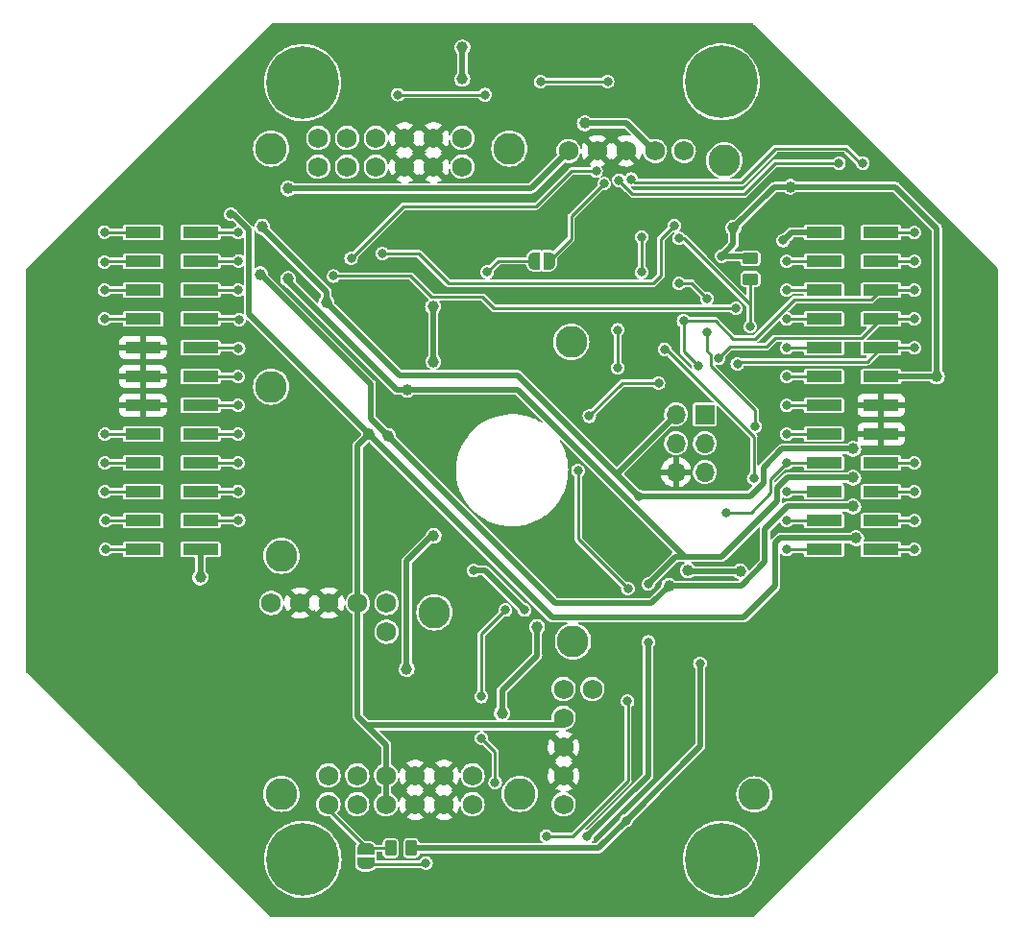
<source format=gbr>
%TF.GenerationSoftware,KiCad,Pcbnew,6.0.1*%
%TF.CreationDate,2022-02-10T21:42:24-06:00*%
%TF.ProjectId,POWER,504f5745-522e-46b6-9963-61645f706362,rev?*%
%TF.SameCoordinates,Original*%
%TF.FileFunction,Copper,L2,Bot*%
%TF.FilePolarity,Positive*%
%FSLAX46Y46*%
G04 Gerber Fmt 4.6, Leading zero omitted, Abs format (unit mm)*
G04 Created by KiCad (PCBNEW 6.0.1) date 2022-02-10 21:42:24*
%MOMM*%
%LPD*%
G01*
G04 APERTURE LIST*
G04 Aperture macros list*
%AMRoundRect*
0 Rectangle with rounded corners*
0 $1 Rounding radius*
0 $2 $3 $4 $5 $6 $7 $8 $9 X,Y pos of 4 corners*
0 Add a 4 corners polygon primitive as box body*
4,1,4,$2,$3,$4,$5,$6,$7,$8,$9,$2,$3,0*
0 Add four circle primitives for the rounded corners*
1,1,$1+$1,$2,$3*
1,1,$1+$1,$4,$5*
1,1,$1+$1,$6,$7*
1,1,$1+$1,$8,$9*
0 Add four rect primitives between the rounded corners*
20,1,$1+$1,$2,$3,$4,$5,0*
20,1,$1+$1,$4,$5,$6,$7,0*
20,1,$1+$1,$6,$7,$8,$9,0*
20,1,$1+$1,$8,$9,$2,$3,0*%
%AMFreePoly0*
4,1,22,0.500000,-0.750000,0.000000,-0.750000,0.000000,-0.745033,-0.079941,-0.743568,-0.215256,-0.701293,-0.333266,-0.622738,-0.424486,-0.514219,-0.481581,-0.384460,-0.499164,-0.250000,-0.500000,-0.250000,-0.500000,0.250000,-0.499164,0.250000,-0.499963,0.256109,-0.478152,0.396186,-0.417904,0.524511,-0.324060,0.630769,-0.204165,0.706417,-0.067858,0.745374,0.000000,0.744959,0.000000,0.750000,
0.500000,0.750000,0.500000,-0.750000,0.500000,-0.750000,$1*%
%AMFreePoly1*
4,1,20,0.000000,0.744959,0.073905,0.744508,0.209726,0.703889,0.328688,0.626782,0.421226,0.519385,0.479903,0.390333,0.500000,0.250000,0.500000,-0.250000,0.499851,-0.262216,0.476331,-0.402017,0.414519,-0.529596,0.319384,-0.634700,0.198574,-0.708877,0.061801,-0.746166,0.000000,-0.745033,0.000000,-0.750000,-0.500000,-0.750000,-0.500000,0.750000,0.000000,0.750000,0.000000,0.744959,
0.000000,0.744959,$1*%
G04 Aperture macros list end*
%TA.AperFunction,WasherPad*%
%ADD10C,2.800000*%
%TD*%
%TA.AperFunction,ComponentPad*%
%ADD11C,1.750000*%
%TD*%
%TA.AperFunction,ComponentPad*%
%ADD12C,0.800000*%
%TD*%
%TA.AperFunction,ComponentPad*%
%ADD13C,6.400000*%
%TD*%
%TA.AperFunction,ComponentPad*%
%ADD14R,1.700000X1.700000*%
%TD*%
%TA.AperFunction,ComponentPad*%
%ADD15O,1.700000X1.700000*%
%TD*%
%TA.AperFunction,SMDPad,CuDef*%
%ADD16R,3.150000X1.000000*%
%TD*%
%TA.AperFunction,SMDPad,CuDef*%
%ADD17RoundRect,0.250000X-0.450000X0.262500X-0.450000X-0.262500X0.450000X-0.262500X0.450000X0.262500X0*%
%TD*%
%TA.AperFunction,SMDPad,CuDef*%
%ADD18FreePoly0,0.000000*%
%TD*%
%TA.AperFunction,SMDPad,CuDef*%
%ADD19FreePoly1,0.000000*%
%TD*%
%TA.AperFunction,SMDPad,CuDef*%
%ADD20FreePoly0,270.000000*%
%TD*%
%TA.AperFunction,SMDPad,CuDef*%
%ADD21FreePoly1,270.000000*%
%TD*%
%TA.AperFunction,SMDPad,CuDef*%
%ADD22RoundRect,0.250000X-0.262500X-0.450000X0.262500X-0.450000X0.262500X0.450000X-0.262500X0.450000X0*%
%TD*%
%TA.AperFunction,ViaPad*%
%ADD23C,0.800000*%
%TD*%
%TA.AperFunction,ViaPad*%
%ADD24C,1.000000*%
%TD*%
%TA.AperFunction,Conductor*%
%ADD25C,0.250000*%
%TD*%
%TA.AperFunction,Conductor*%
%ADD26C,0.500000*%
%TD*%
G04 APERTURE END LIST*
D10*
%TO.P,U7,*%
%TO.N,*%
X83000000Y-115650000D03*
X96500000Y-99650000D03*
D11*
%TO.P,U7,1,EN*%
%TO.N,Net-(JP6-Pad1)*%
X92920000Y-98820000D03*
%TO.P,U7,2,VIN*%
%TO.N,VBAT*%
X90380000Y-98820000D03*
%TO.P,U7,3,GND*%
%TO.N,GND*%
X87840000Y-98820000D03*
%TO.P,U7,4,GND*%
X85300000Y-98820000D03*
%TO.P,U7,5,OUT*%
%TO.N,5V*%
X82760000Y-98820000D03*
%TD*%
D12*
%TO.P,REF\u002A\u002A,1*%
%TO.N,N/C*%
X94536858Y-94429042D03*
X96233914Y-95131986D03*
X97930970Y-91034930D03*
X94536858Y-91034930D03*
X93833914Y-92731986D03*
X97930970Y-94429042D03*
D13*
X96233914Y-92731986D03*
D12*
X98633914Y-92731986D03*
X96233914Y-90331986D03*
%TD*%
D10*
%TO.P,U5,*%
%TO.N,*%
X83160000Y-142050000D03*
X99160000Y-155550000D03*
D11*
%TO.P,U5,1,EN*%
%TO.N,Net-(JP4-Pad1)*%
X82330000Y-146270000D03*
%TO.P,U5,2,VIN*%
%TO.N,VBAT*%
X82330000Y-148810000D03*
%TO.P,U5,3,GND*%
%TO.N,GND*%
X82330000Y-151350000D03*
%TO.P,U5,4,GND*%
X82330000Y-153890000D03*
%TO.P,U5,5,OUT*%
%TO.N,9V*%
X82330000Y-156430000D03*
%TO.P,U5,6,PG*%
%TO.N,unconnected-(U5-Pad6)*%
X84870000Y-146270000D03*
%TD*%
D12*
%TO.P,REF\u002A\u002A,1*%
%TO.N,N/C*%
X59343914Y-95191986D03*
D13*
X59343914Y-92791986D03*
D12*
X61040970Y-91094930D03*
X59343914Y-90391986D03*
X56943914Y-92791986D03*
X57646858Y-91094930D03*
X61040970Y-94489042D03*
X57646858Y-94489042D03*
X61743914Y-92791986D03*
%TD*%
%TO.P,REF\u002A\u002A,1*%
%TO.N,N/C*%
X61050970Y-162979042D03*
X59353914Y-163681986D03*
X61753914Y-161281986D03*
X57656858Y-159584930D03*
X61050970Y-159584930D03*
X56953914Y-161281986D03*
X59353914Y-158881986D03*
D13*
X59353914Y-161281986D03*
D12*
X57656858Y-162979042D03*
%TD*%
D10*
%TO.P,U6,*%
%TO.N,*%
X57450000Y-155500000D03*
X70950000Y-139500000D03*
D11*
%TO.P,U6,1,EN*%
%TO.N,Net-(JP5-Pad1)*%
X66730000Y-138670000D03*
%TO.P,U6,2,VIN*%
%TO.N,VBAT*%
X64190000Y-138670000D03*
%TO.P,U6,3,GND*%
%TO.N,GND*%
X61650000Y-138670000D03*
%TO.P,U6,4,GND*%
X59110000Y-138670000D03*
%TO.P,U6,5,OUT*%
%TO.N,3V3*%
X56570000Y-138670000D03*
%TO.P,U6,6,PG*%
%TO.N,unconnected-(U6-Pad6)*%
X66730000Y-141210000D03*
%TD*%
D13*
%TO.P,REF\u002A\u002A,1*%
%TO.N,N/C*%
X96243914Y-161281986D03*
D12*
X96243914Y-158881986D03*
X94546858Y-162979042D03*
X96243914Y-163681986D03*
X98643914Y-161281986D03*
X94546858Y-159584930D03*
X93843914Y-161281986D03*
X97940970Y-162979042D03*
X97940970Y-159584930D03*
%TD*%
D10*
%TO.P,U4,*%
%TO.N,*%
X77556000Y-98600000D03*
X56556000Y-98600000D03*
X56556000Y-119600000D03*
D11*
%TO.P,U4,1,PG*%
%TO.N,unconnected-(U4-Pad1)*%
X60706000Y-100210000D03*
%TO.P,U4,2,VRP*%
%TO.N,unconnected-(U4-Pad2)*%
X63246000Y-100210000D03*
%TO.P,U4,3,VIN*%
%TO.N,VBAT*%
X65786000Y-100210000D03*
%TO.P,U4,4,GND*%
%TO.N,GND*%
X68326000Y-100210000D03*
%TO.P,U4,5,GND*%
X70866000Y-100210000D03*
%TO.P,U4,6,VOUT*%
%TO.N,6V_AC_SERVO2*%
X73406000Y-100210000D03*
%TO.P,U4,7,EN*%
%TO.N,Net-(JP3-Pad1)*%
X60706000Y-97670000D03*
%TO.P,U4,8,VRP*%
%TO.N,unconnected-(U4-Pad8)*%
X63246000Y-97670000D03*
%TO.P,U4,9,VIN*%
%TO.N,VBAT*%
X65786000Y-97670000D03*
%TO.P,U4,10,GND*%
%TO.N,GND*%
X68326000Y-97670000D03*
%TO.P,U4,11,GND*%
X70866000Y-97670000D03*
%TO.P,U4,12,VOUT*%
%TO.N,6V_AC_SERVO2*%
X73406000Y-97670000D03*
%TD*%
D14*
%TO.P,J5,1,Pin_1*%
%TO.N,/AVR_MISO*%
X94781000Y-122055000D03*
D15*
%TO.P,J5,2,Pin_2*%
%TO.N,3V3*%
X92241000Y-122055000D03*
%TO.P,J5,3,Pin_3*%
%TO.N,/AVR_SCK*%
X94781000Y-124595000D03*
%TO.P,J5,4,Pin_4*%
%TO.N,/AVR_MOSI*%
X92241000Y-124595000D03*
%TO.P,J5,5,Pin_5*%
%TO.N,/AVR_RST*%
X94781000Y-127135000D03*
%TO.P,J5,6,Pin_6*%
%TO.N,GND*%
X92241000Y-127135000D03*
%TD*%
D16*
%TO.P,J2,1,Pin_1*%
%TO.N,/B2B_UART_SDI*%
X105266000Y-133950000D03*
%TO.P,J2,2,Pin_2*%
%TO.N,VBAT*%
X110316000Y-133950000D03*
%TO.P,J2,3,Pin_3*%
%TO.N,/B2B_UART_SDO*%
X105266000Y-131410000D03*
%TO.P,J2,4,Pin_4*%
%TO.N,9V*%
X110316000Y-131410000D03*
%TO.P,J2,5,Pin_5*%
%TO.N,/TELEM_CS*%
X105266000Y-128870000D03*
%TO.P,J2,6,Pin_6*%
%TO.N,5V*%
X110316000Y-128870000D03*
%TO.P,J2,7,Pin_7*%
%TO.N,/TELEM_INT*%
X105266000Y-126330000D03*
%TO.P,J2,8,Pin_8*%
%TO.N,3V3*%
X110316000Y-126330000D03*
%TO.P,J2,9,Pin_9*%
%TO.N,/TELEM_RST*%
X105266000Y-123790000D03*
%TO.P,J2,10,Pin_10*%
%TO.N,GND*%
X110316000Y-123790000D03*
%TO.P,J2,11,Pin_11*%
%TO.N,/POWER_STATE*%
X105266000Y-121250000D03*
%TO.P,J2,12,Pin_12*%
%TO.N,GND*%
X110316000Y-121250000D03*
%TO.P,J2,13,Pin_13*%
%TO.N,/POWER_RESET*%
X105266000Y-118710000D03*
%TO.P,J2,14,Pin_14*%
%TO.N,3V3*%
X110316000Y-118710000D03*
%TO.P,J2,15,Pin_15*%
%TO.N,/TELEM_GPIO_1*%
X105266000Y-116170000D03*
%TO.P,J2,16,Pin_16*%
%TO.N,/AVR_SCK*%
X110316000Y-116170000D03*
%TO.P,J2,17,Pin_17*%
%TO.N,/TELEM_GPIO_2*%
X105266000Y-113630000D03*
%TO.P,J2,18,Pin_18*%
%TO.N,/AVR_MOSI*%
X110316000Y-113630000D03*
%TO.P,J2,19,Pin_19*%
%TO.N,/TELEM_GPIO_3*%
X105266000Y-111090000D03*
%TO.P,J2,20,Pin_20*%
%TO.N,/AVR_MISO*%
X110316000Y-111090000D03*
%TO.P,J2,21,Pin_21*%
%TO.N,/TELEM_GPIO_4*%
X105266000Y-108550000D03*
%TO.P,J2,22,Pin_22*%
%TO.N,/B2B_I2C_SCL*%
X110316000Y-108550000D03*
%TO.P,J2,23,Pin_23*%
%TO.N,6V_AC_SERVO1*%
X105266000Y-106010000D03*
%TO.P,J2,24,Pin_24*%
%TO.N,/B2B_I2C_SDA*%
X110316000Y-106010000D03*
%TD*%
%TO.P,J4,1,Pin_1*%
%TO.N,/B2B_GPIO_10*%
X50316000Y-106010000D03*
%TO.P,J4,2,Pin_2*%
%TO.N,VBAT*%
X45266000Y-106010000D03*
%TO.P,J4,3,Pin_3*%
%TO.N,/B2B_GPIO_11*%
X50316000Y-108550000D03*
%TO.P,J4,4,Pin_4*%
%TO.N,9V*%
X45266000Y-108550000D03*
%TO.P,J4,5,Pin_5*%
%TO.N,/B2B_GPIO_12*%
X50316000Y-111090000D03*
%TO.P,J4,6,Pin_6*%
%TO.N,5V*%
X45266000Y-111090000D03*
%TO.P,J4,7,Pin_7*%
%TO.N,/B2B_GPIO_13*%
X50316000Y-113630000D03*
%TO.P,J4,8,Pin_8*%
%TO.N,3V3*%
X45266000Y-113630000D03*
%TO.P,J4,9,Pin_9*%
%TO.N,/B2B_GPIO_14*%
X50316000Y-116170000D03*
%TO.P,J4,10,Pin_10*%
%TO.N,GND*%
X45266000Y-116170000D03*
%TO.P,J4,11,Pin_11*%
%TO.N,/B2B_GPIO_15*%
X50316000Y-118710000D03*
%TO.P,J4,12,Pin_12*%
%TO.N,GND*%
X45266000Y-118710000D03*
%TO.P,J4,13,Pin_13*%
%TO.N,/B2B_GPIO_16*%
X50316000Y-121250000D03*
%TO.P,J4,14,Pin_14*%
%TO.N,GND*%
X45266000Y-121250000D03*
%TO.P,J4,15,Pin_15*%
%TO.N,/B2B_GPIO_17*%
X50316000Y-123790000D03*
%TO.P,J4,16,Pin_16*%
%TO.N,/TELEM_GPIO_5*%
X45266000Y-123790000D03*
%TO.P,J4,17,Pin_17*%
%TO.N,/B2B_GPIO_18*%
X50316000Y-126330000D03*
%TO.P,J4,18,Pin_18*%
%TO.N,/B2B_GPIO_6*%
X45266000Y-126330000D03*
%TO.P,J4,19,Pin_19*%
%TO.N,/B2B_GPIO_19*%
X50316000Y-128870000D03*
%TO.P,J4,20,Pin_20*%
%TO.N,/B2B_GPIO_7*%
X45266000Y-128870000D03*
%TO.P,J4,21,Pin_21*%
%TO.N,/B2B_GPIO_20*%
X50316000Y-131410000D03*
%TO.P,J4,22,Pin_22*%
%TO.N,/B2B_GPIO_8*%
X45266000Y-131410000D03*
%TO.P,J4,23,Pin_23*%
%TO.N,6V_AC_SERVO2*%
X50316000Y-133950000D03*
%TO.P,J4,24,Pin_24*%
%TO.N,/B2B_GPIO_9*%
X45266000Y-133950000D03*
%TD*%
D17*
%TO.P,R18,1*%
%TO.N,3V3*%
X98800000Y-108287500D03*
%TO.P,R18,2*%
%TO.N,/AVR_RST*%
X98800000Y-110112500D03*
%TD*%
D18*
%TO.P,JP5,1,A*%
%TO.N,Net-(JP5-Pad1)*%
X79750000Y-108500000D03*
D19*
%TO.P,JP5,2,B*%
%TO.N,/3V3_EN*%
X81050000Y-108500000D03*
%TD*%
D10*
%TO.P,U3,*%
%TO.N,*%
X57460000Y-155500000D03*
X57460000Y-134500000D03*
X78460000Y-155500000D03*
D11*
%TO.P,U3,1,PG*%
%TO.N,unconnected-(U3-Pad1)*%
X61610000Y-153890000D03*
%TO.P,U3,2,VRP*%
%TO.N,unconnected-(U3-Pad2)*%
X64150000Y-153890000D03*
%TO.P,U3,3,VIN*%
%TO.N,VBAT*%
X66690000Y-153890000D03*
%TO.P,U3,4,GND*%
%TO.N,GND*%
X69230000Y-153890000D03*
%TO.P,U3,5,GND*%
X71770000Y-153890000D03*
%TO.P,U3,6,VOUT*%
%TO.N,6V_AC_SERVO1*%
X74310000Y-153890000D03*
%TO.P,U3,7,EN*%
%TO.N,Net-(JP2-Pad1)*%
X61610000Y-156430000D03*
%TO.P,U3,8,VRP*%
%TO.N,unconnected-(U3-Pad8)*%
X64150000Y-156430000D03*
%TO.P,U3,9,VIN*%
%TO.N,VBAT*%
X66690000Y-156430000D03*
%TO.P,U3,10,GND*%
%TO.N,GND*%
X69230000Y-156430000D03*
%TO.P,U3,11,GND*%
X71770000Y-156430000D03*
%TO.P,U3,12,VOUT*%
%TO.N,6V_AC_SERVO1*%
X74310000Y-156430000D03*
%TD*%
D20*
%TO.P,JP2,1,A*%
%TO.N,Net-(JP2-Pad1)*%
X64900000Y-160350000D03*
D21*
%TO.P,JP2,2,B*%
%TO.N,/6V_AC_SERVO1_EN*%
X64900000Y-161650000D03*
%TD*%
D22*
%TO.P,R14,1*%
%TO.N,Net-(JP2-Pad1)*%
X67087500Y-160300000D03*
%TO.P,R14,2*%
%TO.N,3V3*%
X68912500Y-160300000D03*
%TD*%
D23*
%TO.N,/TELEM_GPIO_1*%
X102001000Y-116170000D03*
%TO.N,GND*%
X48010000Y-101530000D03*
X82363000Y-131298000D03*
X91700000Y-107500000D03*
X99200000Y-134200000D03*
X73530000Y-115330000D03*
X41859200Y-121259600D03*
X70960000Y-144840000D03*
X72711000Y-123424000D03*
X70970000Y-105120000D03*
X116730000Y-128210000D03*
X88680000Y-133350000D03*
X54120000Y-138030000D03*
X62200000Y-134400000D03*
X41859200Y-118668800D03*
X101490000Y-93210000D03*
X61250000Y-150860000D03*
X66000000Y-132200000D03*
X94890000Y-154910000D03*
X41859200Y-116179600D03*
X57520000Y-126470000D03*
X86610000Y-143220000D03*
%TO.N,/TELEM_GPIO_2*%
X102001000Y-113630000D03*
%TO.N,/TELEM_GPIO_3*%
X102001000Y-111090000D03*
%TO.N,3V3*%
X74400000Y-135800000D03*
X113244000Y-126330000D03*
D24*
X115229000Y-118711000D03*
X55778400Y-105511600D03*
D23*
X78900000Y-139300000D03*
D24*
X61429000Y-112142000D03*
X97300000Y-105600000D03*
X107863000Y-125080000D03*
X102310000Y-101980000D03*
D23*
X94350000Y-144000000D03*
X88950500Y-129249500D03*
X41859200Y-113639600D03*
X87840000Y-157860000D03*
X96260000Y-108090000D03*
%TO.N,/TELEM_GPIO_4*%
X102001000Y-108550000D03*
%TO.N,/TELEM_GPIO_5*%
X41910000Y-123799600D03*
%TO.N,/B2B_GPIO_6*%
X41910000Y-126339600D03*
%TO.N,/B2B_I2C_SDA*%
X113244000Y-106010000D03*
%TO.N,/B2B_GPIO_7*%
X41910000Y-128879600D03*
%TO.N,/B2B_I2C_SCL*%
X113244000Y-108550000D03*
%TO.N,/B2B_GPIO_8*%
X41960800Y-131419600D03*
%TO.N,/B2B_GPIO_9*%
X41960800Y-133959600D03*
%TO.N,/B2B_GPIO_10*%
X53644800Y-106019600D03*
%TO.N,/B2B_GPIO_11*%
X53695600Y-108508800D03*
%TO.N,/B2B_UART_SDI*%
X87200000Y-101400000D03*
X106600000Y-99900000D03*
X102001000Y-133950000D03*
%TO.N,/B2B_UART_SDO*%
X108700000Y-99900000D03*
X102001000Y-131410000D03*
X88300000Y-101300000D03*
%TO.N,/TELEM_CS*%
X91224500Y-116300000D03*
X99090000Y-127680000D03*
X102001000Y-128870000D03*
%TO.N,/TELEM_INT*%
X94990000Y-111830000D03*
X95000000Y-114800000D03*
X89200000Y-106400000D03*
X99200000Y-123100000D03*
X92500000Y-110500000D03*
X89200000Y-109500000D03*
X96700000Y-130700000D03*
X102001000Y-126330000D03*
%TO.N,/TELEM_RST*%
X102001000Y-123790000D03*
%TO.N,/POWER_STATE*%
X102001000Y-121250000D03*
%TO.N,/POWER_RESET*%
X102001000Y-118710000D03*
%TO.N,/B2B_GPIO_12*%
X53644800Y-111099600D03*
%TO.N,/B2B_GPIO_13*%
X53746400Y-113690400D03*
%TO.N,/B2B_GPIO_14*%
X53695600Y-116230400D03*
%TO.N,/B2B_GPIO_15*%
X53644800Y-118719600D03*
%TO.N,/B2B_GPIO_16*%
X53644800Y-121259600D03*
%TO.N,/B2B_GPIO_17*%
X53644800Y-123799600D03*
%TO.N,/B2B_GPIO_18*%
X53644800Y-126339600D03*
%TO.N,/B2B_GPIO_19*%
X53644800Y-128828800D03*
%TO.N,/B2B_GPIO_20*%
X53695600Y-131368800D03*
%TO.N,/LED0*%
X76300000Y-154500000D03*
X75100000Y-150600000D03*
X77200000Y-139300000D03*
X75090000Y-146930000D03*
%TO.N,/LED1*%
X83600000Y-127000000D03*
X90700000Y-119300000D03*
X84600000Y-122200000D03*
X88000000Y-137400000D03*
X87975000Y-147325000D03*
X80800000Y-159230000D03*
%TO.N,VBAT*%
X53000000Y-104400000D03*
D24*
X108117000Y-132954000D03*
D23*
X41859200Y-105968800D03*
D24*
X84200000Y-96380000D03*
D23*
X113244000Y-133950000D03*
D24*
X65192000Y-123779000D03*
%TO.N,9V*%
X107863000Y-130160000D03*
X91640000Y-137160000D03*
X66868500Y-123931500D03*
D23*
X41859200Y-108610400D03*
X113244000Y-131410000D03*
D24*
X55600000Y-109700000D03*
%TO.N,5V*%
X58050000Y-102130000D03*
D23*
X41859200Y-111099600D03*
X89800000Y-137000000D03*
X89790000Y-142110000D03*
X113244000Y-128870000D03*
D24*
X107863000Y-127620000D03*
X58046102Y-110101898D03*
X68568000Y-119868000D03*
D23*
X84420000Y-159280000D03*
%TO.N,/AVR_MISO*%
X92900000Y-113800000D03*
X113244000Y-111090000D03*
X94200000Y-117800000D03*
%TO.N,/AVR_SCK*%
X113244000Y-116170000D03*
X97645500Y-117585500D03*
%TO.N,/AVR_MOSI*%
X113244000Y-113630000D03*
X96000000Y-117100000D03*
%TO.N,/AVR_RST*%
X92500000Y-106500000D03*
X98790000Y-114300000D03*
%TO.N,/6V_AC_SERVO1_EN*%
X87091000Y-117930000D03*
X87100000Y-114600000D03*
X70200000Y-161600000D03*
%TO.N,/3V3_EN*%
X85900000Y-101700000D03*
%TO.N,Net-(JP5-Pad1)*%
X75600000Y-109500000D03*
%TO.N,/5V_EN*%
X80300000Y-92710000D03*
X86210000Y-92710000D03*
%TO.N,/VBAT_MONITOR*%
X97530000Y-112700000D03*
X62055500Y-109844500D03*
%TO.N,/9V_MONITOR*%
X63605500Y-108294500D03*
X85200000Y-100600000D03*
D24*
%TO.N,6V_AC_SERVO1*%
X93300000Y-135800000D03*
X80000000Y-140800000D03*
X97900000Y-135900000D03*
X76900000Y-148400000D03*
D23*
X101685000Y-106715000D03*
D24*
%TO.N,6V_AC_SERVO2*%
X70820000Y-112540000D03*
X73410000Y-92460000D03*
X70850000Y-117390000D03*
X68500000Y-144500000D03*
X50316000Y-136416000D03*
X70880000Y-132760000D03*
X73420000Y-89690000D03*
D23*
%TO.N,/5V_MONITOR*%
X66355500Y-107844500D03*
X92100000Y-105400000D03*
%TO.N,/6V_AC_SERVO2_EN*%
X67740000Y-93850000D03*
X75410000Y-93860000D03*
%TD*%
D25*
%TO.N,/TELEM_GPIO_1*%
X105266000Y-116170000D02*
X102001000Y-116170000D01*
%TO.N,GND*%
X45266000Y-116170000D02*
X45266000Y-118710000D01*
X41859200Y-118668800D02*
X41900400Y-118710000D01*
X41868800Y-116170000D02*
X41859200Y-116179600D01*
X45266000Y-118710000D02*
X45266000Y-121250000D01*
X41900400Y-118710000D02*
X45266000Y-118710000D01*
X45266000Y-116170000D02*
X41868800Y-116170000D01*
X41868800Y-121250000D02*
X41859200Y-121259600D01*
X45266000Y-121250000D02*
X41868800Y-121250000D01*
%TO.N,/TELEM_GPIO_2*%
X102001000Y-113630000D02*
X105266000Y-113630000D01*
%TO.N,/TELEM_GPIO_3*%
X105266000Y-111090000D02*
X102001000Y-111090000D01*
D26*
%TO.N,3V3*%
X85400000Y-160300000D02*
X68912500Y-160300000D01*
D25*
X115229000Y-118559000D02*
X115229000Y-118711000D01*
D26*
X74400000Y-135800000D02*
X75400000Y-135800000D01*
X111600000Y-102000000D02*
X115229000Y-105629000D01*
X101600000Y-125080000D02*
X99939511Y-126740489D01*
X99939511Y-128060489D02*
X98750500Y-129249500D01*
X55778400Y-105511600D02*
X55778400Y-105578400D01*
X94375000Y-151325000D02*
X87840000Y-157860000D01*
D25*
X113244000Y-126330000D02*
X110129000Y-126330000D01*
D26*
X78299000Y-118598000D02*
X67885000Y-118598000D01*
X110316000Y-118710000D02*
X115078000Y-118710000D01*
X102330000Y-102000000D02*
X111600000Y-102000000D01*
X75400000Y-135800000D02*
X78900000Y-139300000D01*
X115229000Y-105629000D02*
X115229000Y-118559000D01*
X99939511Y-126740489D02*
X99939511Y-128060489D01*
X92241000Y-122055000D02*
X87061000Y-127235000D01*
X94375000Y-144025000D02*
X94375000Y-151325000D01*
X98800000Y-108287500D02*
X98612500Y-108100000D01*
X97300000Y-107050000D02*
X96260000Y-108090000D01*
X67885000Y-118598000D02*
X61429000Y-112142000D01*
X102290000Y-102000000D02*
X100900000Y-102000000D01*
X96270000Y-108100000D02*
X96260000Y-108090000D01*
D25*
X115078000Y-118710000D02*
X115229000Y-118559000D01*
D26*
X88950500Y-129249500D02*
X86936000Y-127235000D01*
X98750500Y-129249500D02*
X88950500Y-129249500D01*
X100900000Y-102000000D02*
X97300000Y-105600000D01*
X98612500Y-108100000D02*
X96270000Y-108100000D01*
X94350000Y-144000000D02*
X94375000Y-144025000D01*
D25*
X41868800Y-113630000D02*
X45266000Y-113630000D01*
D26*
X97300000Y-105600000D02*
X97300000Y-107050000D01*
X55778400Y-105578400D02*
X61429000Y-111229000D01*
D25*
X41859200Y-113639600D02*
X41868800Y-113630000D01*
X102310000Y-101980000D02*
X102330000Y-102000000D01*
X87061000Y-127235000D02*
X86936000Y-127235000D01*
D26*
X86936000Y-127235000D02*
X78299000Y-118598000D01*
X87840000Y-157860000D02*
X85400000Y-160300000D01*
X107863000Y-125080000D02*
X101600000Y-125080000D01*
X61429000Y-111229000D02*
X61429000Y-112142000D01*
D25*
X102310000Y-101980000D02*
X102290000Y-102000000D01*
%TO.N,/TELEM_GPIO_4*%
X102001000Y-108550000D02*
X105266000Y-108550000D01*
%TO.N,/TELEM_GPIO_5*%
X41919600Y-123790000D02*
X45266000Y-123790000D01*
X41910000Y-123799600D02*
X41919600Y-123790000D01*
%TO.N,/B2B_GPIO_6*%
X41919600Y-126330000D02*
X41910000Y-126339600D01*
X45266000Y-126330000D02*
X41919600Y-126330000D01*
%TO.N,/B2B_I2C_SDA*%
X113244000Y-106010000D02*
X110129000Y-106010000D01*
%TO.N,/B2B_GPIO_7*%
X41910000Y-128879600D02*
X41919600Y-128870000D01*
X41919600Y-128870000D02*
X45266000Y-128870000D01*
%TO.N,/B2B_I2C_SCL*%
X110129000Y-108550000D02*
X113244000Y-108550000D01*
%TO.N,/B2B_GPIO_8*%
X41970400Y-131410000D02*
X41960800Y-131419600D01*
X45266000Y-131410000D02*
X41970400Y-131410000D01*
%TO.N,/B2B_GPIO_9*%
X41970400Y-133950000D02*
X45266000Y-133950000D01*
X41960800Y-133959600D02*
X41970400Y-133950000D01*
%TO.N,/B2B_GPIO_10*%
X50316000Y-106010000D02*
X53635200Y-106010000D01*
X53635200Y-106010000D02*
X53644800Y-106019600D01*
%TO.N,/B2B_GPIO_11*%
X53695600Y-108508800D02*
X53654400Y-108550000D01*
X53654400Y-108550000D02*
X50316000Y-108550000D01*
%TO.N,/B2B_UART_SDI*%
X101000000Y-99900000D02*
X106600000Y-99900000D01*
X98300000Y-102600000D02*
X101000000Y-99900000D01*
X102001000Y-133950000D02*
X105266000Y-133950000D01*
X88400000Y-102600000D02*
X98300000Y-102600000D01*
X87200000Y-101400000D02*
X88400000Y-102600000D01*
%TO.N,/B2B_UART_SDO*%
X88600000Y-101600000D02*
X98000000Y-101600000D01*
X105266000Y-131410000D02*
X102001000Y-131410000D01*
X108500000Y-99900000D02*
X108700000Y-99900000D01*
X98000000Y-101600000D02*
X101000000Y-98600000D01*
X107200000Y-98600000D02*
X108500000Y-99900000D01*
X101000000Y-98600000D02*
X107200000Y-98600000D01*
X88300000Y-101300000D02*
X88600000Y-101600000D01*
%TO.N,/TELEM_CS*%
X99090000Y-127680000D02*
X99090000Y-124014978D01*
X99090000Y-124014978D02*
X91375022Y-116300000D01*
X91375022Y-116300000D02*
X91100000Y-116300000D01*
X102001000Y-128870000D02*
X105266000Y-128870000D01*
%TO.N,/TELEM_INT*%
X100576969Y-128953031D02*
X98830000Y-130700000D01*
X95275489Y-117775489D02*
X99200000Y-121700000D01*
X105266000Y-126330000D02*
X102001000Y-126330000D01*
X101971000Y-126300000D02*
X102001000Y-126330000D01*
X99200000Y-121700000D02*
X99200000Y-123100000D01*
X89200000Y-106400000D02*
X89200000Y-109500000D01*
X93660000Y-110500000D02*
X92500000Y-110500000D01*
X100576969Y-127754031D02*
X100576969Y-128953031D01*
X94990000Y-111830000D02*
X93660000Y-110500000D01*
X98830000Y-130700000D02*
X96700000Y-130700000D01*
X95000000Y-116465386D02*
X95275489Y-116740875D01*
X95000000Y-114800000D02*
X95000000Y-116465386D01*
X95275489Y-116740875D02*
X95275489Y-117775489D01*
X102001000Y-126330000D02*
X100576969Y-127754031D01*
%TO.N,/TELEM_RST*%
X102001000Y-123790000D02*
X105266000Y-123790000D01*
%TO.N,/POWER_STATE*%
X105266000Y-121250000D02*
X102001000Y-121250000D01*
%TO.N,/POWER_RESET*%
X102001000Y-118710000D02*
X105266000Y-118710000D01*
%TO.N,/B2B_GPIO_12*%
X53635200Y-111090000D02*
X53644800Y-111099600D01*
X50316000Y-111090000D02*
X53635200Y-111090000D01*
%TO.N,/B2B_GPIO_13*%
X53746400Y-113690400D02*
X53686000Y-113630000D01*
X53686000Y-113630000D02*
X50316000Y-113630000D01*
%TO.N,/B2B_GPIO_14*%
X53695600Y-116230400D02*
X53635200Y-116170000D01*
X53635200Y-116170000D02*
X50316000Y-116170000D01*
%TO.N,/B2B_GPIO_15*%
X53635200Y-118710000D02*
X50316000Y-118710000D01*
X53644800Y-118719600D02*
X53635200Y-118710000D01*
%TO.N,/B2B_GPIO_16*%
X53644800Y-121259600D02*
X53635200Y-121250000D01*
X53635200Y-121250000D02*
X50316000Y-121250000D01*
%TO.N,/B2B_GPIO_17*%
X53635200Y-123790000D02*
X53644800Y-123799600D01*
X50316000Y-123790000D02*
X53635200Y-123790000D01*
%TO.N,/B2B_GPIO_18*%
X53635200Y-126330000D02*
X50316000Y-126330000D01*
X53644800Y-126339600D02*
X53635200Y-126330000D01*
%TO.N,/B2B_GPIO_19*%
X53644800Y-128828800D02*
X53603600Y-128870000D01*
X53603600Y-128870000D02*
X50316000Y-128870000D01*
%TO.N,/B2B_GPIO_20*%
X53654400Y-131410000D02*
X53695600Y-131368800D01*
X50316000Y-131410000D02*
X53654400Y-131410000D01*
%TO.N,/LED0*%
X75090000Y-146930000D02*
X75090000Y-141410000D01*
X76300000Y-154500000D02*
X76300000Y-151800000D01*
X76300000Y-151800000D02*
X75100000Y-150600000D01*
X75090000Y-141410000D02*
X77200000Y-139300000D01*
%TO.N,/LED1*%
X88000000Y-147350000D02*
X88000000Y-154360000D01*
X90700000Y-119300000D02*
X87500000Y-119300000D01*
X83600000Y-127000000D02*
X83600000Y-133000000D01*
X87500000Y-119300000D02*
X84600000Y-122200000D01*
X83600000Y-133000000D02*
X88000000Y-137400000D01*
X88000000Y-154360000D02*
X83130000Y-159230000D01*
X87975000Y-147325000D02*
X88000000Y-147350000D01*
X83130000Y-159230000D02*
X80800000Y-159230000D01*
D26*
%TO.N,VBAT*%
X64190000Y-148679000D02*
X64190000Y-147493600D01*
X108117000Y-132954000D02*
X101402210Y-132954000D01*
X100990000Y-137190000D02*
X98226000Y-139954000D01*
X64961000Y-149450000D02*
X64921000Y-149410000D01*
X100990000Y-133366210D02*
X100990000Y-137190000D01*
X64921000Y-149410000D02*
X66690000Y-151179000D01*
X66690000Y-153890000D02*
X66690000Y-156430000D01*
X66690000Y-151179000D02*
X66690000Y-153890000D01*
X53000000Y-104400000D02*
X53226591Y-104400000D01*
X82311000Y-149450000D02*
X64961000Y-149450000D01*
X81367000Y-139954000D02*
X65192000Y-123779000D01*
X64190000Y-124781000D02*
X65192000Y-123779000D01*
D25*
X41859200Y-105968800D02*
X41900400Y-106010000D01*
D26*
X53226591Y-104400000D02*
X54610000Y-105783409D01*
X64921000Y-149410000D02*
X64190000Y-148679000D01*
D25*
X110129000Y-133950000D02*
X113244000Y-133950000D01*
D26*
X87901000Y-96380000D02*
X90321000Y-98800000D01*
X84200000Y-96380000D02*
X87901000Y-96380000D01*
X98226000Y-139954000D02*
X81367000Y-139954000D01*
X54610000Y-113197000D02*
X65192000Y-123779000D01*
D25*
X41900400Y-106010000D02*
X45266000Y-106010000D01*
D26*
X64190000Y-147493600D02*
X64190000Y-124781000D01*
X54610000Y-105783409D02*
X54610000Y-113197000D01*
X101402210Y-132954000D02*
X100990000Y-133366210D01*
%TO.N,9V*%
X102049609Y-130160000D02*
X100080000Y-132129609D01*
X97990000Y-137160000D02*
X91640000Y-137160000D01*
X65345000Y-119380000D02*
X65345000Y-122408000D01*
X100080000Y-132129609D02*
X100080000Y-135070000D01*
X55665000Y-109700000D02*
X65345000Y-119380000D01*
X100080000Y-135070000D02*
X97990000Y-137160000D01*
D25*
X41919600Y-108550000D02*
X41859200Y-108610400D01*
D26*
X91640000Y-137160000D02*
X90100000Y-138700000D01*
D25*
X113244000Y-131410000D02*
X110129000Y-131410000D01*
D26*
X65345000Y-122408000D02*
X66868500Y-123931500D01*
X107863000Y-130160000D02*
X102049609Y-130160000D01*
X81637000Y-138700000D02*
X66868500Y-123931500D01*
D25*
X45266000Y-108550000D02*
X41919600Y-108550000D01*
D26*
X55600000Y-109700000D02*
X55665000Y-109700000D01*
X90100000Y-138700000D02*
X81637000Y-138700000D01*
%TO.N,5V*%
X102049609Y-127620000D02*
X101151489Y-128518120D01*
X58046102Y-110283102D02*
X67631000Y-119868000D01*
X89800000Y-137000000D02*
X92180000Y-134620000D01*
X58050000Y-102130000D02*
X79450000Y-102130000D01*
X58046102Y-110101898D02*
X58046102Y-110283102D01*
X67631000Y-119868000D02*
X68568000Y-119868000D01*
X89790000Y-153910000D02*
X84420000Y-159280000D01*
X107863000Y-127620000D02*
X102049609Y-127620000D01*
X89790000Y-142110000D02*
X89790000Y-153910000D01*
X79450000Y-102130000D02*
X82760000Y-98820000D01*
X101151489Y-129738511D02*
X96270000Y-134620000D01*
X101151489Y-128518120D02*
X101151489Y-129738511D01*
X78299000Y-119868000D02*
X93051000Y-134620000D01*
D25*
X45266000Y-111090000D02*
X41868800Y-111090000D01*
D26*
X96270000Y-134620000D02*
X93051000Y-134620000D01*
X92180000Y-134620000D02*
X93051000Y-134620000D01*
X78299000Y-119868000D02*
X68568000Y-119868000D01*
D25*
X41859200Y-111099600D02*
X41868800Y-111090000D01*
X110129000Y-128870000D02*
X113244000Y-128870000D01*
%TO.N,/AVR_MISO*%
X102691875Y-111914511D02*
X99206386Y-115400000D01*
X99206386Y-115400000D02*
X97300000Y-115400000D01*
X113244000Y-111090000D02*
X110129000Y-111090000D01*
X110316000Y-111090000D02*
X109491489Y-111914511D01*
X95700000Y-113800000D02*
X92900000Y-113800000D01*
X92900000Y-113800000D02*
X92900000Y-116500000D01*
X97300000Y-115400000D02*
X95700000Y-113800000D01*
X92900000Y-116500000D02*
X94200000Y-117800000D01*
X109491489Y-111914511D02*
X102691875Y-111914511D01*
%TO.N,/AVR_SCK*%
X97831000Y-117400000D02*
X109086000Y-117400000D01*
X109086000Y-117400000D02*
X110316000Y-116170000D01*
X113244000Y-116170000D02*
X110129000Y-116170000D01*
X97645500Y-117585500D02*
X97831000Y-117400000D01*
%TO.N,/AVR_MOSI*%
X100954511Y-115345489D02*
X100200000Y-116100000D01*
X97000000Y-116100000D02*
X96000000Y-117100000D01*
X108600511Y-115345489D02*
X100954511Y-115345489D01*
X110129000Y-113630000D02*
X113244000Y-113630000D01*
X110316000Y-113630000D02*
X108600511Y-115345489D01*
X100200000Y-116100000D02*
X97000000Y-116100000D01*
%TO.N,/AVR_RST*%
X92500000Y-106500000D02*
X92911000Y-106500000D01*
X98791000Y-110121500D02*
X98800000Y-110112500D01*
X98791000Y-112409000D02*
X98791000Y-110121500D01*
X98791000Y-112380000D02*
X98791000Y-112409000D01*
X98790000Y-114300000D02*
X98791000Y-114299000D01*
X92911000Y-106500000D02*
X98791000Y-112380000D01*
X98791000Y-114299000D02*
X98791000Y-112409000D01*
%TO.N,Net-(JP2-Pad1)*%
X61610000Y-156430000D02*
X61610000Y-156915000D01*
X64900000Y-160205000D02*
X64900000Y-160350000D01*
X67087500Y-160300000D02*
X64950000Y-160300000D01*
X64950000Y-160300000D02*
X64900000Y-160350000D01*
X61610000Y-156915000D02*
X64900000Y-160205000D01*
%TO.N,/6V_AC_SERVO1_EN*%
X70100000Y-161700000D02*
X64950000Y-161700000D01*
X70200000Y-161600000D02*
X70100000Y-161700000D01*
X87100000Y-117921000D02*
X87091000Y-117930000D01*
X64950000Y-161700000D02*
X64900000Y-161650000D01*
X87100000Y-114600000D02*
X87100000Y-117921000D01*
%TO.N,/3V3_EN*%
X83000000Y-104600000D02*
X83000000Y-106550000D01*
X85900000Y-101700000D02*
X83000000Y-104600000D01*
X83000000Y-106550000D02*
X81050000Y-108500000D01*
%TO.N,Net-(JP5-Pad1)*%
X76600000Y-108500000D02*
X75600000Y-109500000D01*
X79750000Y-108500000D02*
X76600000Y-108500000D01*
%TO.N,/5V_EN*%
X80300000Y-92710000D02*
X86210000Y-92710000D01*
%TO.N,/VBAT_MONITOR*%
X75200000Y-111700000D02*
X70700000Y-111700000D01*
X76200000Y-112700000D02*
X75200000Y-111700000D01*
X70700000Y-111700000D02*
X68844500Y-109844500D01*
X68844500Y-109844500D02*
X62055500Y-109844500D01*
X97530000Y-112700000D02*
X76200000Y-112700000D01*
%TO.N,/9V_MONITOR*%
X83010000Y-100600000D02*
X79920000Y-103690000D01*
X79920000Y-103690000D02*
X68210000Y-103690000D01*
X85200000Y-100600000D02*
X83010000Y-100600000D01*
X68210000Y-103690000D02*
X63605500Y-108294500D01*
D26*
%TO.N,6V_AC_SERVO1*%
X76900000Y-148400000D02*
X76900000Y-146400000D01*
X80000000Y-143300000D02*
X80000000Y-140800000D01*
X102390000Y-106010000D02*
X101750000Y-106650000D01*
X93400000Y-135900000D02*
X97900000Y-135900000D01*
X76900000Y-146400000D02*
X80000000Y-143300000D01*
X93300000Y-135800000D02*
X93400000Y-135900000D01*
X105266000Y-106010000D02*
X102390000Y-106010000D01*
%TO.N,6V_AC_SERVO2*%
X73420000Y-89690000D02*
X73420000Y-92450000D01*
X73420000Y-92450000D02*
X73410000Y-92460000D01*
X50316000Y-133950000D02*
X50316000Y-136416000D01*
X70880000Y-132760000D02*
X70710000Y-132760000D01*
X68500000Y-134970000D02*
X68500000Y-144500000D01*
X70820000Y-112540000D02*
X70840000Y-112560000D01*
X70710000Y-132760000D02*
X68500000Y-134970000D01*
X70840000Y-112560000D02*
X70840000Y-117380000D01*
X70840000Y-117380000D02*
X70850000Y-117390000D01*
D25*
%TO.N,/5V_MONITOR*%
X69544500Y-107844500D02*
X66355500Y-107844500D01*
X90900000Y-106600000D02*
X90900000Y-109804500D01*
X72200000Y-110500000D02*
X69544500Y-107844500D01*
X90900000Y-109804500D02*
X90204500Y-110500000D01*
X90204500Y-110500000D02*
X72200000Y-110500000D01*
X92100000Y-105400000D02*
X90900000Y-106600000D01*
%TO.N,/6V_AC_SERVO2_EN*%
X75400000Y-93850000D02*
X67740000Y-93850000D01*
X75410000Y-93860000D02*
X75400000Y-93850000D01*
%TD*%
%TA.AperFunction,Conductor*%
%TO.N,GND*%
G36*
X99043198Y-87598769D02*
G01*
X107972279Y-96537298D01*
X120617593Y-109195992D01*
X120630394Y-109208807D01*
X120649115Y-109254038D01*
X120649115Y-144705963D01*
X120630394Y-144751194D01*
X110789814Y-154602187D01*
X99043199Y-166361231D01*
X98997920Y-166380000D01*
X56584081Y-166380000D01*
X56538802Y-166361231D01*
X51453051Y-161270099D01*
X55948441Y-161270099D01*
X55948529Y-161271836D01*
X55957423Y-161447397D01*
X55967076Y-161637957D01*
X55967351Y-161639672D01*
X55967351Y-161639675D01*
X56025056Y-161999941D01*
X56025330Y-162001651D01*
X56122522Y-162356927D01*
X56123557Y-162359555D01*
X56256880Y-162698015D01*
X56256884Y-162698025D01*
X56257516Y-162699628D01*
X56428731Y-163025745D01*
X56429695Y-163027179D01*
X56429697Y-163027183D01*
X56633205Y-163330033D01*
X56634166Y-163331463D01*
X56871416Y-163613207D01*
X57137706Y-163867680D01*
X57429922Y-164091905D01*
X57431401Y-164092804D01*
X57431405Y-164092807D01*
X57462806Y-164111899D01*
X57744645Y-164283260D01*
X58078193Y-164439505D01*
X58079835Y-164440067D01*
X58079842Y-164440070D01*
X58371474Y-164539918D01*
X58426665Y-164558814D01*
X58785984Y-164639790D01*
X58838128Y-164645731D01*
X59150224Y-164681290D01*
X59150230Y-164681290D01*
X59151947Y-164681486D01*
X59331580Y-164682426D01*
X59518532Y-164683405D01*
X59518534Y-164683405D01*
X59520272Y-164683414D01*
X59886651Y-164645553D01*
X60130226Y-164593335D01*
X60245101Y-164568708D01*
X60245104Y-164568707D01*
X60246798Y-164568344D01*
X60248441Y-164567801D01*
X60248447Y-164567799D01*
X60594853Y-164453236D01*
X60594858Y-164453234D01*
X60596500Y-164452691D01*
X60931666Y-164299947D01*
X60933142Y-164299071D01*
X60933147Y-164299068D01*
X61246901Y-164112774D01*
X61248375Y-164111899D01*
X61542923Y-163890746D01*
X61544187Y-163889563D01*
X61544192Y-163889559D01*
X61810599Y-163640259D01*
X61810601Y-163640257D01*
X61811864Y-163639075D01*
X62052052Y-163359832D01*
X62071550Y-163331463D01*
X62259696Y-163057707D01*
X62259696Y-163057706D01*
X62260676Y-163056281D01*
X62435297Y-162731975D01*
X62573872Y-162390706D01*
X62649780Y-162124228D01*
X62674301Y-162038147D01*
X62674302Y-162038142D01*
X62674779Y-162036468D01*
X62721928Y-161760637D01*
X62736549Y-161675103D01*
X62736550Y-161675095D01*
X62736839Y-161673404D01*
X62759325Y-161305761D01*
X62759408Y-161281986D01*
X62752430Y-161153147D01*
X62739583Y-160915922D01*
X62739582Y-160915913D01*
X62739489Y-160914195D01*
X62679966Y-160550706D01*
X62676285Y-160537430D01*
X62601498Y-160267761D01*
X62581534Y-160195772D01*
X62510536Y-160017361D01*
X62445987Y-159855156D01*
X62445983Y-159855148D01*
X62445345Y-159853544D01*
X62444540Y-159852023D01*
X62444536Y-159852015D01*
X62273798Y-159529549D01*
X62273797Y-159529547D01*
X62272992Y-159528027D01*
X62066492Y-159223027D01*
X62057359Y-159212257D01*
X61829371Y-158943424D01*
X61828260Y-158942114D01*
X61581573Y-158708017D01*
X61562333Y-158689759D01*
X61562331Y-158689758D01*
X61561082Y-158688572D01*
X61559715Y-158687530D01*
X61559706Y-158687523D01*
X61328206Y-158511167D01*
X61268086Y-158465368D01*
X60978760Y-158290835D01*
X60954186Y-158276011D01*
X60954183Y-158276009D01*
X60952697Y-158275113D01*
X60717995Y-158166168D01*
X60620179Y-158120763D01*
X60620169Y-158120759D01*
X60618605Y-158120033D01*
X60616960Y-158119476D01*
X60616957Y-158119475D01*
X60526798Y-158088958D01*
X60269719Y-158001942D01*
X60115800Y-157967819D01*
X59911809Y-157922594D01*
X59911801Y-157922593D01*
X59910120Y-157922220D01*
X59703124Y-157899368D01*
X59545720Y-157881990D01*
X59545714Y-157881990D01*
X59544014Y-157881802D01*
X59405268Y-157881560D01*
X59177405Y-157881162D01*
X59175684Y-157881159D01*
X58916420Y-157908866D01*
X58811151Y-157920116D01*
X58811148Y-157920116D01*
X58809440Y-157920299D01*
X58807759Y-157920665D01*
X58807756Y-157920666D01*
X58451256Y-157998396D01*
X58449564Y-157998765D01*
X58408186Y-158012610D01*
X58101905Y-158115090D01*
X58101901Y-158115092D01*
X58100268Y-158115638D01*
X58098700Y-158116359D01*
X58098698Y-158116360D01*
X58089125Y-158120763D01*
X57765637Y-158269551D01*
X57764167Y-158270431D01*
X57764159Y-158270435D01*
X57577777Y-158381983D01*
X57449586Y-158458704D01*
X57155812Y-158680883D01*
X57154549Y-158682073D01*
X57154548Y-158682074D01*
X56974526Y-158851718D01*
X56887751Y-158933491D01*
X56886628Y-158934806D01*
X56886626Y-158934808D01*
X56725692Y-159123238D01*
X56648540Y-159213571D01*
X56647567Y-159214998D01*
X56647565Y-159215000D01*
X56640172Y-159225838D01*
X56440976Y-159517848D01*
X56267488Y-159842762D01*
X56266849Y-159844353D01*
X56266847Y-159844356D01*
X56234511Y-159924794D01*
X56130106Y-160184512D01*
X56129638Y-160186178D01*
X56129637Y-160186180D01*
X56123426Y-160208275D01*
X56030435Y-160539101D01*
X56030149Y-160540812D01*
X56030148Y-160540815D01*
X55980857Y-160835369D01*
X55969643Y-160902379D01*
X55948441Y-161270099D01*
X51453051Y-161270099D01*
X45689051Y-155500000D01*
X55844551Y-155500000D01*
X55864317Y-155751148D01*
X55864902Y-155753587D01*
X55864903Y-155753590D01*
X55876321Y-155801148D01*
X55923127Y-155996111D01*
X56019534Y-156228859D01*
X56020846Y-156231000D01*
X56020847Y-156231002D01*
X56141646Y-156428127D01*
X56151164Y-156443659D01*
X56314776Y-156635224D01*
X56506341Y-156798836D01*
X56508489Y-156800152D01*
X56508490Y-156800153D01*
X56625533Y-156871877D01*
X56721141Y-156930466D01*
X56953889Y-157026873D01*
X56956330Y-157027459D01*
X56956333Y-157027460D01*
X57196410Y-157085097D01*
X57196413Y-157085098D01*
X57198852Y-157085683D01*
X57259856Y-157090484D01*
X57447494Y-157105252D01*
X57447497Y-157105252D01*
X57450000Y-157105449D01*
X57452508Y-157105251D01*
X57457492Y-157105251D01*
X57460000Y-157105449D01*
X57462503Y-157105252D01*
X57462506Y-157105252D01*
X57650144Y-157090484D01*
X57711148Y-157085683D01*
X57713587Y-157085098D01*
X57713590Y-157085097D01*
X57953667Y-157027460D01*
X57953670Y-157027459D01*
X57956111Y-157026873D01*
X58188859Y-156930466D01*
X58284468Y-156871877D01*
X58401510Y-156800153D01*
X58401511Y-156800152D01*
X58403659Y-156798836D01*
X58595224Y-156635224D01*
X58758836Y-156443659D01*
X58768354Y-156428127D01*
X58784533Y-156401726D01*
X60530262Y-156401726D01*
X60543190Y-156598966D01*
X60591845Y-156790547D01*
X60593073Y-156793210D01*
X60593073Y-156793211D01*
X60628160Y-156869320D01*
X60674599Y-156970054D01*
X60788679Y-157131474D01*
X60790777Y-157133518D01*
X60790778Y-157133519D01*
X60842905Y-157184298D01*
X60930266Y-157269402D01*
X61094617Y-157379217D01*
X61276228Y-157457244D01*
X61279086Y-157457891D01*
X61279087Y-157457891D01*
X61466161Y-157500222D01*
X61466166Y-157500223D01*
X61469018Y-157500868D01*
X61471942Y-157500983D01*
X61471943Y-157500983D01*
X61599363Y-157505989D01*
X61666528Y-157508628D01*
X61669424Y-157508208D01*
X61669426Y-157508208D01*
X61701829Y-157503510D01*
X61749305Y-157515568D01*
X61756267Y-157521593D01*
X64078749Y-159844075D01*
X64097494Y-159889330D01*
X64086770Y-159924794D01*
X64023892Y-160019254D01*
X63998939Y-160071569D01*
X63998260Y-160073743D01*
X63998259Y-160073745D01*
X63960639Y-160194161D01*
X63956229Y-160208275D01*
X63946962Y-160265490D01*
X63944337Y-160408689D01*
X63944619Y-160410950D01*
X63944619Y-160410957D01*
X63945081Y-160414664D01*
X63945572Y-160422573D01*
X63945572Y-160850000D01*
X63961133Y-160928231D01*
X63964636Y-160933473D01*
X63964637Y-160933476D01*
X63985329Y-160964444D01*
X63994885Y-161012486D01*
X63985329Y-161035556D01*
X63964637Y-161066524D01*
X63964636Y-161066527D01*
X63961133Y-161071769D01*
X63945572Y-161150000D01*
X63945572Y-161640745D01*
X63945561Y-161641918D01*
X63944337Y-161708689D01*
X63951502Y-161766208D01*
X63989175Y-161904388D01*
X64012194Y-161957581D01*
X64087134Y-162079633D01*
X64124157Y-162124228D01*
X64230341Y-162220342D01*
X64278395Y-162252755D01*
X64407287Y-162315202D01*
X64422293Y-162319991D01*
X64460338Y-162332133D01*
X64460341Y-162332134D01*
X64462504Y-162332824D01*
X64464742Y-162333201D01*
X64464744Y-162333201D01*
X64484734Y-162336564D01*
X64603742Y-162356586D01*
X64604971Y-162356696D01*
X64604977Y-162356697D01*
X64619911Y-162358036D01*
X64635157Y-162359404D01*
X64638353Y-162359443D01*
X64646257Y-162359540D01*
X64646262Y-162359540D01*
X64647499Y-162359555D01*
X64648725Y-162359475D01*
X64648732Y-162359475D01*
X64663240Y-162358530D01*
X64678981Y-162357505D01*
X64695956Y-162355074D01*
X64705029Y-162354428D01*
X65085569Y-162354428D01*
X65096188Y-162355315D01*
X65103742Y-162356586D01*
X65104971Y-162356696D01*
X65104977Y-162356697D01*
X65119911Y-162358036D01*
X65135157Y-162359404D01*
X65138353Y-162359443D01*
X65146257Y-162359540D01*
X65146262Y-162359540D01*
X65147499Y-162359555D01*
X65148725Y-162359475D01*
X65148732Y-162359475D01*
X65163240Y-162358530D01*
X65178981Y-162357505D01*
X65320758Y-162337201D01*
X65322932Y-162336565D01*
X65322938Y-162336564D01*
X65374206Y-162321572D01*
X65374210Y-162321570D01*
X65376390Y-162320933D01*
X65506769Y-162261653D01*
X65522680Y-162251478D01*
X65553684Y-162231650D01*
X65555598Y-162230426D01*
X65608267Y-162185044D01*
X65662377Y-162138420D01*
X65662379Y-162138418D01*
X65664099Y-162136936D01*
X65702202Y-162093258D01*
X65727202Y-162054688D01*
X65767546Y-162026910D01*
X65780906Y-162025500D01*
X69746367Y-162025500D01*
X69785327Y-162038725D01*
X69897159Y-162124536D01*
X70043238Y-162185044D01*
X70047394Y-162185591D01*
X70047397Y-162185592D01*
X70195838Y-162205134D01*
X70200000Y-162205682D01*
X70204162Y-162205134D01*
X70352603Y-162185592D01*
X70352606Y-162185591D01*
X70356762Y-162185044D01*
X70502841Y-162124536D01*
X70628282Y-162028282D01*
X70724536Y-161902841D01*
X70785044Y-161756762D01*
X70791674Y-161706407D01*
X70805134Y-161604162D01*
X70805682Y-161600000D01*
X70785044Y-161443238D01*
X70724536Y-161297159D01*
X70703772Y-161270099D01*
X92838441Y-161270099D01*
X92838529Y-161271836D01*
X92847423Y-161447397D01*
X92857076Y-161637957D01*
X92857351Y-161639672D01*
X92857351Y-161639675D01*
X92915056Y-161999941D01*
X92915330Y-162001651D01*
X93012522Y-162356927D01*
X93013557Y-162359555D01*
X93146880Y-162698015D01*
X93146884Y-162698025D01*
X93147516Y-162699628D01*
X93318731Y-163025745D01*
X93319695Y-163027179D01*
X93319697Y-163027183D01*
X93523205Y-163330033D01*
X93524166Y-163331463D01*
X93761416Y-163613207D01*
X94027706Y-163867680D01*
X94319922Y-164091905D01*
X94321401Y-164092804D01*
X94321405Y-164092807D01*
X94352806Y-164111899D01*
X94634645Y-164283260D01*
X94968193Y-164439505D01*
X94969835Y-164440067D01*
X94969842Y-164440070D01*
X95261474Y-164539918D01*
X95316665Y-164558814D01*
X95675984Y-164639790D01*
X95728128Y-164645731D01*
X96040224Y-164681290D01*
X96040230Y-164681290D01*
X96041947Y-164681486D01*
X96221580Y-164682426D01*
X96408532Y-164683405D01*
X96408534Y-164683405D01*
X96410272Y-164683414D01*
X96776651Y-164645553D01*
X97020226Y-164593335D01*
X97135101Y-164568708D01*
X97135104Y-164568707D01*
X97136798Y-164568344D01*
X97138441Y-164567801D01*
X97138447Y-164567799D01*
X97484853Y-164453236D01*
X97484858Y-164453234D01*
X97486500Y-164452691D01*
X97821666Y-164299947D01*
X97823142Y-164299071D01*
X97823147Y-164299068D01*
X98136901Y-164112774D01*
X98138375Y-164111899D01*
X98432923Y-163890746D01*
X98434187Y-163889563D01*
X98434192Y-163889559D01*
X98700599Y-163640259D01*
X98700601Y-163640257D01*
X98701864Y-163639075D01*
X98942052Y-163359832D01*
X98961550Y-163331463D01*
X99149696Y-163057707D01*
X99149696Y-163057706D01*
X99150676Y-163056281D01*
X99325297Y-162731975D01*
X99463872Y-162390706D01*
X99539780Y-162124228D01*
X99564301Y-162038147D01*
X99564302Y-162038142D01*
X99564779Y-162036468D01*
X99611928Y-161760637D01*
X99626549Y-161675103D01*
X99626550Y-161675095D01*
X99626839Y-161673404D01*
X99649325Y-161305761D01*
X99649408Y-161281986D01*
X99642430Y-161153147D01*
X99629583Y-160915922D01*
X99629582Y-160915913D01*
X99629489Y-160914195D01*
X99569966Y-160550706D01*
X99566285Y-160537430D01*
X99491498Y-160267761D01*
X99471534Y-160195772D01*
X99400536Y-160017361D01*
X99335987Y-159855156D01*
X99335983Y-159855148D01*
X99335345Y-159853544D01*
X99334540Y-159852023D01*
X99334536Y-159852015D01*
X99163798Y-159529549D01*
X99163797Y-159529547D01*
X99162992Y-159528027D01*
X98956492Y-159223027D01*
X98947359Y-159212257D01*
X98719371Y-158943424D01*
X98718260Y-158942114D01*
X98471573Y-158708017D01*
X98452333Y-158689759D01*
X98452331Y-158689758D01*
X98451082Y-158688572D01*
X98449715Y-158687530D01*
X98449706Y-158687523D01*
X98218206Y-158511167D01*
X98158086Y-158465368D01*
X97868760Y-158290835D01*
X97844186Y-158276011D01*
X97844183Y-158276009D01*
X97842697Y-158275113D01*
X97607995Y-158166168D01*
X97510179Y-158120763D01*
X97510169Y-158120759D01*
X97508605Y-158120033D01*
X97506960Y-158119476D01*
X97506957Y-158119475D01*
X97416798Y-158088958D01*
X97159719Y-158001942D01*
X97005800Y-157967819D01*
X96801809Y-157922594D01*
X96801801Y-157922593D01*
X96800120Y-157922220D01*
X96593124Y-157899368D01*
X96435720Y-157881990D01*
X96435714Y-157881990D01*
X96434014Y-157881802D01*
X96295268Y-157881560D01*
X96067405Y-157881162D01*
X96065684Y-157881159D01*
X95806420Y-157908866D01*
X95701151Y-157920116D01*
X95701148Y-157920116D01*
X95699440Y-157920299D01*
X95697759Y-157920665D01*
X95697756Y-157920666D01*
X95341256Y-157998396D01*
X95339564Y-157998765D01*
X95298186Y-158012610D01*
X94991905Y-158115090D01*
X94991901Y-158115092D01*
X94990268Y-158115638D01*
X94988700Y-158116359D01*
X94988698Y-158116360D01*
X94979125Y-158120763D01*
X94655637Y-158269551D01*
X94654167Y-158270431D01*
X94654159Y-158270435D01*
X94467777Y-158381983D01*
X94339586Y-158458704D01*
X94045812Y-158680883D01*
X94044549Y-158682073D01*
X94044548Y-158682074D01*
X93864526Y-158851718D01*
X93777751Y-158933491D01*
X93776628Y-158934806D01*
X93776626Y-158934808D01*
X93615692Y-159123238D01*
X93538540Y-159213571D01*
X93537567Y-159214998D01*
X93537565Y-159215000D01*
X93530172Y-159225838D01*
X93330976Y-159517848D01*
X93157488Y-159842762D01*
X93156849Y-159844353D01*
X93156847Y-159844356D01*
X93124511Y-159924794D01*
X93020106Y-160184512D01*
X93019638Y-160186178D01*
X93019637Y-160186180D01*
X93013426Y-160208275D01*
X92920435Y-160539101D01*
X92920149Y-160540812D01*
X92920148Y-160540815D01*
X92870857Y-160835369D01*
X92859643Y-160902379D01*
X92838441Y-161270099D01*
X70703772Y-161270099D01*
X70628282Y-161171718D01*
X70599979Y-161150000D01*
X70506168Y-161078017D01*
X70506169Y-161078017D01*
X70502841Y-161075464D01*
X70494841Y-161072150D01*
X70360637Y-161016561D01*
X70360636Y-161016561D01*
X70356762Y-161014956D01*
X70352606Y-161014409D01*
X70352603Y-161014408D01*
X70204162Y-160994866D01*
X70200000Y-160994318D01*
X70195838Y-160994866D01*
X70047397Y-161014408D01*
X70047394Y-161014409D01*
X70043238Y-161014956D01*
X70039364Y-161016561D01*
X70039363Y-161016561D01*
X69905160Y-161072150D01*
X69897159Y-161075464D01*
X69893831Y-161078017D01*
X69893832Y-161078017D01*
X69800022Y-161150000D01*
X69771718Y-161171718D01*
X69675464Y-161297159D01*
X69673858Y-161301036D01*
X69659793Y-161334992D01*
X69625157Y-161369628D01*
X69600665Y-161374500D01*
X65918428Y-161374500D01*
X65873173Y-161355755D01*
X65854428Y-161310500D01*
X65854428Y-161150000D01*
X65838867Y-161071769D01*
X65835364Y-161066527D01*
X65835363Y-161066524D01*
X65814671Y-161035556D01*
X65805115Y-160987514D01*
X65814671Y-160964444D01*
X65835363Y-160933476D01*
X65835364Y-160933473D01*
X65838867Y-160928231D01*
X65854428Y-160850000D01*
X65854428Y-160689500D01*
X65873173Y-160644245D01*
X65918428Y-160625500D01*
X66310500Y-160625500D01*
X66355755Y-160644245D01*
X66374500Y-160689500D01*
X66374500Y-160803834D01*
X66377481Y-160835369D01*
X66378772Y-160839047D01*
X66378773Y-160839049D01*
X66410091Y-160928231D01*
X66422366Y-160963184D01*
X66425206Y-160967029D01*
X66425207Y-160967031D01*
X66500007Y-161068301D01*
X66502850Y-161072150D01*
X66506699Y-161074993D01*
X66607969Y-161149793D01*
X66607971Y-161149794D01*
X66611816Y-161152634D01*
X66616328Y-161154219D01*
X66616329Y-161154219D01*
X66735951Y-161196227D01*
X66735953Y-161196228D01*
X66739631Y-161197519D01*
X66771166Y-161200500D01*
X67403834Y-161200500D01*
X67435369Y-161197519D01*
X67439047Y-161196228D01*
X67439049Y-161196227D01*
X67558671Y-161154219D01*
X67558672Y-161154219D01*
X67563184Y-161152634D01*
X67567029Y-161149794D01*
X67567031Y-161149793D01*
X67668301Y-161074993D01*
X67672150Y-161072150D01*
X67674993Y-161068301D01*
X67749793Y-160967031D01*
X67749794Y-160967029D01*
X67752634Y-160963184D01*
X67764909Y-160928231D01*
X67796227Y-160839049D01*
X67796228Y-160839047D01*
X67797519Y-160835369D01*
X67800500Y-160803834D01*
X68199500Y-160803834D01*
X68202481Y-160835369D01*
X68203772Y-160839047D01*
X68203773Y-160839049D01*
X68235091Y-160928231D01*
X68247366Y-160963184D01*
X68250206Y-160967029D01*
X68250207Y-160967031D01*
X68325007Y-161068301D01*
X68327850Y-161072150D01*
X68331699Y-161074993D01*
X68432969Y-161149793D01*
X68432971Y-161149794D01*
X68436816Y-161152634D01*
X68441328Y-161154219D01*
X68441329Y-161154219D01*
X68560951Y-161196227D01*
X68560953Y-161196228D01*
X68564631Y-161197519D01*
X68596166Y-161200500D01*
X69228834Y-161200500D01*
X69260369Y-161197519D01*
X69264047Y-161196228D01*
X69264049Y-161196227D01*
X69383671Y-161154219D01*
X69383672Y-161154219D01*
X69388184Y-161152634D01*
X69392029Y-161149794D01*
X69392031Y-161149793D01*
X69493301Y-161074993D01*
X69497150Y-161072150D01*
X69499993Y-161068301D01*
X69574793Y-160967031D01*
X69574794Y-160967029D01*
X69577634Y-160963184D01*
X69589909Y-160928231D01*
X69621227Y-160839049D01*
X69621228Y-160839047D01*
X69622519Y-160835369D01*
X69625061Y-160808477D01*
X69647982Y-160765187D01*
X69688777Y-160750500D01*
X85369442Y-160750500D01*
X85376964Y-160750944D01*
X85409561Y-160754802D01*
X85414310Y-160755364D01*
X85472993Y-160744646D01*
X85474934Y-160744324D01*
X85495769Y-160741191D01*
X85529229Y-160736161D01*
X85529232Y-160736160D01*
X85533962Y-160735449D01*
X85538278Y-160733376D01*
X85539897Y-160732878D01*
X85540237Y-160732795D01*
X85540940Y-160732566D01*
X85541276Y-160732429D01*
X85542867Y-160731884D01*
X85547573Y-160731025D01*
X85600496Y-160703534D01*
X85602286Y-160702640D01*
X85651762Y-160678882D01*
X85656079Y-160676809D01*
X85659598Y-160673556D01*
X85660993Y-160672608D01*
X85661640Y-160672222D01*
X85664553Y-160670259D01*
X85667788Y-160668579D01*
X85672828Y-160664275D01*
X85710936Y-160626167D01*
X85712748Y-160624425D01*
X85752044Y-160588101D01*
X85752046Y-160588099D01*
X85755556Y-160584854D01*
X85757958Y-160580719D01*
X85760950Y-160576984D01*
X85761280Y-160577248D01*
X85766036Y-160571067D01*
X87860824Y-158476279D01*
X87897723Y-158458083D01*
X87996762Y-158445044D01*
X88142841Y-158384536D01*
X88268282Y-158288282D01*
X88281977Y-158270435D01*
X88361983Y-158166168D01*
X88364536Y-158162841D01*
X88425044Y-158016762D01*
X88438083Y-157917723D01*
X88456279Y-157880824D01*
X90787103Y-155550000D01*
X97554551Y-155550000D01*
X97574317Y-155801148D01*
X97574902Y-155803587D01*
X97574903Y-155803590D01*
X97626730Y-156019467D01*
X97633127Y-156046111D01*
X97729534Y-156278859D01*
X97730846Y-156281000D01*
X97730847Y-156281002D01*
X97823309Y-156431885D01*
X97861164Y-156493659D01*
X98024776Y-156685224D01*
X98216341Y-156848836D01*
X98218489Y-156850152D01*
X98218490Y-156850153D01*
X98362413Y-156938349D01*
X98431141Y-156980466D01*
X98663889Y-157076873D01*
X98666330Y-157077459D01*
X98666333Y-157077460D01*
X98906410Y-157135097D01*
X98906413Y-157135098D01*
X98908852Y-157135683D01*
X99160000Y-157155449D01*
X99411148Y-157135683D01*
X99413587Y-157135098D01*
X99413590Y-157135097D01*
X99653667Y-157077460D01*
X99653670Y-157077459D01*
X99656111Y-157076873D01*
X99888859Y-156980466D01*
X99957588Y-156938349D01*
X100101510Y-156850153D01*
X100101511Y-156850152D01*
X100103659Y-156848836D01*
X100295224Y-156685224D01*
X100458836Y-156493659D01*
X100496691Y-156431885D01*
X100589153Y-156281002D01*
X100589154Y-156281000D01*
X100590466Y-156278859D01*
X100686873Y-156046111D01*
X100693270Y-156019467D01*
X100745097Y-155803590D01*
X100745098Y-155803587D01*
X100745683Y-155801148D01*
X100765449Y-155550000D01*
X100745683Y-155298852D01*
X100744948Y-155295788D01*
X100687460Y-155056333D01*
X100687459Y-155056330D01*
X100686873Y-155053889D01*
X100590466Y-154821141D01*
X100566221Y-154781576D01*
X100460153Y-154608490D01*
X100460152Y-154608489D01*
X100458836Y-154606341D01*
X100295224Y-154414776D01*
X100103659Y-154251164D01*
X100061247Y-154225174D01*
X99891002Y-154120847D01*
X99891000Y-154120846D01*
X99888859Y-154119534D01*
X99656111Y-154023127D01*
X99653670Y-154022541D01*
X99653667Y-154022540D01*
X99413590Y-153964903D01*
X99413587Y-153964902D01*
X99411148Y-153964317D01*
X99160000Y-153944551D01*
X98908852Y-153964317D01*
X98906413Y-153964902D01*
X98906410Y-153964903D01*
X98666333Y-154022540D01*
X98666330Y-154022541D01*
X98663889Y-154023127D01*
X98431141Y-154119534D01*
X98429000Y-154120846D01*
X98428998Y-154120847D01*
X98258753Y-154225174D01*
X98216341Y-154251164D01*
X98024776Y-154414776D01*
X97861164Y-154606341D01*
X97859848Y-154608489D01*
X97859847Y-154608490D01*
X97753780Y-154781576D01*
X97729534Y-154821141D01*
X97633127Y-155053889D01*
X97632541Y-155056330D01*
X97632540Y-155056333D01*
X97575053Y-155295788D01*
X97574317Y-155298852D01*
X97554551Y-155550000D01*
X90787103Y-155550000D01*
X94671943Y-151665160D01*
X94677576Y-151660155D01*
X94683190Y-151655729D01*
X94707110Y-151636872D01*
X94741015Y-151587815D01*
X94742183Y-151586181D01*
X94760351Y-151561583D01*
X94777635Y-151538183D01*
X94779220Y-151533671D01*
X94780019Y-151532161D01*
X94780202Y-151531861D01*
X94780524Y-151531228D01*
X94780672Y-151530874D01*
X94781410Y-151529368D01*
X94784131Y-151525431D01*
X94802106Y-151468596D01*
X94802742Y-151466690D01*
X94820935Y-151414883D01*
X94820935Y-151414882D01*
X94822520Y-151410369D01*
X94822708Y-151405591D01*
X94823030Y-151403904D01*
X94823204Y-151403217D01*
X94823879Y-151399753D01*
X94824980Y-151396270D01*
X94825500Y-151389663D01*
X94825500Y-151335797D01*
X94825549Y-151333284D01*
X94827651Y-151279783D01*
X94827839Y-151275006D01*
X94826613Y-151270383D01*
X94826088Y-151265627D01*
X94826508Y-151265581D01*
X94825500Y-151257844D01*
X94825500Y-144388472D01*
X94838725Y-144349511D01*
X94857001Y-144325692D01*
X94874536Y-144302841D01*
X94935044Y-144156762D01*
X94955682Y-144000000D01*
X94947050Y-143934434D01*
X94935592Y-143847397D01*
X94935591Y-143847394D01*
X94935044Y-143843238D01*
X94874536Y-143697159D01*
X94778282Y-143571718D01*
X94652841Y-143475464D01*
X94575821Y-143443561D01*
X94510637Y-143416561D01*
X94510636Y-143416561D01*
X94506762Y-143414956D01*
X94502606Y-143414409D01*
X94502603Y-143414408D01*
X94354162Y-143394866D01*
X94350000Y-143394318D01*
X94345838Y-143394866D01*
X94197397Y-143414408D01*
X94197394Y-143414409D01*
X94193238Y-143414956D01*
X94189364Y-143416561D01*
X94189363Y-143416561D01*
X94124180Y-143443561D01*
X94047159Y-143475464D01*
X93921718Y-143571718D01*
X93825464Y-143697159D01*
X93764956Y-143843238D01*
X93764409Y-143847394D01*
X93764408Y-143847397D01*
X93752950Y-143934434D01*
X93744318Y-144000000D01*
X93764956Y-144156762D01*
X93825464Y-144302841D01*
X93842094Y-144324513D01*
X93911275Y-144414672D01*
X93924500Y-144453633D01*
X93924500Y-151111886D01*
X93905755Y-151157141D01*
X87819176Y-157243721D01*
X87782277Y-157261917D01*
X87683238Y-157274956D01*
X87679364Y-157276561D01*
X87679363Y-157276561D01*
X87570688Y-157321576D01*
X87537159Y-157335464D01*
X87411718Y-157431718D01*
X87315464Y-157557159D01*
X87313858Y-157561035D01*
X87313858Y-157561036D01*
X87312371Y-157564627D01*
X87254956Y-157703238D01*
X87241917Y-157802277D01*
X87223721Y-157839176D01*
X85232142Y-159830755D01*
X85186887Y-159849500D01*
X84852782Y-159849500D01*
X84807527Y-159830755D01*
X84788782Y-159785500D01*
X84807527Y-159740245D01*
X84813821Y-159734725D01*
X84844955Y-159710835D01*
X84848282Y-159708282D01*
X84881543Y-159664936D01*
X84941983Y-159586168D01*
X84944536Y-159582841D01*
X84958933Y-159548085D01*
X85003439Y-159440637D01*
X85003439Y-159440636D01*
X85005044Y-159436762D01*
X85018083Y-159337723D01*
X85036279Y-159300824D01*
X90086943Y-154250160D01*
X90092576Y-154245155D01*
X90117921Y-154225174D01*
X90122110Y-154221872D01*
X90156016Y-154172815D01*
X90157184Y-154171180D01*
X90189793Y-154127030D01*
X90189794Y-154127028D01*
X90192634Y-154123183D01*
X90194218Y-154118671D01*
X90195016Y-154117165D01*
X90195200Y-154116861D01*
X90195527Y-154116221D01*
X90195668Y-154115883D01*
X90196411Y-154114367D01*
X90199131Y-154110431D01*
X90202997Y-154098209D01*
X90217110Y-154053583D01*
X90217746Y-154051676D01*
X90235936Y-153999880D01*
X90235936Y-153999879D01*
X90237520Y-153995369D01*
X90237708Y-153990592D01*
X90238030Y-153988904D01*
X90238204Y-153988217D01*
X90238879Y-153984753D01*
X90239980Y-153981270D01*
X90240500Y-153974663D01*
X90240500Y-153920782D01*
X90240549Y-153918270D01*
X90241481Y-153894551D01*
X90242838Y-153860006D01*
X90241612Y-153855380D01*
X90241087Y-153850630D01*
X90241508Y-153850583D01*
X90240500Y-153842850D01*
X90240500Y-142531053D01*
X90253725Y-142492092D01*
X90311983Y-142416168D01*
X90314536Y-142412841D01*
X90366035Y-142288513D01*
X90373439Y-142270637D01*
X90373439Y-142270636D01*
X90375044Y-142266762D01*
X90375900Y-142260265D01*
X90395134Y-142114162D01*
X90395682Y-142110000D01*
X90392709Y-142087417D01*
X90375592Y-141957397D01*
X90375591Y-141957394D01*
X90375044Y-141953238D01*
X90314536Y-141807159D01*
X90218282Y-141681718D01*
X90092841Y-141585464D01*
X90016613Y-141553889D01*
X89950637Y-141526561D01*
X89950636Y-141526561D01*
X89946762Y-141524956D01*
X89942606Y-141524409D01*
X89942603Y-141524408D01*
X89794162Y-141504866D01*
X89790000Y-141504318D01*
X89785838Y-141504866D01*
X89637397Y-141524408D01*
X89637394Y-141524409D01*
X89633238Y-141524956D01*
X89629364Y-141526561D01*
X89629363Y-141526561D01*
X89563388Y-141553889D01*
X89487159Y-141585464D01*
X89361718Y-141681718D01*
X89265464Y-141807159D01*
X89204956Y-141953238D01*
X89204409Y-141957394D01*
X89204408Y-141957397D01*
X89187291Y-142087417D01*
X89184318Y-142110000D01*
X89184866Y-142114162D01*
X89204101Y-142260265D01*
X89204956Y-142266762D01*
X89206561Y-142270636D01*
X89206561Y-142270637D01*
X89213966Y-142288513D01*
X89265464Y-142412841D01*
X89268017Y-142416168D01*
X89326275Y-142492092D01*
X89339500Y-142531053D01*
X89339500Y-153696887D01*
X89320755Y-153742142D01*
X84399176Y-158663721D01*
X84362277Y-158681917D01*
X84291391Y-158691250D01*
X84244078Y-158678571D01*
X84219586Y-158636150D01*
X84232265Y-158588836D01*
X84237784Y-158582542D01*
X88218139Y-154602187D01*
X88222256Y-154598415D01*
X88248904Y-154576055D01*
X88248905Y-154576054D01*
X88253194Y-154572455D01*
X88273389Y-154537475D01*
X88276389Y-154532766D01*
X88296344Y-154504269D01*
X88296345Y-154504267D01*
X88299554Y-154499684D01*
X88301138Y-154493773D01*
X88307529Y-154478344D01*
X88307787Y-154477897D01*
X88307788Y-154477896D01*
X88310588Y-154473045D01*
X88317601Y-154433272D01*
X88318806Y-154427834D01*
X88329264Y-154388807D01*
X88327162Y-154364776D01*
X88325744Y-154348575D01*
X88325500Y-154342997D01*
X88325500Y-147844528D01*
X88344245Y-147799273D01*
X88350539Y-147793753D01*
X88399955Y-147755835D01*
X88399956Y-147755834D01*
X88403282Y-147753282D01*
X88416690Y-147735809D01*
X88496983Y-147631168D01*
X88499536Y-147627841D01*
X88560044Y-147481762D01*
X88563629Y-147454536D01*
X88580134Y-147329162D01*
X88580682Y-147325000D01*
X88571694Y-147256728D01*
X88560592Y-147172397D01*
X88560591Y-147172394D01*
X88560044Y-147168238D01*
X88527901Y-147090637D01*
X88501142Y-147026036D01*
X88501142Y-147026035D01*
X88499536Y-147022159D01*
X88403282Y-146896718D01*
X88277841Y-146800464D01*
X88222153Y-146777397D01*
X88135637Y-146741561D01*
X88135636Y-146741561D01*
X88131762Y-146739956D01*
X88127606Y-146739409D01*
X88127603Y-146739408D01*
X87979162Y-146719866D01*
X87975000Y-146719318D01*
X87970838Y-146719866D01*
X87822397Y-146739408D01*
X87822394Y-146739409D01*
X87818238Y-146739956D01*
X87814364Y-146741561D01*
X87814363Y-146741561D01*
X87727848Y-146777397D01*
X87672159Y-146800464D01*
X87546718Y-146896718D01*
X87450464Y-147022159D01*
X87448858Y-147026035D01*
X87448858Y-147026036D01*
X87422099Y-147090637D01*
X87389956Y-147168238D01*
X87389409Y-147172394D01*
X87389408Y-147172397D01*
X87378306Y-147256728D01*
X87369318Y-147325000D01*
X87369866Y-147329162D01*
X87386372Y-147454536D01*
X87389956Y-147481762D01*
X87450464Y-147627841D01*
X87453017Y-147631168D01*
X87533311Y-147735809D01*
X87546718Y-147753282D01*
X87573457Y-147773799D01*
X87649461Y-147832119D01*
X87673952Y-147874540D01*
X87674500Y-147882894D01*
X87674500Y-154198664D01*
X87655755Y-154243919D01*
X83013919Y-158885755D01*
X82968664Y-158904500D01*
X81338711Y-158904500D01*
X81293456Y-158885755D01*
X81287936Y-158879461D01*
X81230835Y-158805045D01*
X81228282Y-158801718D01*
X81102841Y-158705464D01*
X81077473Y-158694956D01*
X80960637Y-158646561D01*
X80960636Y-158646561D01*
X80956762Y-158644956D01*
X80952606Y-158644409D01*
X80952603Y-158644408D01*
X80804162Y-158624866D01*
X80800000Y-158624318D01*
X80795838Y-158624866D01*
X80647397Y-158644408D01*
X80647394Y-158644409D01*
X80643238Y-158644956D01*
X80639364Y-158646561D01*
X80639363Y-158646561D01*
X80522528Y-158694956D01*
X80497159Y-158705464D01*
X80371718Y-158801718D01*
X80275464Y-158927159D01*
X80214956Y-159073238D01*
X80214409Y-159077394D01*
X80214408Y-159077397D01*
X80204667Y-159151392D01*
X80194318Y-159230000D01*
X80194866Y-159234162D01*
X80201449Y-159284162D01*
X80214956Y-159386762D01*
X80216561Y-159390636D01*
X80216561Y-159390637D01*
X80254900Y-159483194D01*
X80275464Y-159532841D01*
X80282155Y-159541561D01*
X80359917Y-159642902D01*
X80371718Y-159658282D01*
X80436880Y-159708282D01*
X80471341Y-159734725D01*
X80495832Y-159777146D01*
X80483155Y-159824461D01*
X80440734Y-159848952D01*
X80432380Y-159849500D01*
X69688777Y-159849500D01*
X69643522Y-159830755D01*
X69625061Y-159791523D01*
X69622886Y-159768514D01*
X69622519Y-159764631D01*
X69613956Y-159740245D01*
X69579219Y-159641329D01*
X69579219Y-159641328D01*
X69577634Y-159636816D01*
X69519993Y-159558776D01*
X69499993Y-159531699D01*
X69497150Y-159527850D01*
X69485685Y-159519382D01*
X69392031Y-159450207D01*
X69392029Y-159450206D01*
X69388184Y-159447366D01*
X69383671Y-159445781D01*
X69264049Y-159403773D01*
X69264047Y-159403772D01*
X69260369Y-159402481D01*
X69228834Y-159399500D01*
X68596166Y-159399500D01*
X68564631Y-159402481D01*
X68560953Y-159403772D01*
X68560951Y-159403773D01*
X68441329Y-159445781D01*
X68436816Y-159447366D01*
X68432971Y-159450206D01*
X68432969Y-159450207D01*
X68339315Y-159519382D01*
X68327850Y-159527850D01*
X68325007Y-159531699D01*
X68305008Y-159558776D01*
X68247366Y-159636816D01*
X68245781Y-159641328D01*
X68245781Y-159641329D01*
X68211045Y-159740245D01*
X68202481Y-159764631D01*
X68199500Y-159796166D01*
X68199500Y-160803834D01*
X67800500Y-160803834D01*
X67800500Y-159796166D01*
X67797519Y-159764631D01*
X67788956Y-159740245D01*
X67754219Y-159641329D01*
X67754219Y-159641328D01*
X67752634Y-159636816D01*
X67694993Y-159558776D01*
X67674993Y-159531699D01*
X67672150Y-159527850D01*
X67660685Y-159519382D01*
X67567031Y-159450207D01*
X67567029Y-159450206D01*
X67563184Y-159447366D01*
X67558671Y-159445781D01*
X67439049Y-159403773D01*
X67439047Y-159403772D01*
X67435369Y-159402481D01*
X67403834Y-159399500D01*
X66771166Y-159399500D01*
X66739631Y-159402481D01*
X66735953Y-159403772D01*
X66735951Y-159403773D01*
X66616329Y-159445781D01*
X66611816Y-159447366D01*
X66607971Y-159450206D01*
X66607969Y-159450207D01*
X66514315Y-159519382D01*
X66502850Y-159527850D01*
X66500007Y-159531699D01*
X66480008Y-159558776D01*
X66422366Y-159636816D01*
X66420781Y-159641328D01*
X66420781Y-159641329D01*
X66386045Y-159740245D01*
X66377481Y-159764631D01*
X66374500Y-159796166D01*
X66374500Y-159910500D01*
X66355755Y-159955755D01*
X66310500Y-159974500D01*
X65781344Y-159974500D01*
X65736089Y-159955755D01*
X65727218Y-159944652D01*
X65708794Y-159915453D01*
X65707575Y-159913521D01*
X65670008Y-159869380D01*
X65562657Y-159774572D01*
X65560764Y-159773328D01*
X65560758Y-159773324D01*
X65532155Y-159754536D01*
X65514215Y-159742752D01*
X65446235Y-159710835D01*
X65386624Y-159682847D01*
X65386620Y-159682845D01*
X65384570Y-159681883D01*
X65329139Y-159664936D01*
X65187621Y-159642902D01*
X65185343Y-159642874D01*
X65185341Y-159642874D01*
X65163230Y-159642604D01*
X65129665Y-159642194D01*
X65107962Y-159645032D01*
X65099664Y-159645572D01*
X64827408Y-159645572D01*
X64782153Y-159626827D01*
X62728888Y-157573562D01*
X68450920Y-157573562D01*
X68452604Y-157577627D01*
X68628108Y-157680183D01*
X68632832Y-157682447D01*
X68840374Y-157761699D01*
X68845412Y-157763163D01*
X69063108Y-157807454D01*
X69068314Y-157808074D01*
X69290327Y-157816215D01*
X69295559Y-157815977D01*
X69515922Y-157787749D01*
X69521039Y-157786661D01*
X69733844Y-157722816D01*
X69738708Y-157720910D01*
X69938225Y-157623168D01*
X69942722Y-157620487D01*
X70001555Y-157578522D01*
X70004654Y-157573562D01*
X70990920Y-157573562D01*
X70992604Y-157577627D01*
X71168108Y-157680183D01*
X71172832Y-157682447D01*
X71380374Y-157761699D01*
X71385412Y-157763163D01*
X71603108Y-157807454D01*
X71608314Y-157808074D01*
X71830327Y-157816215D01*
X71835559Y-157815977D01*
X72055922Y-157787749D01*
X72061039Y-157786661D01*
X72273844Y-157722816D01*
X72278708Y-157720910D01*
X72478225Y-157623168D01*
X72482722Y-157620487D01*
X72541555Y-157578522D01*
X72546718Y-157570259D01*
X72545417Y-157564627D01*
X71779000Y-156798210D01*
X71770000Y-156794482D01*
X71761000Y-156798210D01*
X70994648Y-157564562D01*
X70990920Y-157573562D01*
X70004654Y-157573562D01*
X70006718Y-157570259D01*
X70005417Y-157564627D01*
X69239000Y-156798210D01*
X69230000Y-156794482D01*
X69221000Y-156798210D01*
X68454648Y-157564562D01*
X68450920Y-157573562D01*
X62728888Y-157573562D01*
X62403836Y-157248510D01*
X62385091Y-157203255D01*
X62399885Y-157162331D01*
X62498272Y-157044032D01*
X62500145Y-157041780D01*
X62555345Y-156943215D01*
X62595296Y-156871877D01*
X62596728Y-156869320D01*
X62660265Y-156682146D01*
X62661020Y-156676944D01*
X62688357Y-156488396D01*
X62688628Y-156486528D01*
X62689700Y-156445575D01*
X62690059Y-156431885D01*
X62690059Y-156431879D01*
X62690108Y-156430000D01*
X62687510Y-156401726D01*
X63070262Y-156401726D01*
X63083190Y-156598966D01*
X63131845Y-156790547D01*
X63133073Y-156793210D01*
X63133073Y-156793211D01*
X63168160Y-156869320D01*
X63214599Y-156970054D01*
X63328679Y-157131474D01*
X63330777Y-157133518D01*
X63330778Y-157133519D01*
X63382905Y-157184298D01*
X63470266Y-157269402D01*
X63634617Y-157379217D01*
X63816228Y-157457244D01*
X63819086Y-157457891D01*
X63819087Y-157457891D01*
X64006161Y-157500222D01*
X64006166Y-157500223D01*
X64009018Y-157500868D01*
X64011942Y-157500983D01*
X64011943Y-157500983D01*
X64139363Y-157505989D01*
X64206528Y-157508628D01*
X64209424Y-157508208D01*
X64209426Y-157508208D01*
X64399245Y-157480686D01*
X64399249Y-157480685D01*
X64402146Y-157480265D01*
X64589320Y-157416728D01*
X64659211Y-157377587D01*
X64759225Y-157321576D01*
X64759226Y-157321575D01*
X64761780Y-157320145D01*
X64896718Y-157207919D01*
X64911494Y-157195630D01*
X64913752Y-157193752D01*
X65040145Y-157041780D01*
X65095345Y-156943215D01*
X65135296Y-156871877D01*
X65136728Y-156869320D01*
X65200265Y-156682146D01*
X65201020Y-156676944D01*
X65228357Y-156488396D01*
X65228628Y-156486528D01*
X65229700Y-156445575D01*
X65230059Y-156431885D01*
X65230059Y-156431879D01*
X65230108Y-156430000D01*
X65212021Y-156233166D01*
X65210807Y-156228859D01*
X65163689Y-156061790D01*
X65158368Y-156042924D01*
X65070943Y-155865645D01*
X65004475Y-155776633D01*
X64954435Y-155709621D01*
X64954434Y-155709620D01*
X64952677Y-155707267D01*
X64807528Y-155573093D01*
X64640359Y-155467617D01*
X64637642Y-155466533D01*
X64637638Y-155466531D01*
X64459490Y-155395457D01*
X64459486Y-155395456D01*
X64456767Y-155394371D01*
X64262902Y-155355809D01*
X64167408Y-155354559D01*
X64068189Y-155353260D01*
X64068185Y-155353260D01*
X64065256Y-155353222D01*
X63870447Y-155386696D01*
X63867698Y-155387710D01*
X63867695Y-155387711D01*
X63687760Y-155454092D01*
X63687755Y-155454094D01*
X63685002Y-155455110D01*
X63515128Y-155556174D01*
X63512925Y-155558106D01*
X63368725Y-155684566D01*
X63368721Y-155684570D01*
X63366517Y-155686503D01*
X63244145Y-155841731D01*
X63152110Y-156016661D01*
X63093495Y-156205433D01*
X63093150Y-156208351D01*
X63093149Y-156208354D01*
X63070607Y-156398809D01*
X63070262Y-156401726D01*
X62687510Y-156401726D01*
X62672021Y-156233166D01*
X62670807Y-156228859D01*
X62623689Y-156061790D01*
X62618368Y-156042924D01*
X62530943Y-155865645D01*
X62464475Y-155776633D01*
X62414435Y-155709621D01*
X62414434Y-155709620D01*
X62412677Y-155707267D01*
X62267528Y-155573093D01*
X62100359Y-155467617D01*
X62097642Y-155466533D01*
X62097638Y-155466531D01*
X61919490Y-155395457D01*
X61919486Y-155395456D01*
X61916767Y-155394371D01*
X61722902Y-155355809D01*
X61627408Y-155354559D01*
X61528189Y-155353260D01*
X61528185Y-155353260D01*
X61525256Y-155353222D01*
X61330447Y-155386696D01*
X61327698Y-155387710D01*
X61327695Y-155387711D01*
X61147760Y-155454092D01*
X61147755Y-155454094D01*
X61145002Y-155455110D01*
X60975128Y-155556174D01*
X60972925Y-155558106D01*
X60828725Y-155684566D01*
X60828721Y-155684570D01*
X60826517Y-155686503D01*
X60704145Y-155841731D01*
X60612110Y-156016661D01*
X60553495Y-156205433D01*
X60553150Y-156208351D01*
X60553149Y-156208354D01*
X60530607Y-156398809D01*
X60530262Y-156401726D01*
X58784533Y-156401726D01*
X58889153Y-156231002D01*
X58889154Y-156231000D01*
X58890466Y-156228859D01*
X58986873Y-155996111D01*
X59033679Y-155801148D01*
X59045097Y-155753590D01*
X59045098Y-155753587D01*
X59045683Y-155751148D01*
X59065449Y-155500000D01*
X59045683Y-155248852D01*
X59029830Y-155182816D01*
X58987460Y-155006333D01*
X58987459Y-155006330D01*
X58986873Y-155003889D01*
X58890466Y-154771141D01*
X58863632Y-154727351D01*
X58760153Y-154558490D01*
X58760152Y-154558489D01*
X58758836Y-154556341D01*
X58595224Y-154364776D01*
X58403659Y-154201164D01*
X58401510Y-154199847D01*
X58191002Y-154070847D01*
X58191000Y-154070846D01*
X58188859Y-154069534D01*
X57956111Y-153973127D01*
X57953670Y-153972541D01*
X57953667Y-153972540D01*
X57713590Y-153914903D01*
X57713587Y-153914902D01*
X57711148Y-153914317D01*
X57650144Y-153909516D01*
X57462506Y-153894748D01*
X57462503Y-153894748D01*
X57460000Y-153894551D01*
X57457492Y-153894749D01*
X57452508Y-153894749D01*
X57450000Y-153894551D01*
X57447497Y-153894748D01*
X57447494Y-153894748D01*
X57259856Y-153909516D01*
X57198852Y-153914317D01*
X57196413Y-153914902D01*
X57196410Y-153914903D01*
X56956333Y-153972540D01*
X56956330Y-153972541D01*
X56953889Y-153973127D01*
X56721141Y-154069534D01*
X56719000Y-154070846D01*
X56718998Y-154070847D01*
X56508490Y-154199847D01*
X56506341Y-154201164D01*
X56314776Y-154364776D01*
X56151164Y-154556341D01*
X56149848Y-154558489D01*
X56149847Y-154558490D01*
X56046369Y-154727351D01*
X56019534Y-154771141D01*
X55923127Y-155003889D01*
X55922541Y-155006330D01*
X55922540Y-155006333D01*
X55880171Y-155182816D01*
X55864317Y-155248852D01*
X55844551Y-155500000D01*
X45689051Y-155500000D01*
X44792187Y-154602187D01*
X44052509Y-153861726D01*
X60530262Y-153861726D01*
X60530454Y-153864655D01*
X60539022Y-153995369D01*
X60543190Y-154058966D01*
X60543911Y-154061803D01*
X60543911Y-154061806D01*
X60558328Y-154118572D01*
X60591845Y-154250547D01*
X60593073Y-154253210D01*
X60593073Y-154253211D01*
X60644505Y-154364776D01*
X60674599Y-154430054D01*
X60788679Y-154591474D01*
X60790777Y-154593518D01*
X60790778Y-154593519D01*
X60806146Y-154608490D01*
X60930266Y-154729402D01*
X61094617Y-154839217D01*
X61276228Y-154917244D01*
X61279086Y-154917891D01*
X61279087Y-154917891D01*
X61466161Y-154960222D01*
X61466166Y-154960223D01*
X61469018Y-154960868D01*
X61471942Y-154960983D01*
X61471943Y-154960983D01*
X61599363Y-154965989D01*
X61666528Y-154968628D01*
X61669424Y-154968208D01*
X61669426Y-154968208D01*
X61859245Y-154940686D01*
X61859249Y-154940685D01*
X61862146Y-154940265D01*
X62049320Y-154876728D01*
X62221780Y-154780145D01*
X62356718Y-154667919D01*
X62371494Y-154655630D01*
X62373752Y-154653752D01*
X62500145Y-154501780D01*
X62516238Y-154473045D01*
X62595296Y-154331877D01*
X62596728Y-154329320D01*
X62660265Y-154142146D01*
X62661020Y-154136944D01*
X62684856Y-153972540D01*
X62688628Y-153946528D01*
X62689476Y-153914120D01*
X62690059Y-153891885D01*
X62690059Y-153891879D01*
X62690108Y-153890000D01*
X62687510Y-153861726D01*
X63070262Y-153861726D01*
X63070454Y-153864655D01*
X63079022Y-153995369D01*
X63083190Y-154058966D01*
X63083911Y-154061803D01*
X63083911Y-154061806D01*
X63098328Y-154118572D01*
X63131845Y-154250547D01*
X63133073Y-154253210D01*
X63133073Y-154253211D01*
X63184505Y-154364776D01*
X63214599Y-154430054D01*
X63328679Y-154591474D01*
X63330777Y-154593518D01*
X63330778Y-154593519D01*
X63346146Y-154608490D01*
X63470266Y-154729402D01*
X63634617Y-154839217D01*
X63816228Y-154917244D01*
X63819086Y-154917891D01*
X63819087Y-154917891D01*
X64006161Y-154960222D01*
X64006166Y-154960223D01*
X64009018Y-154960868D01*
X64011942Y-154960983D01*
X64011943Y-154960983D01*
X64139363Y-154965989D01*
X64206528Y-154968628D01*
X64209424Y-154968208D01*
X64209426Y-154968208D01*
X64399245Y-154940686D01*
X64399249Y-154940685D01*
X64402146Y-154940265D01*
X64589320Y-154876728D01*
X64761780Y-154780145D01*
X64896718Y-154667919D01*
X64911494Y-154655630D01*
X64913752Y-154653752D01*
X65040145Y-154501780D01*
X65056238Y-154473045D01*
X65135296Y-154331877D01*
X65136728Y-154329320D01*
X65200265Y-154142146D01*
X65201020Y-154136944D01*
X65224856Y-153972540D01*
X65228628Y-153946528D01*
X65229476Y-153914120D01*
X65230059Y-153891885D01*
X65230059Y-153891879D01*
X65230108Y-153890000D01*
X65212021Y-153693166D01*
X65210565Y-153688001D01*
X65159164Y-153505747D01*
X65158368Y-153502924D01*
X65070943Y-153325645D01*
X65004475Y-153236633D01*
X64954435Y-153169621D01*
X64954434Y-153169620D01*
X64952677Y-153167267D01*
X64807528Y-153033093D01*
X64640359Y-152927617D01*
X64637642Y-152926533D01*
X64637638Y-152926531D01*
X64459490Y-152855457D01*
X64459486Y-152855456D01*
X64456767Y-152854371D01*
X64262902Y-152815809D01*
X64167408Y-152814559D01*
X64068189Y-152813260D01*
X64068185Y-152813260D01*
X64065256Y-152813222D01*
X63870447Y-152846696D01*
X63867698Y-152847710D01*
X63867695Y-152847711D01*
X63687760Y-152914092D01*
X63687755Y-152914094D01*
X63685002Y-152915110D01*
X63515128Y-153016174D01*
X63512925Y-153018106D01*
X63368725Y-153144566D01*
X63368721Y-153144570D01*
X63366517Y-153146503D01*
X63244145Y-153301731D01*
X63152110Y-153476661D01*
X63093495Y-153665433D01*
X63093150Y-153668351D01*
X63093149Y-153668354D01*
X63089867Y-153696087D01*
X63070262Y-153861726D01*
X62687510Y-153861726D01*
X62672021Y-153693166D01*
X62670565Y-153688001D01*
X62619164Y-153505747D01*
X62618368Y-153502924D01*
X62530943Y-153325645D01*
X62464475Y-153236633D01*
X62414435Y-153169621D01*
X62414434Y-153169620D01*
X62412677Y-153167267D01*
X62267528Y-153033093D01*
X62100359Y-152927617D01*
X62097642Y-152926533D01*
X62097638Y-152926531D01*
X61919490Y-152855457D01*
X61919486Y-152855456D01*
X61916767Y-152854371D01*
X61722902Y-152815809D01*
X61627408Y-152814559D01*
X61528189Y-152813260D01*
X61528185Y-152813260D01*
X61525256Y-152813222D01*
X61330447Y-152846696D01*
X61327698Y-152847710D01*
X61327695Y-152847711D01*
X61147760Y-152914092D01*
X61147755Y-152914094D01*
X61145002Y-152915110D01*
X60975128Y-153016174D01*
X60972925Y-153018106D01*
X60828725Y-153144566D01*
X60828721Y-153144570D01*
X60826517Y-153146503D01*
X60704145Y-153301731D01*
X60612110Y-153476661D01*
X60553495Y-153665433D01*
X60553150Y-153668351D01*
X60553149Y-153668354D01*
X60549867Y-153696087D01*
X60530262Y-153861726D01*
X44052509Y-153861726D01*
X34951606Y-144751193D01*
X34932885Y-144705962D01*
X34932885Y-139813562D01*
X58330920Y-139813562D01*
X58332604Y-139817627D01*
X58508108Y-139920183D01*
X58512832Y-139922447D01*
X58720374Y-140001699D01*
X58725412Y-140003163D01*
X58943108Y-140047454D01*
X58948314Y-140048074D01*
X59170327Y-140056215D01*
X59175559Y-140055977D01*
X59395922Y-140027749D01*
X59401039Y-140026661D01*
X59613844Y-139962816D01*
X59618708Y-139960910D01*
X59818225Y-139863168D01*
X59822722Y-139860487D01*
X59881555Y-139818522D01*
X59884654Y-139813562D01*
X60870920Y-139813562D01*
X60872604Y-139817627D01*
X61048108Y-139920183D01*
X61052832Y-139922447D01*
X61260374Y-140001699D01*
X61265412Y-140003163D01*
X61483108Y-140047454D01*
X61488314Y-140048074D01*
X61710327Y-140056215D01*
X61715559Y-140055977D01*
X61935922Y-140027749D01*
X61941039Y-140026661D01*
X62153844Y-139962816D01*
X62158708Y-139960910D01*
X62358225Y-139863168D01*
X62362722Y-139860487D01*
X62421555Y-139818522D01*
X62426718Y-139810259D01*
X62425417Y-139804627D01*
X61659000Y-139038210D01*
X61650000Y-139034482D01*
X61641000Y-139038210D01*
X60874648Y-139804562D01*
X60870920Y-139813562D01*
X59884654Y-139813562D01*
X59886718Y-139810259D01*
X59885417Y-139804627D01*
X59119000Y-139038210D01*
X59110000Y-139034482D01*
X59101000Y-139038210D01*
X58334648Y-139804562D01*
X58330920Y-139813562D01*
X34932885Y-139813562D01*
X34932885Y-138641726D01*
X55490262Y-138641726D01*
X55490454Y-138644655D01*
X55498923Y-138773858D01*
X55503190Y-138838966D01*
X55503911Y-138841803D01*
X55503911Y-138841806D01*
X55511508Y-138871718D01*
X55551845Y-139030547D01*
X55553073Y-139033210D01*
X55553073Y-139033211D01*
X55619983Y-139178349D01*
X55634599Y-139210054D01*
X55748679Y-139371474D01*
X55750777Y-139373518D01*
X55750778Y-139373519D01*
X55775041Y-139397155D01*
X55890266Y-139509402D01*
X56054617Y-139619217D01*
X56236228Y-139697244D01*
X56239086Y-139697891D01*
X56239087Y-139697891D01*
X56426161Y-139740222D01*
X56426166Y-139740223D01*
X56429018Y-139740868D01*
X56431942Y-139740983D01*
X56431943Y-139740983D01*
X56559363Y-139745989D01*
X56626528Y-139748628D01*
X56629424Y-139748208D01*
X56629426Y-139748208D01*
X56819245Y-139720686D01*
X56819249Y-139720685D01*
X56822146Y-139720265D01*
X57009320Y-139656728D01*
X57099601Y-139606168D01*
X57179225Y-139561576D01*
X57179226Y-139561575D01*
X57181780Y-139560145D01*
X57254097Y-139500000D01*
X57331494Y-139435630D01*
X57333752Y-139433752D01*
X57460145Y-139281780D01*
X57515345Y-139183215D01*
X57555296Y-139111877D01*
X57556728Y-139109320D01*
X57620265Y-138922146D01*
X57620687Y-138919238D01*
X57621020Y-138916944D01*
X57646066Y-138874848D01*
X57693543Y-138862793D01*
X57735639Y-138887839D01*
X57746791Y-138912060D01*
X57785185Y-139082425D01*
X57786752Y-139087426D01*
X57870333Y-139293263D01*
X57872697Y-139297944D01*
X57961092Y-139442191D01*
X57968975Y-139447919D01*
X57973605Y-139447185D01*
X58741790Y-138679000D01*
X58745518Y-138670000D01*
X59474482Y-138670000D01*
X59478210Y-138679000D01*
X60242200Y-139442990D01*
X60251200Y-139446718D01*
X60256594Y-139444483D01*
X60297991Y-139386874D01*
X60300690Y-139382382D01*
X60322429Y-139338398D01*
X60359286Y-139306133D01*
X60408161Y-139309380D01*
X60434373Y-139333315D01*
X60501092Y-139442191D01*
X60508975Y-139447919D01*
X60513605Y-139447185D01*
X61281790Y-138679000D01*
X61285518Y-138670000D01*
X61281790Y-138661000D01*
X60518046Y-137897256D01*
X60509046Y-137893528D01*
X60504033Y-137895605D01*
X60444846Y-137982369D01*
X60442264Y-137986914D01*
X60438057Y-137995976D01*
X60401999Y-138029130D01*
X60353058Y-138027077D01*
X60326271Y-138003790D01*
X60258218Y-137898596D01*
X60250198Y-137893063D01*
X60245236Y-137893974D01*
X59478210Y-138661000D01*
X59474482Y-138670000D01*
X58745518Y-138670000D01*
X58741790Y-138661000D01*
X57978046Y-137897256D01*
X57969046Y-137893528D01*
X57964033Y-137895605D01*
X57904846Y-137982369D01*
X57902262Y-137986917D01*
X57808724Y-138188430D01*
X57806912Y-138193354D01*
X57747542Y-138407436D01*
X57746563Y-138412566D01*
X57745624Y-138421350D01*
X57722175Y-138464357D01*
X57675185Y-138478187D01*
X57632178Y-138454738D01*
X57620389Y-138431921D01*
X57579164Y-138285747D01*
X57578368Y-138282924D01*
X57490943Y-138105645D01*
X57424475Y-138016633D01*
X57374435Y-137949621D01*
X57374434Y-137949620D01*
X57372677Y-137947267D01*
X57227528Y-137813093D01*
X57060359Y-137707617D01*
X57057642Y-137706533D01*
X57057638Y-137706531D01*
X56879490Y-137635457D01*
X56879486Y-137635456D01*
X56876767Y-137634371D01*
X56682902Y-137595809D01*
X56587408Y-137594559D01*
X56488189Y-137593260D01*
X56488185Y-137593260D01*
X56485256Y-137593222D01*
X56290447Y-137626696D01*
X56287698Y-137627710D01*
X56287695Y-137627711D01*
X56107760Y-137694092D01*
X56107755Y-137694094D01*
X56105002Y-137695110D01*
X55935128Y-137796174D01*
X55932925Y-137798106D01*
X55788725Y-137924566D01*
X55788721Y-137924570D01*
X55786517Y-137926503D01*
X55664145Y-138081731D01*
X55572110Y-138256661D01*
X55513495Y-138445433D01*
X55513150Y-138448351D01*
X55513149Y-138448354D01*
X55490607Y-138638809D01*
X55490262Y-138641726D01*
X34932885Y-138641726D01*
X34932885Y-137528865D01*
X58332551Y-137528865D01*
X58334098Y-137534888D01*
X59101000Y-138301790D01*
X59110000Y-138305518D01*
X59119000Y-138301790D01*
X59885002Y-137535788D01*
X59887870Y-137528865D01*
X60872551Y-137528865D01*
X60874098Y-137534888D01*
X61641000Y-138301790D01*
X61650000Y-138305518D01*
X61659000Y-138301790D01*
X62425002Y-137535788D01*
X62428730Y-137526788D01*
X62426166Y-137520600D01*
X62420017Y-137515743D01*
X62415673Y-137512857D01*
X62221165Y-137405482D01*
X62216390Y-137403337D01*
X62006964Y-137329176D01*
X62001912Y-137327841D01*
X61783186Y-137288880D01*
X61777969Y-137288387D01*
X61555819Y-137285672D01*
X61550607Y-137286036D01*
X61330987Y-137319643D01*
X61325897Y-137320856D01*
X61114725Y-137389878D01*
X61109902Y-137391905D01*
X60912835Y-137494492D01*
X60908406Y-137497281D01*
X60877512Y-137520477D01*
X60872551Y-137528865D01*
X59887870Y-137528865D01*
X59888730Y-137526788D01*
X59886166Y-137520600D01*
X59880017Y-137515743D01*
X59875673Y-137512857D01*
X59681165Y-137405482D01*
X59676390Y-137403337D01*
X59466964Y-137329176D01*
X59461912Y-137327841D01*
X59243186Y-137288880D01*
X59237969Y-137288387D01*
X59015819Y-137285672D01*
X59010607Y-137286036D01*
X58790987Y-137319643D01*
X58785897Y-137320856D01*
X58574725Y-137389878D01*
X58569902Y-137391905D01*
X58372835Y-137494492D01*
X58368406Y-137497281D01*
X58337512Y-137520477D01*
X58332551Y-137528865D01*
X34932885Y-137528865D01*
X34932885Y-133959600D01*
X41355118Y-133959600D01*
X41355666Y-133963762D01*
X41373945Y-134102603D01*
X41375756Y-134116362D01*
X41377361Y-134120236D01*
X41377361Y-134120237D01*
X41433145Y-134254910D01*
X41436264Y-134262441D01*
X41532518Y-134387882D01*
X41657959Y-134484136D01*
X41661835Y-134485742D01*
X41661836Y-134485742D01*
X41800163Y-134543039D01*
X41804038Y-134544644D01*
X41808194Y-134545191D01*
X41808197Y-134545192D01*
X41956638Y-134564734D01*
X41960800Y-134565282D01*
X41964962Y-134564734D01*
X42113403Y-134545192D01*
X42113406Y-134545191D01*
X42117562Y-134544644D01*
X42121437Y-134543039D01*
X42259764Y-134485742D01*
X42259765Y-134485742D01*
X42263641Y-134484136D01*
X42389082Y-134387882D01*
X42429548Y-134335146D01*
X42456103Y-134300539D01*
X42498524Y-134276048D01*
X42506878Y-134275500D01*
X43426500Y-134275500D01*
X43471755Y-134294245D01*
X43490500Y-134339500D01*
X43490500Y-134469748D01*
X43502133Y-134528231D01*
X43546448Y-134594552D01*
X43612769Y-134638867D01*
X43645087Y-134645295D01*
X43668164Y-134649886D01*
X43668166Y-134649886D01*
X43671252Y-134650500D01*
X46860748Y-134650500D01*
X46863834Y-134649886D01*
X46863836Y-134649886D01*
X46886913Y-134645295D01*
X46919231Y-134638867D01*
X46985552Y-134594552D01*
X47029867Y-134528231D01*
X47041500Y-134469748D01*
X48540500Y-134469748D01*
X48552133Y-134528231D01*
X48596448Y-134594552D01*
X48662769Y-134638867D01*
X48695087Y-134645295D01*
X48718164Y-134649886D01*
X48718166Y-134649886D01*
X48721252Y-134650500D01*
X49801500Y-134650500D01*
X49846755Y-134669245D01*
X49865500Y-134714500D01*
X49865500Y-135850269D01*
X49843572Y-135898497D01*
X49806925Y-135930466D01*
X49791604Y-135943831D01*
X49694113Y-136082547D01*
X49692712Y-136086140D01*
X49692711Y-136086142D01*
X49685184Y-136105449D01*
X49632524Y-136240513D01*
X49632020Y-136244343D01*
X49632019Y-136244346D01*
X49612913Y-136389478D01*
X49610394Y-136408611D01*
X49615432Y-136454248D01*
X49620585Y-136500917D01*
X49628999Y-136577135D01*
X49630325Y-136580760D01*
X49630326Y-136580762D01*
X49677438Y-136709500D01*
X49687266Y-136736356D01*
X49689415Y-136739554D01*
X49689416Y-136739556D01*
X49702536Y-136759080D01*
X49781830Y-136877083D01*
X49907233Y-136991191D01*
X49910623Y-136993032D01*
X49910625Y-136993033D01*
X49954851Y-137017045D01*
X50056235Y-137072092D01*
X50220233Y-137115116D01*
X50224091Y-137115177D01*
X50224094Y-137115177D01*
X50304997Y-137116448D01*
X50389760Y-137117779D01*
X50462865Y-137101036D01*
X50551271Y-137080789D01*
X50551273Y-137080788D01*
X50555029Y-137079928D01*
X50706498Y-137003747D01*
X50835423Y-136893634D01*
X50847317Y-136877083D01*
X50932110Y-136759080D01*
X50932111Y-136759078D01*
X50934361Y-136755947D01*
X50940951Y-136739556D01*
X50996161Y-136602216D01*
X50997601Y-136598634D01*
X51021490Y-136430778D01*
X51021645Y-136416000D01*
X51017705Y-136383439D01*
X51001740Y-136251511D01*
X51001739Y-136251508D01*
X51001276Y-136247680D01*
X50998568Y-136240513D01*
X50942710Y-136092689D01*
X50942709Y-136092688D01*
X50941345Y-136089077D01*
X50939013Y-136085683D01*
X50910768Y-136044588D01*
X50845312Y-135949349D01*
X50787925Y-135898219D01*
X50766500Y-135850434D01*
X50766500Y-134714500D01*
X50785245Y-134669245D01*
X50830500Y-134650500D01*
X51910748Y-134650500D01*
X51913834Y-134649886D01*
X51913836Y-134649886D01*
X51936913Y-134645295D01*
X51969231Y-134638867D01*
X52035552Y-134594552D01*
X52079867Y-134528231D01*
X52085482Y-134500000D01*
X55854551Y-134500000D01*
X55874317Y-134751148D01*
X55874902Y-134753587D01*
X55874903Y-134753590D01*
X55932117Y-134991906D01*
X55933127Y-134996111D01*
X55934090Y-134998436D01*
X55943020Y-135019994D01*
X56029534Y-135228859D01*
X56030846Y-135231000D01*
X56030847Y-135231002D01*
X56154519Y-135432816D01*
X56161164Y-135443659D01*
X56324776Y-135635224D01*
X56516341Y-135798836D01*
X56518489Y-135800152D01*
X56518490Y-135800153D01*
X56647369Y-135879130D01*
X56731141Y-135930466D01*
X56963889Y-136026873D01*
X56966330Y-136027459D01*
X56966333Y-136027460D01*
X57206410Y-136085097D01*
X57206413Y-136085098D01*
X57208852Y-136085683D01*
X57460000Y-136105449D01*
X57711148Y-136085683D01*
X57713587Y-136085098D01*
X57713590Y-136085097D01*
X57953667Y-136027460D01*
X57953670Y-136027459D01*
X57956111Y-136026873D01*
X58188859Y-135930466D01*
X58272632Y-135879130D01*
X58401510Y-135800153D01*
X58401511Y-135800152D01*
X58403659Y-135798836D01*
X58595224Y-135635224D01*
X58758836Y-135443659D01*
X58765481Y-135432816D01*
X58889153Y-135231002D01*
X58889154Y-135231000D01*
X58890466Y-135228859D01*
X58976980Y-135019994D01*
X58985910Y-134998436D01*
X58986873Y-134996111D01*
X58987883Y-134991906D01*
X59045097Y-134753590D01*
X59045098Y-134753587D01*
X59045683Y-134751148D01*
X59065449Y-134500000D01*
X59045683Y-134248852D01*
X59031186Y-134188465D01*
X58987460Y-134006333D01*
X58987459Y-134006330D01*
X58986873Y-134003889D01*
X58890466Y-133771141D01*
X58820373Y-133656759D01*
X58760153Y-133558490D01*
X58760152Y-133558489D01*
X58758836Y-133556341D01*
X58595224Y-133364776D01*
X58403659Y-133201164D01*
X58378098Y-133185500D01*
X58191002Y-133070847D01*
X58191000Y-133070846D01*
X58188859Y-133069534D01*
X57956111Y-132973127D01*
X57953670Y-132972541D01*
X57953667Y-132972540D01*
X57713590Y-132914903D01*
X57713587Y-132914902D01*
X57711148Y-132914317D01*
X57460000Y-132894551D01*
X57208852Y-132914317D01*
X57206413Y-132914902D01*
X57206410Y-132914903D01*
X56966333Y-132972540D01*
X56966330Y-132972541D01*
X56963889Y-132973127D01*
X56731141Y-133069534D01*
X56729000Y-133070846D01*
X56728998Y-133070847D01*
X56541902Y-133185500D01*
X56516341Y-133201164D01*
X56324776Y-133364776D01*
X56161164Y-133556341D01*
X56159848Y-133558489D01*
X56159847Y-133558490D01*
X56099628Y-133656759D01*
X56029534Y-133771141D01*
X55933127Y-134003889D01*
X55932541Y-134006330D01*
X55932540Y-134006333D01*
X55888815Y-134188465D01*
X55874317Y-134248852D01*
X55854551Y-134500000D01*
X52085482Y-134500000D01*
X52091500Y-134469748D01*
X52091500Y-133430252D01*
X52090414Y-133424789D01*
X52081097Y-133377954D01*
X52079867Y-133371769D01*
X52035552Y-133305448D01*
X51969231Y-133261133D01*
X51936913Y-133254705D01*
X51913836Y-133250114D01*
X51913834Y-133250114D01*
X51910748Y-133249500D01*
X48721252Y-133249500D01*
X48718166Y-133250114D01*
X48718164Y-133250114D01*
X48695087Y-133254705D01*
X48662769Y-133261133D01*
X48596448Y-133305448D01*
X48552133Y-133371769D01*
X48550903Y-133377954D01*
X48541587Y-133424789D01*
X48540500Y-133430252D01*
X48540500Y-134469748D01*
X47041500Y-134469748D01*
X47041500Y-133430252D01*
X47040414Y-133424789D01*
X47031097Y-133377954D01*
X47029867Y-133371769D01*
X46985552Y-133305448D01*
X46919231Y-133261133D01*
X46886913Y-133254705D01*
X46863836Y-133250114D01*
X46863834Y-133250114D01*
X46860748Y-133249500D01*
X43671252Y-133249500D01*
X43668166Y-133250114D01*
X43668164Y-133250114D01*
X43645087Y-133254705D01*
X43612769Y-133261133D01*
X43546448Y-133305448D01*
X43502133Y-133371769D01*
X43500903Y-133377954D01*
X43491587Y-133424789D01*
X43490500Y-133430252D01*
X43490500Y-133560500D01*
X43471755Y-133605755D01*
X43426500Y-133624500D01*
X42492145Y-133624500D01*
X42446890Y-133605755D01*
X42441370Y-133599461D01*
X42391635Y-133534645D01*
X42389082Y-133531318D01*
X42263641Y-133435064D01*
X42259622Y-133433399D01*
X42121437Y-133376161D01*
X42121436Y-133376161D01*
X42117562Y-133374556D01*
X42113406Y-133374009D01*
X42113403Y-133374008D01*
X41964962Y-133354466D01*
X41960800Y-133353918D01*
X41956638Y-133354466D01*
X41808197Y-133374008D01*
X41808194Y-133374009D01*
X41804038Y-133374556D01*
X41800164Y-133376161D01*
X41800163Y-133376161D01*
X41661979Y-133433399D01*
X41657959Y-133435064D01*
X41532518Y-133531318D01*
X41529965Y-133534645D01*
X41516024Y-133552813D01*
X41436264Y-133656759D01*
X41434658Y-133660635D01*
X41434658Y-133660636D01*
X41379732Y-133793238D01*
X41375756Y-133802838D01*
X41355118Y-133959600D01*
X34932885Y-133959600D01*
X34932885Y-131419600D01*
X41355118Y-131419600D01*
X41355666Y-131423762D01*
X41373945Y-131562603D01*
X41375756Y-131576362D01*
X41377361Y-131580236D01*
X41377361Y-131580237D01*
X41432288Y-131712841D01*
X41436264Y-131722441D01*
X41532518Y-131847882D01*
X41657959Y-131944136D01*
X41661835Y-131945742D01*
X41661836Y-131945742D01*
X41800163Y-132003039D01*
X41804038Y-132004644D01*
X41808194Y-132005191D01*
X41808197Y-132005192D01*
X41956638Y-132024734D01*
X41960800Y-132025282D01*
X41964962Y-132024734D01*
X42113403Y-132005192D01*
X42113406Y-132005191D01*
X42117562Y-132004644D01*
X42121437Y-132003039D01*
X42259764Y-131945742D01*
X42259765Y-131945742D01*
X42263641Y-131944136D01*
X42389082Y-131847882D01*
X42456103Y-131760539D01*
X42498524Y-131736048D01*
X42506878Y-131735500D01*
X43426500Y-131735500D01*
X43471755Y-131754245D01*
X43490500Y-131799500D01*
X43490500Y-131929748D01*
X43502133Y-131988231D01*
X43546448Y-132054552D01*
X43612769Y-132098867D01*
X43633693Y-132103029D01*
X43668164Y-132109886D01*
X43668166Y-132109886D01*
X43671252Y-132110500D01*
X46860748Y-132110500D01*
X46863834Y-132109886D01*
X46863836Y-132109886D01*
X46898307Y-132103029D01*
X46919231Y-132098867D01*
X46985552Y-132054552D01*
X47029867Y-131988231D01*
X47041500Y-131929748D01*
X48540500Y-131929748D01*
X48552133Y-131988231D01*
X48596448Y-132054552D01*
X48662769Y-132098867D01*
X48683693Y-132103029D01*
X48718164Y-132109886D01*
X48718166Y-132109886D01*
X48721252Y-132110500D01*
X51910748Y-132110500D01*
X51913834Y-132109886D01*
X51913836Y-132109886D01*
X51948307Y-132103029D01*
X51969231Y-132098867D01*
X52035552Y-132054552D01*
X52079867Y-131988231D01*
X52091500Y-131929748D01*
X52091500Y-131799500D01*
X52110245Y-131754245D01*
X52155500Y-131735500D01*
X53188504Y-131735500D01*
X53233759Y-131754245D01*
X53239276Y-131760537D01*
X53267318Y-131797082D01*
X53392759Y-131893336D01*
X53396635Y-131894942D01*
X53396636Y-131894942D01*
X53509237Y-131941583D01*
X53538838Y-131953844D01*
X53542994Y-131954391D01*
X53542997Y-131954392D01*
X53691438Y-131973934D01*
X53695600Y-131974482D01*
X53699762Y-131973934D01*
X53848203Y-131954392D01*
X53848206Y-131954391D01*
X53852362Y-131953844D01*
X53881963Y-131941583D01*
X53994564Y-131894942D01*
X53994565Y-131894942D01*
X53998441Y-131893336D01*
X54123882Y-131797082D01*
X54220136Y-131671641D01*
X54246459Y-131608093D01*
X54279039Y-131529437D01*
X54279039Y-131529436D01*
X54280644Y-131525562D01*
X54286497Y-131481108D01*
X54300734Y-131372962D01*
X54301282Y-131368800D01*
X54298228Y-131345606D01*
X54281192Y-131216197D01*
X54281191Y-131216194D01*
X54280644Y-131212038D01*
X54220136Y-131065959D01*
X54151407Y-130976389D01*
X54126435Y-130943845D01*
X54123882Y-130940518D01*
X53998441Y-130844264D01*
X53983208Y-130837954D01*
X53856237Y-130785361D01*
X53856236Y-130785361D01*
X53852362Y-130783756D01*
X53848206Y-130783209D01*
X53848203Y-130783208D01*
X53699762Y-130763666D01*
X53695600Y-130763118D01*
X53691438Y-130763666D01*
X53542997Y-130783208D01*
X53542994Y-130783209D01*
X53538838Y-130783756D01*
X53534964Y-130785361D01*
X53534963Y-130785361D01*
X53407993Y-130837954D01*
X53392759Y-130844264D01*
X53267318Y-130940518D01*
X53264765Y-130943845D01*
X53176050Y-131059461D01*
X53133629Y-131083952D01*
X53125275Y-131084500D01*
X52155500Y-131084500D01*
X52110245Y-131065755D01*
X52091500Y-131020500D01*
X52091500Y-130890252D01*
X52079867Y-130831769D01*
X52035552Y-130765448D01*
X51969231Y-130721133D01*
X51936913Y-130714705D01*
X51913836Y-130710114D01*
X51913834Y-130710114D01*
X51910748Y-130709500D01*
X48721252Y-130709500D01*
X48718166Y-130710114D01*
X48718164Y-130710114D01*
X48695087Y-130714705D01*
X48662769Y-130721133D01*
X48596448Y-130765448D01*
X48552133Y-130831769D01*
X48540500Y-130890252D01*
X48540500Y-131929748D01*
X47041500Y-131929748D01*
X47041500Y-130890252D01*
X47029867Y-130831769D01*
X46985552Y-130765448D01*
X46919231Y-130721133D01*
X46886913Y-130714705D01*
X46863836Y-130710114D01*
X46863834Y-130710114D01*
X46860748Y-130709500D01*
X43671252Y-130709500D01*
X43668166Y-130710114D01*
X43668164Y-130710114D01*
X43645087Y-130714705D01*
X43612769Y-130721133D01*
X43546448Y-130765448D01*
X43502133Y-130831769D01*
X43490500Y-130890252D01*
X43490500Y-131020500D01*
X43471755Y-131065755D01*
X43426500Y-131084500D01*
X42492145Y-131084500D01*
X42446890Y-131065755D01*
X42441370Y-131059461D01*
X42391635Y-130994645D01*
X42389082Y-130991318D01*
X42263641Y-130895064D01*
X42259622Y-130893399D01*
X42121437Y-130836161D01*
X42121436Y-130836161D01*
X42117562Y-130834556D01*
X42113406Y-130834009D01*
X42113403Y-130834008D01*
X41964962Y-130814466D01*
X41960800Y-130813918D01*
X41956638Y-130814466D01*
X41808197Y-130834008D01*
X41808194Y-130834009D01*
X41804038Y-130834556D01*
X41800164Y-130836161D01*
X41800163Y-130836161D01*
X41661979Y-130893399D01*
X41657959Y-130895064D01*
X41532518Y-130991318D01*
X41529965Y-130994645D01*
X41503401Y-131029264D01*
X41436264Y-131116759D01*
X41434658Y-131120635D01*
X41434658Y-131120636D01*
X41379732Y-131253238D01*
X41375756Y-131262838D01*
X41375209Y-131266994D01*
X41375208Y-131266997D01*
X41364859Y-131345606D01*
X41355118Y-131419600D01*
X34932885Y-131419600D01*
X34932885Y-128879600D01*
X41304318Y-128879600D01*
X41304866Y-128883762D01*
X41323145Y-129022603D01*
X41324956Y-129036362D01*
X41326561Y-129040236D01*
X41326561Y-129040237D01*
X41381488Y-129172841D01*
X41385464Y-129182441D01*
X41481718Y-129307882D01*
X41485045Y-129310435D01*
X41522841Y-129339437D01*
X41607159Y-129404136D01*
X41611035Y-129405742D01*
X41611036Y-129405742D01*
X41749363Y-129463039D01*
X41753238Y-129464644D01*
X41757394Y-129465191D01*
X41757397Y-129465192D01*
X41905838Y-129484734D01*
X41910000Y-129485282D01*
X41914162Y-129484734D01*
X42062603Y-129465192D01*
X42062606Y-129465191D01*
X42066762Y-129464644D01*
X42070637Y-129463039D01*
X42208964Y-129405742D01*
X42208965Y-129405742D01*
X42212841Y-129404136D01*
X42297159Y-129339437D01*
X42334955Y-129310435D01*
X42338282Y-129307882D01*
X42405303Y-129220539D01*
X42447724Y-129196048D01*
X42456078Y-129195500D01*
X43426500Y-129195500D01*
X43471755Y-129214245D01*
X43490500Y-129259500D01*
X43490500Y-129389748D01*
X43502133Y-129448231D01*
X43546448Y-129514552D01*
X43612769Y-129558867D01*
X43645087Y-129565295D01*
X43668164Y-129569886D01*
X43668166Y-129569886D01*
X43671252Y-129570500D01*
X46860748Y-129570500D01*
X46863834Y-129569886D01*
X46863836Y-129569886D01*
X46886913Y-129565295D01*
X46919231Y-129558867D01*
X46985552Y-129514552D01*
X47029867Y-129448231D01*
X47041500Y-129389748D01*
X48540500Y-129389748D01*
X48552133Y-129448231D01*
X48596448Y-129514552D01*
X48662769Y-129558867D01*
X48695087Y-129565295D01*
X48718164Y-129569886D01*
X48718166Y-129569886D01*
X48721252Y-129570500D01*
X51910748Y-129570500D01*
X51913834Y-129569886D01*
X51913836Y-129569886D01*
X51936913Y-129565295D01*
X51969231Y-129558867D01*
X52035552Y-129514552D01*
X52079867Y-129448231D01*
X52091500Y-129389748D01*
X52091500Y-129259500D01*
X52110245Y-129214245D01*
X52155500Y-129195500D01*
X53137704Y-129195500D01*
X53182959Y-129214245D01*
X53188476Y-129220537D01*
X53216518Y-129257082D01*
X53341959Y-129353336D01*
X53345835Y-129354942D01*
X53345836Y-129354942D01*
X53464601Y-129404136D01*
X53488038Y-129413844D01*
X53492194Y-129414391D01*
X53492197Y-129414392D01*
X53640638Y-129433934D01*
X53644800Y-129434482D01*
X53648962Y-129433934D01*
X53797403Y-129414392D01*
X53797406Y-129414391D01*
X53801562Y-129413844D01*
X53824999Y-129404136D01*
X53943764Y-129354942D01*
X53943765Y-129354942D01*
X53947641Y-129353336D01*
X54073082Y-129257082D01*
X54169336Y-129131641D01*
X54229844Y-128985562D01*
X54235375Y-128943555D01*
X54249934Y-128832962D01*
X54250482Y-128828800D01*
X54237148Y-128727517D01*
X54230392Y-128676197D01*
X54230391Y-128676194D01*
X54229844Y-128672038D01*
X54227368Y-128666061D01*
X54170942Y-128529836D01*
X54170942Y-128529835D01*
X54169336Y-128525959D01*
X54073082Y-128400518D01*
X53947641Y-128304264D01*
X53932408Y-128297954D01*
X53805437Y-128245361D01*
X53805436Y-128245361D01*
X53801562Y-128243756D01*
X53797406Y-128243209D01*
X53797403Y-128243208D01*
X53648962Y-128223666D01*
X53644800Y-128223118D01*
X53640638Y-128223666D01*
X53492197Y-128243208D01*
X53492194Y-128243209D01*
X53488038Y-128243756D01*
X53484164Y-128245361D01*
X53484163Y-128245361D01*
X53357193Y-128297954D01*
X53341959Y-128304264D01*
X53216518Y-128400518D01*
X53213965Y-128403845D01*
X53125250Y-128519461D01*
X53082829Y-128543952D01*
X53074475Y-128544500D01*
X52155500Y-128544500D01*
X52110245Y-128525755D01*
X52091500Y-128480500D01*
X52091500Y-128350252D01*
X52079867Y-128291769D01*
X52035552Y-128225448D01*
X51969231Y-128181133D01*
X51936116Y-128174546D01*
X51913836Y-128170114D01*
X51913834Y-128170114D01*
X51910748Y-128169500D01*
X48721252Y-128169500D01*
X48718166Y-128170114D01*
X48718164Y-128170114D01*
X48695884Y-128174546D01*
X48662769Y-128181133D01*
X48596448Y-128225448D01*
X48552133Y-128291769D01*
X48540500Y-128350252D01*
X48540500Y-129389748D01*
X47041500Y-129389748D01*
X47041500Y-128350252D01*
X47029867Y-128291769D01*
X46985552Y-128225448D01*
X46919231Y-128181133D01*
X46886116Y-128174546D01*
X46863836Y-128170114D01*
X46863834Y-128170114D01*
X46860748Y-128169500D01*
X43671252Y-128169500D01*
X43668166Y-128170114D01*
X43668164Y-128170114D01*
X43645884Y-128174546D01*
X43612769Y-128181133D01*
X43546448Y-128225448D01*
X43502133Y-128291769D01*
X43490500Y-128350252D01*
X43490500Y-128480500D01*
X43471755Y-128525755D01*
X43426500Y-128544500D01*
X42441345Y-128544500D01*
X42396090Y-128525755D01*
X42390570Y-128519461D01*
X42340835Y-128454645D01*
X42338282Y-128451318D01*
X42212841Y-128355064D01*
X42208822Y-128353399D01*
X42070637Y-128296161D01*
X42070636Y-128296161D01*
X42066762Y-128294556D01*
X42062606Y-128294009D01*
X42062603Y-128294008D01*
X41914162Y-128274466D01*
X41910000Y-128273918D01*
X41905838Y-128274466D01*
X41757397Y-128294008D01*
X41757394Y-128294009D01*
X41753238Y-128294556D01*
X41749364Y-128296161D01*
X41749363Y-128296161D01*
X41611179Y-128353399D01*
X41607159Y-128355064D01*
X41481718Y-128451318D01*
X41479165Y-128454645D01*
X41467086Y-128470387D01*
X41385464Y-128576759D01*
X41383858Y-128580635D01*
X41383858Y-128580636D01*
X41328932Y-128713238D01*
X41324956Y-128722838D01*
X41304318Y-128879600D01*
X34932885Y-128879600D01*
X34932885Y-126339600D01*
X41304318Y-126339600D01*
X41304866Y-126343762D01*
X41323970Y-126488870D01*
X41324956Y-126496362D01*
X41326561Y-126500236D01*
X41326561Y-126500237D01*
X41381488Y-126632841D01*
X41385464Y-126642441D01*
X41481718Y-126767882D01*
X41607159Y-126864136D01*
X41611035Y-126865742D01*
X41611036Y-126865742D01*
X41747685Y-126922344D01*
X41753238Y-126924644D01*
X41757394Y-126925191D01*
X41757397Y-126925192D01*
X41905838Y-126944734D01*
X41910000Y-126945282D01*
X41914162Y-126944734D01*
X42062603Y-126925192D01*
X42062606Y-126925191D01*
X42066762Y-126924644D01*
X42072315Y-126922344D01*
X42208964Y-126865742D01*
X42208965Y-126865742D01*
X42212841Y-126864136D01*
X42338282Y-126767882D01*
X42366596Y-126730983D01*
X42405303Y-126680539D01*
X42447724Y-126656048D01*
X42456078Y-126655500D01*
X43426500Y-126655500D01*
X43471755Y-126674245D01*
X43490500Y-126719500D01*
X43490500Y-126849748D01*
X43502133Y-126908231D01*
X43546448Y-126974552D01*
X43612769Y-127018867D01*
X43645087Y-127025295D01*
X43668164Y-127029886D01*
X43668166Y-127029886D01*
X43671252Y-127030500D01*
X46860748Y-127030500D01*
X46863834Y-127029886D01*
X46863836Y-127029886D01*
X46886913Y-127025295D01*
X46919231Y-127018867D01*
X46985552Y-126974552D01*
X47029867Y-126908231D01*
X47041500Y-126849748D01*
X48540500Y-126849748D01*
X48552133Y-126908231D01*
X48596448Y-126974552D01*
X48662769Y-127018867D01*
X48695087Y-127025295D01*
X48718164Y-127029886D01*
X48718166Y-127029886D01*
X48721252Y-127030500D01*
X51910748Y-127030500D01*
X51913834Y-127029886D01*
X51913836Y-127029886D01*
X51936913Y-127025295D01*
X51969231Y-127018867D01*
X52035552Y-126974552D01*
X52079867Y-126908231D01*
X52091500Y-126849748D01*
X52091500Y-126719500D01*
X52110245Y-126674245D01*
X52155500Y-126655500D01*
X53098722Y-126655500D01*
X53143977Y-126674245D01*
X53149497Y-126680539D01*
X53188204Y-126730983D01*
X53216518Y-126767882D01*
X53341959Y-126864136D01*
X53345835Y-126865742D01*
X53345836Y-126865742D01*
X53482485Y-126922344D01*
X53488038Y-126924644D01*
X53492194Y-126925191D01*
X53492197Y-126925192D01*
X53640638Y-126944734D01*
X53644800Y-126945282D01*
X53648962Y-126944734D01*
X53797403Y-126925192D01*
X53797406Y-126925191D01*
X53801562Y-126924644D01*
X53807115Y-126922344D01*
X53943764Y-126865742D01*
X53943765Y-126865742D01*
X53947641Y-126864136D01*
X54073082Y-126767882D01*
X54169336Y-126642441D01*
X54173313Y-126632841D01*
X54228239Y-126500237D01*
X54228239Y-126500236D01*
X54229844Y-126496362D01*
X54230831Y-126488870D01*
X54249934Y-126343762D01*
X54250482Y-126339600D01*
X54242050Y-126275553D01*
X54230392Y-126186997D01*
X54230391Y-126186994D01*
X54229844Y-126182838D01*
X54225868Y-126173238D01*
X54170942Y-126040636D01*
X54170942Y-126040635D01*
X54169336Y-126036759D01*
X54073082Y-125911318D01*
X53947641Y-125815064D01*
X53943622Y-125813399D01*
X53805437Y-125756161D01*
X53805436Y-125756161D01*
X53801562Y-125754556D01*
X53797406Y-125754009D01*
X53797403Y-125754008D01*
X53648962Y-125734466D01*
X53644800Y-125733918D01*
X53640638Y-125734466D01*
X53492197Y-125754008D01*
X53492194Y-125754009D01*
X53488038Y-125754556D01*
X53484164Y-125756161D01*
X53484163Y-125756161D01*
X53345979Y-125813399D01*
X53341959Y-125815064D01*
X53216518Y-125911318D01*
X53213965Y-125914645D01*
X53164230Y-125979461D01*
X53121809Y-126003952D01*
X53113455Y-126004500D01*
X52155500Y-126004500D01*
X52110245Y-125985755D01*
X52091500Y-125940500D01*
X52091500Y-125810252D01*
X52079867Y-125751769D01*
X52035552Y-125685448D01*
X51969231Y-125641133D01*
X51931878Y-125633703D01*
X51913836Y-125630114D01*
X51913834Y-125630114D01*
X51910748Y-125629500D01*
X48721252Y-125629500D01*
X48718166Y-125630114D01*
X48718164Y-125630114D01*
X48700122Y-125633703D01*
X48662769Y-125641133D01*
X48596448Y-125685448D01*
X48552133Y-125751769D01*
X48540500Y-125810252D01*
X48540500Y-126849748D01*
X47041500Y-126849748D01*
X47041500Y-125810252D01*
X47029867Y-125751769D01*
X46985552Y-125685448D01*
X46919231Y-125641133D01*
X46881878Y-125633703D01*
X46863836Y-125630114D01*
X46863834Y-125630114D01*
X46860748Y-125629500D01*
X43671252Y-125629500D01*
X43668166Y-125630114D01*
X43668164Y-125630114D01*
X43650122Y-125633703D01*
X43612769Y-125641133D01*
X43546448Y-125685448D01*
X43502133Y-125751769D01*
X43490500Y-125810252D01*
X43490500Y-125940500D01*
X43471755Y-125985755D01*
X43426500Y-126004500D01*
X42441345Y-126004500D01*
X42396090Y-125985755D01*
X42390570Y-125979461D01*
X42340835Y-125914645D01*
X42338282Y-125911318D01*
X42212841Y-125815064D01*
X42208822Y-125813399D01*
X42070637Y-125756161D01*
X42070636Y-125756161D01*
X42066762Y-125754556D01*
X42062606Y-125754009D01*
X42062603Y-125754008D01*
X41914162Y-125734466D01*
X41910000Y-125733918D01*
X41905838Y-125734466D01*
X41757397Y-125754008D01*
X41757394Y-125754009D01*
X41753238Y-125754556D01*
X41749364Y-125756161D01*
X41749363Y-125756161D01*
X41611179Y-125813399D01*
X41607159Y-125815064D01*
X41481718Y-125911318D01*
X41385464Y-126036759D01*
X41383858Y-126040635D01*
X41383858Y-126040636D01*
X41328932Y-126173238D01*
X41324956Y-126182838D01*
X41324409Y-126186994D01*
X41324408Y-126186997D01*
X41312750Y-126275553D01*
X41304318Y-126339600D01*
X34932885Y-126339600D01*
X34932885Y-123799600D01*
X41304318Y-123799600D01*
X41304866Y-123803762D01*
X41323901Y-123948348D01*
X41324956Y-123956362D01*
X41326561Y-123960236D01*
X41326561Y-123960237D01*
X41381529Y-124092940D01*
X41385464Y-124102441D01*
X41481718Y-124227882D01*
X41607159Y-124324136D01*
X41611035Y-124325742D01*
X41611036Y-124325742D01*
X41749363Y-124383039D01*
X41753238Y-124384644D01*
X41757394Y-124385191D01*
X41757397Y-124385192D01*
X41905838Y-124404734D01*
X41910000Y-124405282D01*
X41914162Y-124404734D01*
X42062603Y-124385192D01*
X42062606Y-124385191D01*
X42066762Y-124384644D01*
X42070637Y-124383039D01*
X42208964Y-124325742D01*
X42208965Y-124325742D01*
X42212841Y-124324136D01*
X42338282Y-124227882D01*
X42365241Y-124192749D01*
X42405303Y-124140539D01*
X42447724Y-124116048D01*
X42456078Y-124115500D01*
X43426500Y-124115500D01*
X43471755Y-124134245D01*
X43490500Y-124179500D01*
X43490500Y-124309748D01*
X43502133Y-124368231D01*
X43546448Y-124434552D01*
X43612769Y-124478867D01*
X43645087Y-124485295D01*
X43668164Y-124489886D01*
X43668166Y-124489886D01*
X43671252Y-124490500D01*
X46860748Y-124490500D01*
X46863834Y-124489886D01*
X46863836Y-124489886D01*
X46886913Y-124485295D01*
X46919231Y-124478867D01*
X46985552Y-124434552D01*
X47029867Y-124368231D01*
X47041500Y-124309748D01*
X48540500Y-124309748D01*
X48552133Y-124368231D01*
X48596448Y-124434552D01*
X48662769Y-124478867D01*
X48695087Y-124485295D01*
X48718164Y-124489886D01*
X48718166Y-124489886D01*
X48721252Y-124490500D01*
X51910748Y-124490500D01*
X51913834Y-124489886D01*
X51913836Y-124489886D01*
X51936913Y-124485295D01*
X51969231Y-124478867D01*
X52035552Y-124434552D01*
X52079867Y-124368231D01*
X52091500Y-124309748D01*
X52091500Y-124179500D01*
X52110245Y-124134245D01*
X52155500Y-124115500D01*
X53098722Y-124115500D01*
X53143977Y-124134245D01*
X53149497Y-124140539D01*
X53189559Y-124192749D01*
X53216518Y-124227882D01*
X53341959Y-124324136D01*
X53345835Y-124325742D01*
X53345836Y-124325742D01*
X53484163Y-124383039D01*
X53488038Y-124384644D01*
X53492194Y-124385191D01*
X53492197Y-124385192D01*
X53640638Y-124404734D01*
X53644800Y-124405282D01*
X53648962Y-124404734D01*
X53797403Y-124385192D01*
X53797406Y-124385191D01*
X53801562Y-124384644D01*
X53805437Y-124383039D01*
X53943764Y-124325742D01*
X53943765Y-124325742D01*
X53947641Y-124324136D01*
X54073082Y-124227882D01*
X54169336Y-124102441D01*
X54173272Y-124092940D01*
X54228239Y-123960237D01*
X54228239Y-123960236D01*
X54229844Y-123956362D01*
X54230900Y-123948348D01*
X54249934Y-123803762D01*
X54250482Y-123799600D01*
X54242707Y-123740545D01*
X54230392Y-123646997D01*
X54230391Y-123646994D01*
X54229844Y-123642838D01*
X54225868Y-123633238D01*
X54170942Y-123500636D01*
X54170942Y-123500635D01*
X54169336Y-123496759D01*
X54095474Y-123400500D01*
X54075635Y-123374645D01*
X54073082Y-123371318D01*
X54047985Y-123352060D01*
X53950968Y-123277617D01*
X53950969Y-123277617D01*
X53947641Y-123275064D01*
X53943622Y-123273399D01*
X53805437Y-123216161D01*
X53805436Y-123216161D01*
X53801562Y-123214556D01*
X53797406Y-123214009D01*
X53797403Y-123214008D01*
X53648962Y-123194466D01*
X53644800Y-123193918D01*
X53640638Y-123194466D01*
X53492197Y-123214008D01*
X53492194Y-123214009D01*
X53488038Y-123214556D01*
X53484164Y-123216161D01*
X53484163Y-123216161D01*
X53345979Y-123273399D01*
X53341959Y-123275064D01*
X53338631Y-123277617D01*
X53338632Y-123277617D01*
X53241616Y-123352060D01*
X53216518Y-123371318D01*
X53213965Y-123374645D01*
X53164230Y-123439461D01*
X53121809Y-123463952D01*
X53113455Y-123464500D01*
X52155500Y-123464500D01*
X52110245Y-123445755D01*
X52091500Y-123400500D01*
X52091500Y-123270252D01*
X52089588Y-123260637D01*
X52083963Y-123232360D01*
X52079867Y-123211769D01*
X52035552Y-123145448D01*
X51969231Y-123101133D01*
X51936116Y-123094546D01*
X51913836Y-123090114D01*
X51913834Y-123090114D01*
X51910748Y-123089500D01*
X48721252Y-123089500D01*
X48718166Y-123090114D01*
X48718164Y-123090114D01*
X48695884Y-123094546D01*
X48662769Y-123101133D01*
X48596448Y-123145448D01*
X48552133Y-123211769D01*
X48548037Y-123232360D01*
X48542413Y-123260637D01*
X48540500Y-123270252D01*
X48540500Y-124309748D01*
X47041500Y-124309748D01*
X47041500Y-123270252D01*
X47039588Y-123260637D01*
X47033963Y-123232360D01*
X47029867Y-123211769D01*
X46985552Y-123145448D01*
X46919231Y-123101133D01*
X46886116Y-123094546D01*
X46863836Y-123090114D01*
X46863834Y-123090114D01*
X46860748Y-123089500D01*
X43671252Y-123089500D01*
X43668166Y-123090114D01*
X43668164Y-123090114D01*
X43645884Y-123094546D01*
X43612769Y-123101133D01*
X43546448Y-123145448D01*
X43502133Y-123211769D01*
X43498037Y-123232360D01*
X43492413Y-123260637D01*
X43490500Y-123270252D01*
X43490500Y-123400500D01*
X43471755Y-123445755D01*
X43426500Y-123464500D01*
X42441345Y-123464500D01*
X42396090Y-123445755D01*
X42390570Y-123439461D01*
X42340835Y-123374645D01*
X42338282Y-123371318D01*
X42313185Y-123352060D01*
X42216168Y-123277617D01*
X42216169Y-123277617D01*
X42212841Y-123275064D01*
X42208822Y-123273399D01*
X42070637Y-123216161D01*
X42070636Y-123216161D01*
X42066762Y-123214556D01*
X42062606Y-123214009D01*
X42062603Y-123214008D01*
X41914162Y-123194466D01*
X41910000Y-123193918D01*
X41905838Y-123194466D01*
X41757397Y-123214008D01*
X41757394Y-123214009D01*
X41753238Y-123214556D01*
X41749364Y-123216161D01*
X41749363Y-123216161D01*
X41611179Y-123273399D01*
X41607159Y-123275064D01*
X41603831Y-123277617D01*
X41603832Y-123277617D01*
X41506816Y-123352060D01*
X41481718Y-123371318D01*
X41479165Y-123374645D01*
X41459326Y-123400500D01*
X41385464Y-123496759D01*
X41383858Y-123500635D01*
X41383858Y-123500636D01*
X41328932Y-123633238D01*
X41324956Y-123642838D01*
X41324409Y-123646994D01*
X41324408Y-123646997D01*
X41312093Y-123740545D01*
X41304318Y-123799600D01*
X34932885Y-123799600D01*
X34932885Y-121796367D01*
X43183001Y-121796367D01*
X43183187Y-121799797D01*
X43189315Y-121856217D01*
X43191158Y-121863967D01*
X43239227Y-121992191D01*
X43243564Y-122000113D01*
X43325359Y-122109252D01*
X43331748Y-122115641D01*
X43440887Y-122197436D01*
X43448809Y-122201773D01*
X43577032Y-122249842D01*
X43584784Y-122251686D01*
X43641185Y-122257812D01*
X43644650Y-122258000D01*
X44999271Y-122258000D01*
X45008272Y-122254272D01*
X45012000Y-122245271D01*
X45012000Y-122245270D01*
X45520000Y-122245270D01*
X45523728Y-122254271D01*
X45532729Y-122257999D01*
X46887367Y-122257999D01*
X46890797Y-122257813D01*
X46947217Y-122251685D01*
X46954967Y-122249842D01*
X47083191Y-122201773D01*
X47091113Y-122197436D01*
X47200252Y-122115641D01*
X47206641Y-122109252D01*
X47288436Y-122000113D01*
X47292773Y-121992191D01*
X47340842Y-121863968D01*
X47342686Y-121856216D01*
X47348812Y-121799815D01*
X47349000Y-121796350D01*
X47349000Y-121769748D01*
X48540500Y-121769748D01*
X48541114Y-121772834D01*
X48541114Y-121772836D01*
X48541772Y-121776142D01*
X48552133Y-121828231D01*
X48596448Y-121894552D01*
X48662769Y-121938867D01*
X48695087Y-121945295D01*
X48718164Y-121949886D01*
X48718166Y-121949886D01*
X48721252Y-121950500D01*
X51910748Y-121950500D01*
X51913834Y-121949886D01*
X51913836Y-121949886D01*
X51936913Y-121945295D01*
X51969231Y-121938867D01*
X52035552Y-121894552D01*
X52079867Y-121828231D01*
X52090228Y-121776142D01*
X52090886Y-121772836D01*
X52090886Y-121772834D01*
X52091500Y-121769748D01*
X52091500Y-121639500D01*
X52110245Y-121594245D01*
X52155500Y-121575500D01*
X53098722Y-121575500D01*
X53143977Y-121594245D01*
X53149497Y-121600539D01*
X53189559Y-121652749D01*
X53216518Y-121687882D01*
X53341959Y-121784136D01*
X53345835Y-121785742D01*
X53345836Y-121785742D01*
X53484163Y-121843039D01*
X53488038Y-121844644D01*
X53492194Y-121845191D01*
X53492197Y-121845192D01*
X53640638Y-121864734D01*
X53644800Y-121865282D01*
X53648962Y-121864734D01*
X53797403Y-121845192D01*
X53797406Y-121845191D01*
X53801562Y-121844644D01*
X53805437Y-121843039D01*
X53943764Y-121785742D01*
X53943765Y-121785742D01*
X53947641Y-121784136D01*
X54073082Y-121687882D01*
X54169336Y-121562441D01*
X54173313Y-121552841D01*
X54228239Y-121420237D01*
X54228239Y-121420236D01*
X54229844Y-121416362D01*
X54231656Y-121402603D01*
X54249934Y-121263762D01*
X54250482Y-121259600D01*
X54240674Y-121185097D01*
X54230392Y-121106997D01*
X54230391Y-121106994D01*
X54229844Y-121102838D01*
X54225868Y-121093238D01*
X54170942Y-120960636D01*
X54170942Y-120960635D01*
X54169336Y-120956759D01*
X54073082Y-120831318D01*
X53947641Y-120735064D01*
X53943622Y-120733399D01*
X53805437Y-120676161D01*
X53805436Y-120676161D01*
X53801562Y-120674556D01*
X53797406Y-120674009D01*
X53797403Y-120674008D01*
X53648962Y-120654466D01*
X53644800Y-120653918D01*
X53640638Y-120654466D01*
X53492197Y-120674008D01*
X53492194Y-120674009D01*
X53488038Y-120674556D01*
X53484164Y-120676161D01*
X53484163Y-120676161D01*
X53345979Y-120733399D01*
X53341959Y-120735064D01*
X53216518Y-120831318D01*
X53213965Y-120834645D01*
X53164230Y-120899461D01*
X53121809Y-120923952D01*
X53113455Y-120924500D01*
X52155500Y-120924500D01*
X52110245Y-120905755D01*
X52091500Y-120860500D01*
X52091500Y-120730252D01*
X52079867Y-120671769D01*
X52035552Y-120605448D01*
X51969231Y-120561133D01*
X51936913Y-120554705D01*
X51913836Y-120550114D01*
X51913834Y-120550114D01*
X51910748Y-120549500D01*
X48721252Y-120549500D01*
X48718166Y-120550114D01*
X48718164Y-120550114D01*
X48695087Y-120554705D01*
X48662769Y-120561133D01*
X48596448Y-120605448D01*
X48552133Y-120671769D01*
X48540500Y-120730252D01*
X48540500Y-121769748D01*
X47349000Y-121769748D01*
X47349000Y-121516729D01*
X47345272Y-121507728D01*
X47336271Y-121504000D01*
X45532729Y-121504000D01*
X45523728Y-121507728D01*
X45520000Y-121516729D01*
X45520000Y-122245270D01*
X45012000Y-122245270D01*
X45012000Y-121516729D01*
X45008272Y-121507728D01*
X44999271Y-121504000D01*
X43195730Y-121504000D01*
X43186729Y-121507728D01*
X43183001Y-121516729D01*
X43183001Y-121796367D01*
X34932885Y-121796367D01*
X34932885Y-120983271D01*
X43183000Y-120983271D01*
X43186728Y-120992272D01*
X43195729Y-120996000D01*
X44999271Y-120996000D01*
X45008272Y-120992272D01*
X45012000Y-120983271D01*
X45520000Y-120983271D01*
X45523728Y-120992272D01*
X45532729Y-120996000D01*
X47336270Y-120996000D01*
X47345271Y-120992272D01*
X47348999Y-120983271D01*
X47348999Y-120703633D01*
X47348813Y-120700203D01*
X47342685Y-120643783D01*
X47340842Y-120636033D01*
X47292773Y-120507809D01*
X47288436Y-120499887D01*
X47206641Y-120390748D01*
X47200252Y-120384359D01*
X47091113Y-120302564D01*
X47083191Y-120298227D01*
X46954968Y-120250158D01*
X46947216Y-120248314D01*
X46890815Y-120242188D01*
X46887350Y-120242000D01*
X45532729Y-120242000D01*
X45523728Y-120245728D01*
X45520000Y-120254729D01*
X45520000Y-120983271D01*
X45012000Y-120983271D01*
X45012000Y-120254730D01*
X45008272Y-120245729D01*
X44999271Y-120242001D01*
X43644633Y-120242001D01*
X43641203Y-120242187D01*
X43584783Y-120248315D01*
X43577033Y-120250158D01*
X43448809Y-120298227D01*
X43440887Y-120302564D01*
X43331748Y-120384359D01*
X43325359Y-120390748D01*
X43243564Y-120499887D01*
X43239227Y-120507809D01*
X43191158Y-120636032D01*
X43189314Y-120643784D01*
X43183188Y-120700185D01*
X43183000Y-120703650D01*
X43183000Y-120983271D01*
X34932885Y-120983271D01*
X34932885Y-119256367D01*
X43183001Y-119256367D01*
X43183187Y-119259797D01*
X43189315Y-119316217D01*
X43191158Y-119323967D01*
X43239227Y-119452191D01*
X43243564Y-119460113D01*
X43325359Y-119569252D01*
X43331748Y-119575641D01*
X43440887Y-119657436D01*
X43448809Y-119661773D01*
X43577032Y-119709842D01*
X43584784Y-119711686D01*
X43641185Y-119717812D01*
X43644650Y-119718000D01*
X44999271Y-119718000D01*
X45008272Y-119714272D01*
X45012000Y-119705271D01*
X45012000Y-119705270D01*
X45520000Y-119705270D01*
X45523728Y-119714271D01*
X45532729Y-119717999D01*
X46887367Y-119717999D01*
X46890797Y-119717813D01*
X46947217Y-119711685D01*
X46954967Y-119709842D01*
X47083191Y-119661773D01*
X47091113Y-119657436D01*
X47167750Y-119600000D01*
X54950551Y-119600000D01*
X54970317Y-119851148D01*
X54970902Y-119853587D01*
X54970903Y-119853590D01*
X54978586Y-119885592D01*
X55029127Y-120096111D01*
X55125534Y-120328859D01*
X55126846Y-120331000D01*
X55126847Y-120331002D01*
X55163460Y-120390748D01*
X55257164Y-120543659D01*
X55420776Y-120735224D01*
X55612341Y-120898836D01*
X55614489Y-120900152D01*
X55614490Y-120900153D01*
X55813166Y-121021902D01*
X55827141Y-121030466D01*
X55978687Y-121093238D01*
X56046983Y-121121527D01*
X56059889Y-121126873D01*
X56062330Y-121127459D01*
X56062333Y-121127460D01*
X56302410Y-121185097D01*
X56302413Y-121185098D01*
X56304852Y-121185683D01*
X56556000Y-121205449D01*
X56807148Y-121185683D01*
X56809587Y-121185098D01*
X56809590Y-121185097D01*
X57049667Y-121127460D01*
X57049670Y-121127459D01*
X57052111Y-121126873D01*
X57065018Y-121121527D01*
X57133313Y-121093238D01*
X57284859Y-121030466D01*
X57298835Y-121021902D01*
X57497510Y-120900153D01*
X57497511Y-120900152D01*
X57499659Y-120898836D01*
X57691224Y-120735224D01*
X57854836Y-120543659D01*
X57948540Y-120390748D01*
X57985153Y-120331002D01*
X57985154Y-120331000D01*
X57986466Y-120328859D01*
X58082873Y-120096111D01*
X58133414Y-119885592D01*
X58141097Y-119853590D01*
X58141098Y-119853587D01*
X58141683Y-119851148D01*
X58161449Y-119600000D01*
X58141683Y-119348852D01*
X58136025Y-119325282D01*
X58083460Y-119106333D01*
X58083459Y-119106330D01*
X58082873Y-119103889D01*
X57986466Y-118871141D01*
X57929400Y-118778017D01*
X57856153Y-118658490D01*
X57856152Y-118658489D01*
X57854836Y-118656341D01*
X57691224Y-118464776D01*
X57499659Y-118301164D01*
X57406946Y-118244349D01*
X57287002Y-118170847D01*
X57287000Y-118170846D01*
X57284859Y-118169534D01*
X57052111Y-118073127D01*
X57049670Y-118072541D01*
X57049667Y-118072540D01*
X56809590Y-118014903D01*
X56809587Y-118014902D01*
X56807148Y-118014317D01*
X56556000Y-117994551D01*
X56304852Y-118014317D01*
X56302413Y-118014902D01*
X56302410Y-118014903D01*
X56062333Y-118072540D01*
X56062330Y-118072541D01*
X56059889Y-118073127D01*
X55827141Y-118169534D01*
X55825000Y-118170846D01*
X55824998Y-118170847D01*
X55705054Y-118244349D01*
X55612341Y-118301164D01*
X55420776Y-118464776D01*
X55257164Y-118656341D01*
X55255848Y-118658489D01*
X55255847Y-118658490D01*
X55182601Y-118778017D01*
X55125534Y-118871141D01*
X55029127Y-119103889D01*
X55028541Y-119106330D01*
X55028540Y-119106333D01*
X54975976Y-119325282D01*
X54970317Y-119348852D01*
X54950551Y-119600000D01*
X47167750Y-119600000D01*
X47200252Y-119575641D01*
X47206641Y-119569252D01*
X47288436Y-119460113D01*
X47292773Y-119452191D01*
X47340842Y-119323968D01*
X47342686Y-119316216D01*
X47348812Y-119259815D01*
X47349000Y-119256350D01*
X47349000Y-119229748D01*
X48540500Y-119229748D01*
X48552133Y-119288231D01*
X48596448Y-119354552D01*
X48662769Y-119398867D01*
X48695087Y-119405295D01*
X48718164Y-119409886D01*
X48718166Y-119409886D01*
X48721252Y-119410500D01*
X51910748Y-119410500D01*
X51913834Y-119409886D01*
X51913836Y-119409886D01*
X51936913Y-119405295D01*
X51969231Y-119398867D01*
X52035552Y-119354552D01*
X52079867Y-119288231D01*
X52091500Y-119229748D01*
X52091500Y-119099500D01*
X52110245Y-119054245D01*
X52155500Y-119035500D01*
X53098722Y-119035500D01*
X53143977Y-119054245D01*
X53149497Y-119060539D01*
X53213965Y-119144555D01*
X53216518Y-119147882D01*
X53219845Y-119150435D01*
X53242631Y-119167919D01*
X53341959Y-119244136D01*
X53345835Y-119245742D01*
X53345836Y-119245742D01*
X53466778Y-119295838D01*
X53488038Y-119304644D01*
X53492194Y-119305191D01*
X53492197Y-119305192D01*
X53640638Y-119324734D01*
X53644800Y-119325282D01*
X53648962Y-119324734D01*
X53797403Y-119305192D01*
X53797406Y-119305191D01*
X53801562Y-119304644D01*
X53822822Y-119295838D01*
X53943764Y-119245742D01*
X53943765Y-119245742D01*
X53947641Y-119244136D01*
X54046969Y-119167919D01*
X54069755Y-119150435D01*
X54073082Y-119147882D01*
X54076646Y-119143238D01*
X54147546Y-119050838D01*
X54169336Y-119022441D01*
X54173313Y-119012841D01*
X54228239Y-118880237D01*
X54228239Y-118880236D01*
X54229844Y-118876362D01*
X54230456Y-118871718D01*
X54247509Y-118742183D01*
X54250482Y-118719600D01*
X54229844Y-118562838D01*
X54225868Y-118553238D01*
X54170942Y-118420636D01*
X54170942Y-118420635D01*
X54169336Y-118416759D01*
X54073082Y-118291318D01*
X54039944Y-118265890D01*
X53996873Y-118232841D01*
X53947641Y-118195064D01*
X53943622Y-118193399D01*
X53805437Y-118136161D01*
X53805436Y-118136161D01*
X53801562Y-118134556D01*
X53797406Y-118134009D01*
X53797403Y-118134008D01*
X53648962Y-118114466D01*
X53644800Y-118113918D01*
X53640638Y-118114466D01*
X53492197Y-118134008D01*
X53492194Y-118134009D01*
X53488038Y-118134556D01*
X53484164Y-118136161D01*
X53484163Y-118136161D01*
X53345979Y-118193399D01*
X53341959Y-118195064D01*
X53292727Y-118232841D01*
X53249657Y-118265890D01*
X53216518Y-118291318D01*
X53213965Y-118294645D01*
X53164230Y-118359461D01*
X53121809Y-118383952D01*
X53113455Y-118384500D01*
X52155500Y-118384500D01*
X52110245Y-118365755D01*
X52091500Y-118320500D01*
X52091500Y-118190252D01*
X52088341Y-118174368D01*
X52085519Y-118160185D01*
X52079867Y-118131769D01*
X52035552Y-118065448D01*
X51969231Y-118021133D01*
X51932275Y-118013782D01*
X51913836Y-118010114D01*
X51913834Y-118010114D01*
X51910748Y-118009500D01*
X48721252Y-118009500D01*
X48718166Y-118010114D01*
X48718164Y-118010114D01*
X48699725Y-118013782D01*
X48662769Y-118021133D01*
X48596448Y-118065448D01*
X48552133Y-118131769D01*
X48546481Y-118160185D01*
X48543660Y-118174368D01*
X48540500Y-118190252D01*
X48540500Y-119229748D01*
X47349000Y-119229748D01*
X47349000Y-118976729D01*
X47345272Y-118967728D01*
X47336271Y-118964000D01*
X45532729Y-118964000D01*
X45523728Y-118967728D01*
X45520000Y-118976729D01*
X45520000Y-119705270D01*
X45012000Y-119705270D01*
X45012000Y-118976729D01*
X45008272Y-118967728D01*
X44999271Y-118964000D01*
X43195730Y-118964000D01*
X43186729Y-118967728D01*
X43183001Y-118976729D01*
X43183001Y-119256367D01*
X34932885Y-119256367D01*
X34932885Y-118443271D01*
X43183000Y-118443271D01*
X43186728Y-118452272D01*
X43195729Y-118456000D01*
X44999271Y-118456000D01*
X45008272Y-118452272D01*
X45012000Y-118443271D01*
X45520000Y-118443271D01*
X45523728Y-118452272D01*
X45532729Y-118456000D01*
X47336270Y-118456000D01*
X47345271Y-118452272D01*
X47348999Y-118443271D01*
X47348999Y-118163633D01*
X47348813Y-118160203D01*
X47342685Y-118103783D01*
X47340842Y-118096033D01*
X47292773Y-117967809D01*
X47288436Y-117959887D01*
X47206641Y-117850748D01*
X47200252Y-117844359D01*
X47091113Y-117762564D01*
X47083191Y-117758227D01*
X46954968Y-117710158D01*
X46947216Y-117708314D01*
X46890815Y-117702188D01*
X46887350Y-117702000D01*
X45532729Y-117702000D01*
X45523728Y-117705728D01*
X45520000Y-117714729D01*
X45520000Y-118443271D01*
X45012000Y-118443271D01*
X45012000Y-117714730D01*
X45008272Y-117705729D01*
X44999271Y-117702001D01*
X43644633Y-117702001D01*
X43641203Y-117702187D01*
X43584783Y-117708315D01*
X43577033Y-117710158D01*
X43448809Y-117758227D01*
X43440887Y-117762564D01*
X43331748Y-117844359D01*
X43325359Y-117850748D01*
X43243564Y-117959887D01*
X43239227Y-117967809D01*
X43191158Y-118096032D01*
X43189314Y-118103784D01*
X43183188Y-118160185D01*
X43183000Y-118163650D01*
X43183000Y-118443271D01*
X34932885Y-118443271D01*
X34932885Y-116716367D01*
X43183001Y-116716367D01*
X43183187Y-116719797D01*
X43189315Y-116776217D01*
X43191158Y-116783967D01*
X43239227Y-116912191D01*
X43243564Y-116920113D01*
X43325359Y-117029252D01*
X43331748Y-117035641D01*
X43440887Y-117117436D01*
X43448809Y-117121773D01*
X43577032Y-117169842D01*
X43584784Y-117171686D01*
X43641185Y-117177812D01*
X43644650Y-117178000D01*
X44999271Y-117178000D01*
X45008272Y-117174272D01*
X45012000Y-117165271D01*
X45012000Y-117165270D01*
X45520000Y-117165270D01*
X45523728Y-117174271D01*
X45532729Y-117177999D01*
X46887367Y-117177999D01*
X46890797Y-117177813D01*
X46947217Y-117171685D01*
X46954967Y-117169842D01*
X47083191Y-117121773D01*
X47091113Y-117117436D01*
X47200252Y-117035641D01*
X47206641Y-117029252D01*
X47288436Y-116920113D01*
X47292773Y-116912191D01*
X47340842Y-116783968D01*
X47342686Y-116776216D01*
X47348812Y-116719815D01*
X47349000Y-116716350D01*
X47349000Y-116689748D01*
X48540500Y-116689748D01*
X48541114Y-116692834D01*
X48541114Y-116692836D01*
X48543653Y-116705601D01*
X48552133Y-116748231D01*
X48596448Y-116814552D01*
X48662769Y-116858867D01*
X48695087Y-116865295D01*
X48718164Y-116869886D01*
X48718166Y-116869886D01*
X48721252Y-116870500D01*
X51910748Y-116870500D01*
X51913834Y-116869886D01*
X51913836Y-116869886D01*
X51936913Y-116865295D01*
X51969231Y-116858867D01*
X52035552Y-116814552D01*
X52079867Y-116748231D01*
X52088347Y-116705601D01*
X52090886Y-116692836D01*
X52090886Y-116692834D01*
X52091500Y-116689748D01*
X52091500Y-116559500D01*
X52110245Y-116514245D01*
X52155500Y-116495500D01*
X53112956Y-116495500D01*
X53158211Y-116514245D01*
X53168383Y-116527502D01*
X53169458Y-116529364D01*
X53171064Y-116533241D01*
X53196061Y-116565818D01*
X53256259Y-116644269D01*
X53267318Y-116658682D01*
X53270645Y-116661235D01*
X53296978Y-116681441D01*
X53392759Y-116754936D01*
X53396635Y-116756542D01*
X53396636Y-116756542D01*
X53534963Y-116813839D01*
X53538838Y-116815444D01*
X53542994Y-116815991D01*
X53542997Y-116815992D01*
X53691438Y-116835534D01*
X53695600Y-116836082D01*
X53699762Y-116835534D01*
X53848203Y-116815992D01*
X53848206Y-116815991D01*
X53852362Y-116815444D01*
X53856237Y-116813839D01*
X53994564Y-116756542D01*
X53994565Y-116756542D01*
X53998441Y-116754936D01*
X54094222Y-116681441D01*
X54120555Y-116661235D01*
X54123882Y-116658682D01*
X54134942Y-116644269D01*
X54195139Y-116565818D01*
X54220136Y-116533241D01*
X54228005Y-116514245D01*
X54279039Y-116391037D01*
X54279039Y-116391036D01*
X54280644Y-116387162D01*
X54281738Y-116378859D01*
X54300734Y-116234562D01*
X54301282Y-116230400D01*
X54292782Y-116165838D01*
X54281192Y-116077797D01*
X54281191Y-116077794D01*
X54280644Y-116073638D01*
X54257348Y-116017397D01*
X54221742Y-115931436D01*
X54221742Y-115931435D01*
X54220136Y-115927559D01*
X54123882Y-115802118D01*
X53998441Y-115705864D01*
X53992295Y-115703318D01*
X53856237Y-115646961D01*
X53856236Y-115646961D01*
X53852362Y-115645356D01*
X53848206Y-115644809D01*
X53848203Y-115644808D01*
X53699762Y-115625266D01*
X53695600Y-115624718D01*
X53691438Y-115625266D01*
X53542997Y-115644808D01*
X53542994Y-115644809D01*
X53538838Y-115645356D01*
X53534964Y-115646961D01*
X53534963Y-115646961D01*
X53398906Y-115703318D01*
X53392759Y-115705864D01*
X53267318Y-115802118D01*
X53264765Y-115805445D01*
X53264761Y-115805449D01*
X53254009Y-115819461D01*
X53211588Y-115843953D01*
X53203235Y-115844500D01*
X52155500Y-115844500D01*
X52110245Y-115825755D01*
X52091500Y-115780500D01*
X52091500Y-115650252D01*
X52090846Y-115646961D01*
X52081097Y-115597954D01*
X52079867Y-115591769D01*
X52035552Y-115525448D01*
X51969231Y-115481133D01*
X51936913Y-115474705D01*
X51913836Y-115470114D01*
X51913834Y-115470114D01*
X51910748Y-115469500D01*
X48721252Y-115469500D01*
X48718166Y-115470114D01*
X48718164Y-115470114D01*
X48695087Y-115474705D01*
X48662769Y-115481133D01*
X48596448Y-115525448D01*
X48552133Y-115591769D01*
X48550903Y-115597954D01*
X48541155Y-115646961D01*
X48540500Y-115650252D01*
X48540500Y-116689748D01*
X47349000Y-116689748D01*
X47349000Y-116436729D01*
X47345272Y-116427728D01*
X47336271Y-116424000D01*
X45532729Y-116424000D01*
X45523728Y-116427728D01*
X45520000Y-116436729D01*
X45520000Y-117165270D01*
X45012000Y-117165270D01*
X45012000Y-116436729D01*
X45008272Y-116427728D01*
X44999271Y-116424000D01*
X43195730Y-116424000D01*
X43186729Y-116427728D01*
X43183001Y-116436729D01*
X43183001Y-116716367D01*
X34932885Y-116716367D01*
X34932885Y-115903271D01*
X43183000Y-115903271D01*
X43186728Y-115912272D01*
X43195729Y-115916000D01*
X44999271Y-115916000D01*
X45008272Y-115912272D01*
X45012000Y-115903271D01*
X45520000Y-115903271D01*
X45523728Y-115912272D01*
X45532729Y-115916000D01*
X47336270Y-115916000D01*
X47345271Y-115912272D01*
X47348999Y-115903271D01*
X47348999Y-115623633D01*
X47348813Y-115620203D01*
X47342685Y-115563783D01*
X47340842Y-115556033D01*
X47292773Y-115427809D01*
X47288436Y-115419887D01*
X47206641Y-115310748D01*
X47200252Y-115304359D01*
X47091113Y-115222564D01*
X47083191Y-115218227D01*
X46954968Y-115170158D01*
X46947216Y-115168314D01*
X46890815Y-115162188D01*
X46887350Y-115162000D01*
X45532729Y-115162000D01*
X45523728Y-115165728D01*
X45520000Y-115174729D01*
X45520000Y-115903271D01*
X45012000Y-115903271D01*
X45012000Y-115174730D01*
X45008272Y-115165729D01*
X44999271Y-115162001D01*
X43644633Y-115162001D01*
X43641203Y-115162187D01*
X43584783Y-115168315D01*
X43577033Y-115170158D01*
X43448809Y-115218227D01*
X43440887Y-115222564D01*
X43331748Y-115304359D01*
X43325359Y-115310748D01*
X43243564Y-115419887D01*
X43239227Y-115427809D01*
X43191158Y-115556032D01*
X43189314Y-115563784D01*
X43183188Y-115620185D01*
X43183000Y-115623650D01*
X43183000Y-115903271D01*
X34932885Y-115903271D01*
X34932885Y-113639600D01*
X41253518Y-113639600D01*
X41256491Y-113662183D01*
X41273593Y-113792083D01*
X41274156Y-113796362D01*
X41275761Y-113800236D01*
X41275761Y-113800237D01*
X41330688Y-113932841D01*
X41334664Y-113942441D01*
X41345105Y-113956048D01*
X41413016Y-114044551D01*
X41430918Y-114067882D01*
X41556359Y-114164136D01*
X41560235Y-114165742D01*
X41560236Y-114165742D01*
X41682878Y-114216542D01*
X41702438Y-114224644D01*
X41706594Y-114225191D01*
X41706597Y-114225192D01*
X41855038Y-114244734D01*
X41859200Y-114245282D01*
X41863362Y-114244734D01*
X42011803Y-114225192D01*
X42011806Y-114225191D01*
X42015962Y-114224644D01*
X42035522Y-114216542D01*
X42158164Y-114165742D01*
X42158165Y-114165742D01*
X42162041Y-114164136D01*
X42287482Y-114067882D01*
X42297401Y-114054955D01*
X42354503Y-113980539D01*
X42396924Y-113956048D01*
X42405278Y-113955500D01*
X43426500Y-113955500D01*
X43471755Y-113974245D01*
X43490500Y-114019500D01*
X43490500Y-114149748D01*
X43502133Y-114208231D01*
X43546448Y-114274552D01*
X43612769Y-114318867D01*
X43645087Y-114325295D01*
X43668164Y-114329886D01*
X43668166Y-114329886D01*
X43671252Y-114330500D01*
X46860748Y-114330500D01*
X46863834Y-114329886D01*
X46863836Y-114329886D01*
X46886913Y-114325295D01*
X46919231Y-114318867D01*
X46985552Y-114274552D01*
X47029867Y-114208231D01*
X47041500Y-114149748D01*
X48540500Y-114149748D01*
X48552133Y-114208231D01*
X48596448Y-114274552D01*
X48662769Y-114318867D01*
X48695087Y-114325295D01*
X48718164Y-114329886D01*
X48718166Y-114329886D01*
X48721252Y-114330500D01*
X51910748Y-114330500D01*
X51913834Y-114329886D01*
X51913836Y-114329886D01*
X51936913Y-114325295D01*
X51969231Y-114318867D01*
X52035552Y-114274552D01*
X52079867Y-114208231D01*
X52091500Y-114149748D01*
X52091500Y-114019500D01*
X52110245Y-113974245D01*
X52155500Y-113955500D01*
X53163756Y-113955500D01*
X53209011Y-113974245D01*
X53219183Y-113987502D01*
X53220258Y-113989364D01*
X53221864Y-113993241D01*
X53318118Y-114118682D01*
X53321445Y-114121235D01*
X53333353Y-114130372D01*
X53443559Y-114214936D01*
X53447435Y-114216542D01*
X53447436Y-114216542D01*
X53585763Y-114273839D01*
X53589638Y-114275444D01*
X53593794Y-114275991D01*
X53593797Y-114275992D01*
X53723817Y-114293109D01*
X53729310Y-114293832D01*
X53742238Y-114295534D01*
X53746400Y-114296082D01*
X53750562Y-114295534D01*
X53763491Y-114293832D01*
X53768983Y-114293109D01*
X53899003Y-114275992D01*
X53899006Y-114275991D01*
X53903162Y-114275444D01*
X53907037Y-114273839D01*
X54045364Y-114216542D01*
X54045365Y-114216542D01*
X54049241Y-114214936D01*
X54159447Y-114130372D01*
X54171355Y-114121235D01*
X54174682Y-114118682D01*
X54270936Y-113993241D01*
X54278805Y-113974245D01*
X54329839Y-113851037D01*
X54329839Y-113851036D01*
X54331444Y-113847162D01*
X54338494Y-113793618D01*
X54348430Y-113718141D01*
X54372921Y-113675720D01*
X54420236Y-113663043D01*
X54457137Y-113681240D01*
X64471187Y-123695290D01*
X64489932Y-123740545D01*
X64489386Y-123748888D01*
X64486394Y-123771611D01*
X64489943Y-123803762D01*
X64490567Y-123809411D01*
X64476900Y-123856450D01*
X64472208Y-123861689D01*
X63893057Y-124440840D01*
X63887424Y-124445845D01*
X63857890Y-124469128D01*
X63855171Y-124473061D01*
X63855170Y-124473063D01*
X63823985Y-124518185D01*
X63822818Y-124519818D01*
X63787366Y-124567816D01*
X63785779Y-124572336D01*
X63784991Y-124573825D01*
X63784802Y-124574135D01*
X63784472Y-124574784D01*
X63784330Y-124575122D01*
X63783589Y-124576634D01*
X63780869Y-124580569D01*
X63779427Y-124585130D01*
X63779426Y-124585131D01*
X63762883Y-124637439D01*
X63762247Y-124639345D01*
X63742481Y-124695631D01*
X63742293Y-124700414D01*
X63741978Y-124702067D01*
X63741791Y-124702806D01*
X63741118Y-124706258D01*
X63740020Y-124709730D01*
X63739500Y-124716337D01*
X63739500Y-124770228D01*
X63739451Y-124772741D01*
X63737162Y-124830994D01*
X63738388Y-124835620D01*
X63738913Y-124840370D01*
X63738492Y-124840417D01*
X63739500Y-124848150D01*
X63739500Y-137650090D01*
X63720755Y-137695345D01*
X63708223Y-137705092D01*
X63633617Y-137749478D01*
X63555128Y-137796174D01*
X63552925Y-137798106D01*
X63408725Y-137924566D01*
X63408721Y-137924570D01*
X63406517Y-137926503D01*
X63284145Y-138081731D01*
X63192110Y-138256661D01*
X63191239Y-138259467D01*
X63138181Y-138430341D01*
X63106859Y-138468001D01*
X63058081Y-138472483D01*
X63020421Y-138441161D01*
X63014988Y-138426953D01*
X62964343Y-138225326D01*
X62962656Y-138220371D01*
X62874068Y-138016633D01*
X62871592Y-138012015D01*
X62798218Y-137898596D01*
X62790198Y-137893063D01*
X62785236Y-137893974D01*
X62018210Y-138661000D01*
X62014482Y-138670000D01*
X62018210Y-138679000D01*
X62782200Y-139442990D01*
X62791200Y-139446718D01*
X62796594Y-139444483D01*
X62837991Y-139386874D01*
X62840689Y-139382383D01*
X62939125Y-139183215D01*
X62941051Y-139178349D01*
X63005635Y-138965779D01*
X63006740Y-138960667D01*
X63013566Y-138908817D01*
X63038058Y-138866396D01*
X63085372Y-138853717D01*
X63127793Y-138878209D01*
X63139050Y-138901416D01*
X63171845Y-139030547D01*
X63173073Y-139033210D01*
X63173073Y-139033211D01*
X63239983Y-139178349D01*
X63254599Y-139210054D01*
X63368679Y-139371474D01*
X63370777Y-139373518D01*
X63370778Y-139373519D01*
X63395041Y-139397155D01*
X63510266Y-139509402D01*
X63674617Y-139619217D01*
X63677308Y-139620373D01*
X63677317Y-139620378D01*
X63700764Y-139630452D01*
X63734944Y-139665539D01*
X63739500Y-139689254D01*
X63739500Y-148648442D01*
X63739056Y-148655964D01*
X63734636Y-148693310D01*
X63743726Y-148743080D01*
X63745349Y-148751966D01*
X63745676Y-148753934D01*
X63754551Y-148812962D01*
X63756624Y-148817278D01*
X63757122Y-148818897D01*
X63757205Y-148819237D01*
X63757434Y-148819940D01*
X63757571Y-148820276D01*
X63758116Y-148821867D01*
X63758975Y-148826573D01*
X63778246Y-148863672D01*
X63786462Y-148879488D01*
X63787356Y-148881279D01*
X63813191Y-148935079D01*
X63816444Y-148938598D01*
X63817392Y-148939993D01*
X63817778Y-148940640D01*
X63819741Y-148943553D01*
X63821421Y-148946788D01*
X63825725Y-148951828D01*
X63863833Y-148989936D01*
X63865575Y-148991748D01*
X63901899Y-149031044D01*
X63901901Y-149031046D01*
X63905146Y-149034556D01*
X63909281Y-149036958D01*
X63913016Y-149039950D01*
X63912752Y-149040280D01*
X63918933Y-149045036D01*
X64620840Y-149746943D01*
X64625845Y-149752576D01*
X64649128Y-149782110D01*
X64653061Y-149784829D01*
X64653063Y-149784830D01*
X64666631Y-149794207D01*
X64675498Y-149801601D01*
X66220755Y-151346858D01*
X66239500Y-151392113D01*
X66239500Y-152870090D01*
X66220755Y-152915345D01*
X66208223Y-152925092D01*
X66072802Y-153005659D01*
X66055128Y-153016174D01*
X66052925Y-153018106D01*
X65908725Y-153144566D01*
X65908721Y-153144570D01*
X65906517Y-153146503D01*
X65784145Y-153301731D01*
X65692110Y-153476661D01*
X65633495Y-153665433D01*
X65633150Y-153668351D01*
X65633149Y-153668354D01*
X65629867Y-153696087D01*
X65610262Y-153861726D01*
X65610454Y-153864655D01*
X65619022Y-153995369D01*
X65623190Y-154058966D01*
X65623911Y-154061803D01*
X65623911Y-154061806D01*
X65638328Y-154118572D01*
X65671845Y-154250547D01*
X65673073Y-154253210D01*
X65673073Y-154253211D01*
X65724505Y-154364776D01*
X65754599Y-154430054D01*
X65868679Y-154591474D01*
X65870777Y-154593518D01*
X65870778Y-154593519D01*
X65886146Y-154608490D01*
X66010266Y-154729402D01*
X66174617Y-154839217D01*
X66177308Y-154840373D01*
X66177317Y-154840378D01*
X66200764Y-154850452D01*
X66234944Y-154885539D01*
X66239500Y-154909254D01*
X66239500Y-155410090D01*
X66220755Y-155455345D01*
X66208223Y-155465092D01*
X66149548Y-155500000D01*
X66055128Y-155556174D01*
X66052925Y-155558106D01*
X65908725Y-155684566D01*
X65908721Y-155684570D01*
X65906517Y-155686503D01*
X65784145Y-155841731D01*
X65692110Y-156016661D01*
X65633495Y-156205433D01*
X65633150Y-156208351D01*
X65633149Y-156208354D01*
X65610607Y-156398809D01*
X65610262Y-156401726D01*
X65623190Y-156598966D01*
X65671845Y-156790547D01*
X65673073Y-156793210D01*
X65673073Y-156793211D01*
X65708160Y-156869320D01*
X65754599Y-156970054D01*
X65868679Y-157131474D01*
X65870777Y-157133518D01*
X65870778Y-157133519D01*
X65922905Y-157184298D01*
X66010266Y-157269402D01*
X66174617Y-157379217D01*
X66356228Y-157457244D01*
X66359086Y-157457891D01*
X66359087Y-157457891D01*
X66546161Y-157500222D01*
X66546166Y-157500223D01*
X66549018Y-157500868D01*
X66551942Y-157500983D01*
X66551943Y-157500983D01*
X66679363Y-157505989D01*
X66746528Y-157508628D01*
X66749424Y-157508208D01*
X66749426Y-157508208D01*
X66939245Y-157480686D01*
X66939249Y-157480685D01*
X66942146Y-157480265D01*
X67129320Y-157416728D01*
X67199211Y-157377587D01*
X67299225Y-157321576D01*
X67299226Y-157321575D01*
X67301780Y-157320145D01*
X67436718Y-157207919D01*
X67451494Y-157195630D01*
X67453752Y-157193752D01*
X67580145Y-157041780D01*
X67635345Y-156943215D01*
X67675296Y-156871877D01*
X67676728Y-156869320D01*
X67740265Y-156682146D01*
X67740687Y-156679238D01*
X67741020Y-156676944D01*
X67766066Y-156634848D01*
X67813543Y-156622793D01*
X67855639Y-156647839D01*
X67866791Y-156672060D01*
X67905185Y-156842425D01*
X67906752Y-156847426D01*
X67990333Y-157053263D01*
X67992697Y-157057944D01*
X68081092Y-157202191D01*
X68088975Y-157207919D01*
X68093605Y-157207185D01*
X68861790Y-156439000D01*
X68865518Y-156430000D01*
X69594482Y-156430000D01*
X69598210Y-156439000D01*
X70362200Y-157202990D01*
X70371200Y-157206718D01*
X70376594Y-157204483D01*
X70417991Y-157146874D01*
X70420690Y-157142382D01*
X70442429Y-157098398D01*
X70479286Y-157066133D01*
X70528161Y-157069380D01*
X70554373Y-157093315D01*
X70621092Y-157202191D01*
X70628975Y-157207919D01*
X70633605Y-157207185D01*
X71401790Y-156439000D01*
X71405518Y-156430000D01*
X72134482Y-156430000D01*
X72138210Y-156439000D01*
X72902200Y-157202990D01*
X72911200Y-157206718D01*
X72916594Y-157204483D01*
X72957991Y-157146874D01*
X72960689Y-157142383D01*
X73059125Y-156943215D01*
X73061051Y-156938349D01*
X73125635Y-156725779D01*
X73126740Y-156720667D01*
X73133566Y-156668817D01*
X73158058Y-156626396D01*
X73205372Y-156613717D01*
X73247793Y-156638209D01*
X73259050Y-156661416D01*
X73265511Y-156686857D01*
X73291845Y-156790547D01*
X73293073Y-156793210D01*
X73293073Y-156793211D01*
X73328160Y-156869320D01*
X73374599Y-156970054D01*
X73488679Y-157131474D01*
X73490777Y-157133518D01*
X73490778Y-157133519D01*
X73542905Y-157184298D01*
X73630266Y-157269402D01*
X73794617Y-157379217D01*
X73976228Y-157457244D01*
X73979086Y-157457891D01*
X73979087Y-157457891D01*
X74166161Y-157500222D01*
X74166166Y-157500223D01*
X74169018Y-157500868D01*
X74171942Y-157500983D01*
X74171943Y-157500983D01*
X74299363Y-157505989D01*
X74366528Y-157508628D01*
X74369424Y-157508208D01*
X74369426Y-157508208D01*
X74559245Y-157480686D01*
X74559249Y-157480685D01*
X74562146Y-157480265D01*
X74749320Y-157416728D01*
X74819211Y-157377587D01*
X74919225Y-157321576D01*
X74919226Y-157321575D01*
X74921780Y-157320145D01*
X75056718Y-157207919D01*
X75071494Y-157195630D01*
X75073752Y-157193752D01*
X75200145Y-157041780D01*
X75255345Y-156943215D01*
X75295296Y-156871877D01*
X75296728Y-156869320D01*
X75360265Y-156682146D01*
X75361020Y-156676944D01*
X75388357Y-156488396D01*
X75388628Y-156486528D01*
X75389700Y-156445575D01*
X75390059Y-156431885D01*
X75390059Y-156431879D01*
X75390108Y-156430000D01*
X75372021Y-156233166D01*
X75370807Y-156228859D01*
X75323689Y-156061790D01*
X75318368Y-156042924D01*
X75230943Y-155865645D01*
X75164475Y-155776633D01*
X75114435Y-155709621D01*
X75114434Y-155709620D01*
X75112677Y-155707267D01*
X74967528Y-155573093D01*
X74851683Y-155500000D01*
X76854551Y-155500000D01*
X76874317Y-155751148D01*
X76874902Y-155753587D01*
X76874903Y-155753590D01*
X76886321Y-155801148D01*
X76933127Y-155996111D01*
X77029534Y-156228859D01*
X77030846Y-156231000D01*
X77030847Y-156231002D01*
X77151646Y-156428127D01*
X77161164Y-156443659D01*
X77324776Y-156635224D01*
X77516341Y-156798836D01*
X77518489Y-156800152D01*
X77518490Y-156800153D01*
X77635533Y-156871877D01*
X77731141Y-156930466D01*
X77963889Y-157026873D01*
X77966330Y-157027459D01*
X77966333Y-157027460D01*
X78206410Y-157085097D01*
X78206413Y-157085098D01*
X78208852Y-157085683D01*
X78460000Y-157105449D01*
X78711148Y-157085683D01*
X78713587Y-157085098D01*
X78713590Y-157085097D01*
X78953667Y-157027460D01*
X78953670Y-157027459D01*
X78956111Y-157026873D01*
X79188859Y-156930466D01*
X79284468Y-156871877D01*
X79401510Y-156800153D01*
X79401511Y-156800152D01*
X79403659Y-156798836D01*
X79595224Y-156635224D01*
X79758836Y-156443659D01*
X79768354Y-156428127D01*
X79784533Y-156401726D01*
X81250262Y-156401726D01*
X81263190Y-156598966D01*
X81311845Y-156790547D01*
X81313073Y-156793210D01*
X81313073Y-156793211D01*
X81348160Y-156869320D01*
X81394599Y-156970054D01*
X81508679Y-157131474D01*
X81510777Y-157133518D01*
X81510778Y-157133519D01*
X81562905Y-157184298D01*
X81650266Y-157269402D01*
X81814617Y-157379217D01*
X81996228Y-157457244D01*
X81999086Y-157457891D01*
X81999087Y-157457891D01*
X82186161Y-157500222D01*
X82186166Y-157500223D01*
X82189018Y-157500868D01*
X82191942Y-157500983D01*
X82191943Y-157500983D01*
X82319363Y-157505989D01*
X82386528Y-157508628D01*
X82389424Y-157508208D01*
X82389426Y-157508208D01*
X82579245Y-157480686D01*
X82579249Y-157480685D01*
X82582146Y-157480265D01*
X82769320Y-157416728D01*
X82839211Y-157377587D01*
X82939225Y-157321576D01*
X82939226Y-157321575D01*
X82941780Y-157320145D01*
X83076718Y-157207919D01*
X83091494Y-157195630D01*
X83093752Y-157193752D01*
X83220145Y-157041780D01*
X83275345Y-156943215D01*
X83315296Y-156871877D01*
X83316728Y-156869320D01*
X83380265Y-156682146D01*
X83381020Y-156676944D01*
X83408357Y-156488396D01*
X83408628Y-156486528D01*
X83409700Y-156445575D01*
X83410059Y-156431885D01*
X83410059Y-156431879D01*
X83410108Y-156430000D01*
X83392021Y-156233166D01*
X83390807Y-156228859D01*
X83343689Y-156061790D01*
X83338368Y-156042924D01*
X83250943Y-155865645D01*
X83184475Y-155776633D01*
X83134435Y-155709621D01*
X83134434Y-155709620D01*
X83132677Y-155707267D01*
X82987528Y-155573093D01*
X82820359Y-155467617D01*
X82817642Y-155466533D01*
X82817638Y-155466531D01*
X82639490Y-155395457D01*
X82639486Y-155395456D01*
X82636767Y-155394371D01*
X82581049Y-155383288D01*
X82564600Y-155380016D01*
X82523872Y-155352802D01*
X82514316Y-155304760D01*
X82541530Y-155264032D01*
X82568954Y-155253765D01*
X82615923Y-155247749D01*
X82621039Y-155246661D01*
X82833844Y-155182816D01*
X82838708Y-155180910D01*
X83038225Y-155083168D01*
X83042722Y-155080487D01*
X83101555Y-155038522D01*
X83106718Y-155030259D01*
X83105417Y-155024627D01*
X82339000Y-154258210D01*
X82330000Y-154254482D01*
X82321000Y-154258210D01*
X81554648Y-155024562D01*
X81550920Y-155033562D01*
X81552604Y-155037627D01*
X81728108Y-155140183D01*
X81732832Y-155142447D01*
X81940374Y-155221699D01*
X81945412Y-155223163D01*
X82094955Y-155253588D01*
X82135564Y-155280979D01*
X82144910Y-155329063D01*
X82117519Y-155369672D01*
X82093034Y-155379378D01*
X82050447Y-155386696D01*
X82047698Y-155387710D01*
X82047695Y-155387711D01*
X81867760Y-155454092D01*
X81867755Y-155454094D01*
X81865002Y-155455110D01*
X81695128Y-155556174D01*
X81692925Y-155558106D01*
X81548725Y-155684566D01*
X81548721Y-155684570D01*
X81546517Y-155686503D01*
X81424145Y-155841731D01*
X81332110Y-156016661D01*
X81273495Y-156205433D01*
X81273150Y-156208351D01*
X81273149Y-156208354D01*
X81250607Y-156398809D01*
X81250262Y-156401726D01*
X79784533Y-156401726D01*
X79889153Y-156231002D01*
X79889154Y-156231000D01*
X79890466Y-156228859D01*
X79986873Y-155996111D01*
X80033679Y-155801148D01*
X80045097Y-155753590D01*
X80045098Y-155753587D01*
X80045683Y-155751148D01*
X80065449Y-155500000D01*
X80045683Y-155248852D01*
X80029830Y-155182816D01*
X79987460Y-155006333D01*
X79987459Y-155006330D01*
X79986873Y-155003889D01*
X79890466Y-154771141D01*
X79863632Y-154727351D01*
X79760153Y-154558490D01*
X79760152Y-154558489D01*
X79758836Y-154556341D01*
X79595224Y-154364776D01*
X79403659Y-154201164D01*
X79401510Y-154199847D01*
X79191002Y-154070847D01*
X79191000Y-154070846D01*
X79188859Y-154069534D01*
X78956111Y-153973127D01*
X78953670Y-153972541D01*
X78953667Y-153972540D01*
X78713590Y-153914903D01*
X78713587Y-153914902D01*
X78711148Y-153914317D01*
X78460000Y-153894551D01*
X78208852Y-153914317D01*
X78206413Y-153914902D01*
X78206410Y-153914903D01*
X77966333Y-153972540D01*
X77966330Y-153972541D01*
X77963889Y-153973127D01*
X77731141Y-154069534D01*
X77729000Y-154070846D01*
X77728998Y-154070847D01*
X77518490Y-154199847D01*
X77516341Y-154201164D01*
X77324776Y-154364776D01*
X77161164Y-154556341D01*
X77159848Y-154558489D01*
X77159847Y-154558490D01*
X77056369Y-154727351D01*
X77029534Y-154771141D01*
X76933127Y-155003889D01*
X76932541Y-155006330D01*
X76932540Y-155006333D01*
X76890171Y-155182816D01*
X76874317Y-155248852D01*
X76854551Y-155500000D01*
X74851683Y-155500000D01*
X74800359Y-155467617D01*
X74797642Y-155466533D01*
X74797638Y-155466531D01*
X74619490Y-155395457D01*
X74619486Y-155395456D01*
X74616767Y-155394371D01*
X74422902Y-155355809D01*
X74327408Y-155354559D01*
X74228189Y-155353260D01*
X74228185Y-155353260D01*
X74225256Y-155353222D01*
X74030447Y-155386696D01*
X74027698Y-155387710D01*
X74027695Y-155387711D01*
X73847760Y-155454092D01*
X73847755Y-155454094D01*
X73845002Y-155455110D01*
X73675128Y-155556174D01*
X73672925Y-155558106D01*
X73528725Y-155684566D01*
X73528721Y-155684570D01*
X73526517Y-155686503D01*
X73404145Y-155841731D01*
X73312110Y-156016661D01*
X73303079Y-156045747D01*
X73258181Y-156190341D01*
X73226859Y-156228001D01*
X73178081Y-156232483D01*
X73140421Y-156201161D01*
X73134988Y-156186953D01*
X73084343Y-155985326D01*
X73082656Y-155980371D01*
X72994068Y-155776633D01*
X72991592Y-155772015D01*
X72918218Y-155658596D01*
X72910198Y-155653063D01*
X72905236Y-155653974D01*
X72138210Y-156421000D01*
X72134482Y-156430000D01*
X71405518Y-156430000D01*
X71401790Y-156421000D01*
X70638046Y-155657256D01*
X70629046Y-155653528D01*
X70624033Y-155655605D01*
X70564846Y-155742369D01*
X70562264Y-155746914D01*
X70558057Y-155755976D01*
X70521999Y-155789130D01*
X70473058Y-155787077D01*
X70446271Y-155763790D01*
X70378218Y-155658596D01*
X70370198Y-155653063D01*
X70365236Y-155653974D01*
X69598210Y-156421000D01*
X69594482Y-156430000D01*
X68865518Y-156430000D01*
X68861790Y-156421000D01*
X68098046Y-155657256D01*
X68089046Y-155653528D01*
X68084033Y-155655605D01*
X68024846Y-155742369D01*
X68022262Y-155746917D01*
X67928724Y-155948430D01*
X67926912Y-155953354D01*
X67867542Y-156167436D01*
X67866563Y-156172566D01*
X67865624Y-156181350D01*
X67842175Y-156224357D01*
X67795185Y-156238187D01*
X67752178Y-156214738D01*
X67740389Y-156191921D01*
X67703689Y-156061790D01*
X67698368Y-156042924D01*
X67610943Y-155865645D01*
X67544475Y-155776633D01*
X67494435Y-155709621D01*
X67494434Y-155709620D01*
X67492677Y-155707267D01*
X67347528Y-155573093D01*
X67180359Y-155467617D01*
X67177635Y-155466530D01*
X67175446Y-155465415D01*
X67143633Y-155428169D01*
X67140500Y-155408390D01*
X67140500Y-155033562D01*
X68450920Y-155033562D01*
X68452604Y-155037627D01*
X68567732Y-155104902D01*
X68597347Y-155143918D01*
X68590699Y-155192449D01*
X68564994Y-155216928D01*
X68492835Y-155254492D01*
X68488406Y-155257281D01*
X68457512Y-155280477D01*
X68452551Y-155288865D01*
X68454098Y-155294888D01*
X69221000Y-156061790D01*
X69230000Y-156065518D01*
X69239000Y-156061790D01*
X70005002Y-155295788D01*
X70008730Y-155286788D01*
X70006166Y-155280600D01*
X70000017Y-155275743D01*
X69995673Y-155272857D01*
X69894238Y-155216862D01*
X69863678Y-155178580D01*
X69869138Y-155129902D01*
X69897012Y-155103358D01*
X69938224Y-155083168D01*
X69942722Y-155080487D01*
X70001555Y-155038522D01*
X70004654Y-155033562D01*
X70990920Y-155033562D01*
X70992604Y-155037627D01*
X71107732Y-155104902D01*
X71137347Y-155143918D01*
X71130699Y-155192449D01*
X71104994Y-155216928D01*
X71032835Y-155254492D01*
X71028406Y-155257281D01*
X70997512Y-155280477D01*
X70992551Y-155288865D01*
X70994098Y-155294888D01*
X71761000Y-156061790D01*
X71770000Y-156065518D01*
X71779000Y-156061790D01*
X72545002Y-155295788D01*
X72548730Y-155286788D01*
X72546166Y-155280600D01*
X72540017Y-155275743D01*
X72535673Y-155272857D01*
X72434238Y-155216862D01*
X72403678Y-155178580D01*
X72409138Y-155129902D01*
X72437012Y-155103358D01*
X72478224Y-155083168D01*
X72482722Y-155080487D01*
X72541555Y-155038522D01*
X72546718Y-155030259D01*
X72545417Y-155024627D01*
X71779000Y-154258210D01*
X71770000Y-154254482D01*
X71761000Y-154258210D01*
X70994648Y-155024562D01*
X70990920Y-155033562D01*
X70004654Y-155033562D01*
X70006718Y-155030259D01*
X70005417Y-155024627D01*
X69239000Y-154258210D01*
X69230000Y-154254482D01*
X69221000Y-154258210D01*
X68454648Y-155024562D01*
X68450920Y-155033562D01*
X67140500Y-155033562D01*
X67140500Y-154907978D01*
X67159245Y-154862723D01*
X67173228Y-154852138D01*
X67232404Y-154818998D01*
X67301780Y-154780145D01*
X67436718Y-154667919D01*
X67451494Y-154655630D01*
X67453752Y-154653752D01*
X67580145Y-154501780D01*
X67596238Y-154473045D01*
X67675296Y-154331877D01*
X67676728Y-154329320D01*
X67740265Y-154142146D01*
X67740687Y-154139238D01*
X67741020Y-154136944D01*
X67766066Y-154094848D01*
X67813543Y-154082793D01*
X67855639Y-154107839D01*
X67866791Y-154132060D01*
X67905185Y-154302425D01*
X67906752Y-154307426D01*
X67990333Y-154513263D01*
X67992697Y-154517944D01*
X68081092Y-154662191D01*
X68088975Y-154667919D01*
X68093605Y-154667185D01*
X68861790Y-153899000D01*
X68865518Y-153890000D01*
X69594482Y-153890000D01*
X69598210Y-153899000D01*
X70362200Y-154662990D01*
X70371200Y-154666718D01*
X70376594Y-154664483D01*
X70417991Y-154606874D01*
X70420690Y-154602382D01*
X70442429Y-154558398D01*
X70479286Y-154526133D01*
X70528161Y-154529380D01*
X70554373Y-154553315D01*
X70621092Y-154662191D01*
X70628975Y-154667919D01*
X70633605Y-154667185D01*
X71401790Y-153899000D01*
X71405518Y-153890000D01*
X72134482Y-153890000D01*
X72138210Y-153899000D01*
X72902200Y-154662990D01*
X72911200Y-154666718D01*
X72916594Y-154664483D01*
X72957991Y-154606874D01*
X72960689Y-154602383D01*
X73059125Y-154403215D01*
X73061051Y-154398349D01*
X73125635Y-154185779D01*
X73126740Y-154180667D01*
X73133566Y-154128817D01*
X73158058Y-154086396D01*
X73205372Y-154073717D01*
X73247793Y-154098209D01*
X73259050Y-154121416D01*
X73291845Y-154250547D01*
X73293073Y-154253210D01*
X73293073Y-154253211D01*
X73344505Y-154364776D01*
X73374599Y-154430054D01*
X73488679Y-154591474D01*
X73490777Y-154593518D01*
X73490778Y-154593519D01*
X73506146Y-154608490D01*
X73630266Y-154729402D01*
X73794617Y-154839217D01*
X73976228Y-154917244D01*
X73979086Y-154917891D01*
X73979087Y-154917891D01*
X74166161Y-154960222D01*
X74166166Y-154960223D01*
X74169018Y-154960868D01*
X74171942Y-154960983D01*
X74171943Y-154960983D01*
X74299363Y-154965989D01*
X74366528Y-154968628D01*
X74369424Y-154968208D01*
X74369426Y-154968208D01*
X74559245Y-154940686D01*
X74559249Y-154940685D01*
X74562146Y-154940265D01*
X74749320Y-154876728D01*
X74921780Y-154780145D01*
X75056718Y-154667919D01*
X75071494Y-154655630D01*
X75073752Y-154653752D01*
X75200145Y-154501780D01*
X75216238Y-154473045D01*
X75295296Y-154331877D01*
X75296728Y-154329320D01*
X75360265Y-154142146D01*
X75361020Y-154136944D01*
X75384856Y-153972540D01*
X75388628Y-153946528D01*
X75389476Y-153914120D01*
X75390059Y-153891885D01*
X75390059Y-153891879D01*
X75390108Y-153890000D01*
X75372021Y-153693166D01*
X75370565Y-153688001D01*
X75319164Y-153505747D01*
X75318368Y-153502924D01*
X75230943Y-153325645D01*
X75164475Y-153236633D01*
X75114435Y-153169621D01*
X75114434Y-153169620D01*
X75112677Y-153167267D01*
X74967528Y-153033093D01*
X74800359Y-152927617D01*
X74797642Y-152926533D01*
X74797638Y-152926531D01*
X74619490Y-152855457D01*
X74619486Y-152855456D01*
X74616767Y-152854371D01*
X74422902Y-152815809D01*
X74327408Y-152814559D01*
X74228189Y-152813260D01*
X74228185Y-152813260D01*
X74225256Y-152813222D01*
X74030447Y-152846696D01*
X74027698Y-152847710D01*
X74027695Y-152847711D01*
X73847760Y-152914092D01*
X73847755Y-152914094D01*
X73845002Y-152915110D01*
X73675128Y-153016174D01*
X73672925Y-153018106D01*
X73528725Y-153144566D01*
X73528721Y-153144570D01*
X73526517Y-153146503D01*
X73404145Y-153301731D01*
X73312110Y-153476661D01*
X73311239Y-153479467D01*
X73258181Y-153650341D01*
X73226859Y-153688001D01*
X73178081Y-153692483D01*
X73140421Y-153661161D01*
X73134988Y-153646953D01*
X73084343Y-153445326D01*
X73082656Y-153440371D01*
X72994068Y-153236633D01*
X72991592Y-153232015D01*
X72918218Y-153118596D01*
X72910198Y-153113063D01*
X72905236Y-153113974D01*
X72138210Y-153881000D01*
X72134482Y-153890000D01*
X71405518Y-153890000D01*
X71401790Y-153881000D01*
X70638046Y-153117256D01*
X70629046Y-153113528D01*
X70624033Y-153115605D01*
X70564846Y-153202369D01*
X70562264Y-153206914D01*
X70558057Y-153215976D01*
X70521999Y-153249130D01*
X70473058Y-153247077D01*
X70446271Y-153223790D01*
X70378218Y-153118596D01*
X70370198Y-153113063D01*
X70365236Y-153113974D01*
X69598210Y-153881000D01*
X69594482Y-153890000D01*
X68865518Y-153890000D01*
X68861790Y-153881000D01*
X68098046Y-153117256D01*
X68089046Y-153113528D01*
X68084033Y-153115605D01*
X68024846Y-153202369D01*
X68022262Y-153206917D01*
X67928724Y-153408430D01*
X67926912Y-153413354D01*
X67867542Y-153627436D01*
X67866563Y-153632566D01*
X67865624Y-153641350D01*
X67842175Y-153684357D01*
X67795185Y-153698187D01*
X67752178Y-153674738D01*
X67740389Y-153651921D01*
X67699164Y-153505747D01*
X67698368Y-153502924D01*
X67610943Y-153325645D01*
X67544475Y-153236633D01*
X67494435Y-153169621D01*
X67494434Y-153169620D01*
X67492677Y-153167267D01*
X67347528Y-153033093D01*
X67180359Y-152927617D01*
X67177635Y-152926530D01*
X67175446Y-152925415D01*
X67143633Y-152888169D01*
X67140500Y-152868390D01*
X67140500Y-152748865D01*
X68452551Y-152748865D01*
X68454098Y-152754888D01*
X69221000Y-153521790D01*
X69230000Y-153525518D01*
X69239000Y-153521790D01*
X70005002Y-152755788D01*
X70007870Y-152748865D01*
X70992551Y-152748865D01*
X70994098Y-152754888D01*
X71761000Y-153521790D01*
X71770000Y-153525518D01*
X71779000Y-153521790D01*
X72545002Y-152755788D01*
X72548730Y-152746788D01*
X72546166Y-152740600D01*
X72540017Y-152735743D01*
X72535673Y-152732857D01*
X72341165Y-152625482D01*
X72336390Y-152623337D01*
X72126964Y-152549176D01*
X72121912Y-152547841D01*
X71903186Y-152508880D01*
X71897969Y-152508387D01*
X71675819Y-152505672D01*
X71670607Y-152506036D01*
X71450987Y-152539643D01*
X71445897Y-152540856D01*
X71234725Y-152609878D01*
X71229902Y-152611905D01*
X71032835Y-152714492D01*
X71028406Y-152717281D01*
X70997512Y-152740477D01*
X70992551Y-152748865D01*
X70007870Y-152748865D01*
X70008730Y-152746788D01*
X70006166Y-152740600D01*
X70000017Y-152735743D01*
X69995673Y-152732857D01*
X69801165Y-152625482D01*
X69796390Y-152623337D01*
X69586964Y-152549176D01*
X69581912Y-152547841D01*
X69363186Y-152508880D01*
X69357969Y-152508387D01*
X69135819Y-152505672D01*
X69130607Y-152506036D01*
X68910987Y-152539643D01*
X68905897Y-152540856D01*
X68694725Y-152609878D01*
X68689902Y-152611905D01*
X68492835Y-152714492D01*
X68488406Y-152717281D01*
X68457512Y-152740477D01*
X68452551Y-152748865D01*
X67140500Y-152748865D01*
X67140500Y-151209558D01*
X67140944Y-151202036D01*
X67144802Y-151169439D01*
X67145364Y-151164690D01*
X67134646Y-151106004D01*
X67134319Y-151104036D01*
X67126160Y-151049766D01*
X67126160Y-151049765D01*
X67125449Y-151045038D01*
X67123379Y-151040727D01*
X67122879Y-151039102D01*
X67122797Y-151038765D01*
X67122568Y-151038061D01*
X67122433Y-151037732D01*
X67121886Y-151036133D01*
X67121026Y-151031427D01*
X67093522Y-150978479D01*
X67092628Y-150976688D01*
X67068882Y-150927238D01*
X67066809Y-150922921D01*
X67063557Y-150919404D01*
X67062616Y-150918019D01*
X67062226Y-150917364D01*
X67060260Y-150914448D01*
X67058580Y-150911212D01*
X67054275Y-150906172D01*
X67016167Y-150868064D01*
X67014425Y-150866252D01*
X66978101Y-150826956D01*
X66978099Y-150826954D01*
X66974854Y-150823444D01*
X66970719Y-150821042D01*
X66966984Y-150818050D01*
X66967248Y-150817720D01*
X66961067Y-150812964D01*
X66157858Y-150009755D01*
X66139113Y-149964500D01*
X66157858Y-149919245D01*
X66203113Y-149900500D01*
X74897810Y-149900500D01*
X74943065Y-149919245D01*
X74961810Y-149964500D01*
X74943065Y-150009755D01*
X74922302Y-150023628D01*
X74797159Y-150075464D01*
X74671718Y-150171718D01*
X74669165Y-150175045D01*
X74649556Y-150200600D01*
X74575464Y-150297159D01*
X74514956Y-150443238D01*
X74494318Y-150600000D01*
X74494866Y-150604162D01*
X74507109Y-150697155D01*
X74514956Y-150756762D01*
X74575464Y-150902841D01*
X74590872Y-150922921D01*
X74632832Y-150977604D01*
X74671718Y-151028282D01*
X74675045Y-151030835D01*
X74734438Y-151076409D01*
X74797159Y-151124536D01*
X74801035Y-151126142D01*
X74801036Y-151126142D01*
X74894099Y-151164690D01*
X74943238Y-151185044D01*
X74947394Y-151185591D01*
X74947397Y-151185592D01*
X75095838Y-151205134D01*
X75100000Y-151205682D01*
X75197156Y-151192891D01*
X75244469Y-151205570D01*
X75250763Y-151211089D01*
X75955755Y-151916082D01*
X75974500Y-151961337D01*
X75974500Y-153961289D01*
X75955755Y-154006544D01*
X75949461Y-154012064D01*
X75871718Y-154071718D01*
X75775464Y-154197159D01*
X75773858Y-154201035D01*
X75773858Y-154201036D01*
X75754526Y-154247707D01*
X75714956Y-154343238D01*
X75714409Y-154347394D01*
X75714408Y-154347397D01*
X75703210Y-154432455D01*
X75694318Y-154500000D01*
X75694866Y-154504162D01*
X75708066Y-154604425D01*
X75714956Y-154656762D01*
X75716561Y-154660636D01*
X75716561Y-154660637D01*
X75745045Y-154729402D01*
X75775464Y-154802841D01*
X75871718Y-154928282D01*
X75875045Y-154930835D01*
X75887883Y-154940686D01*
X75997159Y-155024536D01*
X76001035Y-155026142D01*
X76001036Y-155026142D01*
X76132236Y-155080487D01*
X76143238Y-155085044D01*
X76147394Y-155085591D01*
X76147397Y-155085592D01*
X76277417Y-155102709D01*
X76294076Y-155104902D01*
X76295838Y-155105134D01*
X76300000Y-155105682D01*
X76304162Y-155105134D01*
X76305925Y-155104902D01*
X76322583Y-155102709D01*
X76452603Y-155085592D01*
X76452606Y-155085591D01*
X76456762Y-155085044D01*
X76467764Y-155080487D01*
X76598964Y-155026142D01*
X76598965Y-155026142D01*
X76602841Y-155024536D01*
X76712117Y-154940686D01*
X76724955Y-154930835D01*
X76728282Y-154928282D01*
X76824536Y-154802841D01*
X76854956Y-154729402D01*
X76883439Y-154660637D01*
X76883439Y-154660636D01*
X76885044Y-154656762D01*
X76891935Y-154604425D01*
X76905134Y-154504162D01*
X76905682Y-154500000D01*
X76896790Y-154432455D01*
X76885592Y-154347397D01*
X76885591Y-154347394D01*
X76885044Y-154343238D01*
X76845474Y-154247707D01*
X76826142Y-154201036D01*
X76826142Y-154201035D01*
X76824536Y-154197159D01*
X76728282Y-154071718D01*
X76650539Y-154012064D01*
X76626048Y-153969643D01*
X76625500Y-153961289D01*
X76625500Y-153858715D01*
X80942825Y-153858715D01*
X80955614Y-154080513D01*
X80956343Y-154085701D01*
X81005185Y-154302425D01*
X81006752Y-154307426D01*
X81090333Y-154513263D01*
X81092697Y-154517944D01*
X81181092Y-154662191D01*
X81188975Y-154667919D01*
X81193605Y-154667185D01*
X81961790Y-153899000D01*
X81965518Y-153890000D01*
X82694482Y-153890000D01*
X82698210Y-153899000D01*
X83462200Y-154662990D01*
X83471200Y-154666718D01*
X83476594Y-154664483D01*
X83517991Y-154606874D01*
X83520689Y-154602383D01*
X83619125Y-154403215D01*
X83621051Y-154398349D01*
X83685635Y-154185779D01*
X83686742Y-154180656D01*
X83715859Y-153959492D01*
X83716125Y-153956081D01*
X83717699Y-153891692D01*
X83717601Y-153888314D01*
X83699321Y-153665966D01*
X83698465Y-153660796D01*
X83644343Y-153445326D01*
X83642656Y-153440371D01*
X83554068Y-153236633D01*
X83551592Y-153232015D01*
X83478218Y-153118596D01*
X83470198Y-153113063D01*
X83465236Y-153113974D01*
X82698210Y-153881000D01*
X82694482Y-153890000D01*
X81965518Y-153890000D01*
X81961790Y-153881000D01*
X81198046Y-153117256D01*
X81189046Y-153113528D01*
X81184033Y-153115605D01*
X81124846Y-153202369D01*
X81122262Y-153206917D01*
X81028724Y-153408430D01*
X81026912Y-153413354D01*
X80967542Y-153627436D01*
X80966563Y-153632566D01*
X80942953Y-153853486D01*
X80942825Y-153858715D01*
X76625500Y-153858715D01*
X76625500Y-152493562D01*
X81550920Y-152493562D01*
X81552604Y-152497627D01*
X81667732Y-152564902D01*
X81697347Y-152603918D01*
X81690699Y-152652449D01*
X81664994Y-152676928D01*
X81592835Y-152714492D01*
X81588406Y-152717281D01*
X81557512Y-152740477D01*
X81552551Y-152748865D01*
X81554098Y-152754888D01*
X82321000Y-153521790D01*
X82330000Y-153525518D01*
X82339000Y-153521790D01*
X83105002Y-152755788D01*
X83108730Y-152746788D01*
X83106166Y-152740600D01*
X83100017Y-152735743D01*
X83095673Y-152732857D01*
X82994238Y-152676862D01*
X82963678Y-152638580D01*
X82969138Y-152589902D01*
X82997012Y-152563358D01*
X83038224Y-152543168D01*
X83042722Y-152540487D01*
X83101555Y-152498522D01*
X83106718Y-152490259D01*
X83105417Y-152484627D01*
X82339000Y-151718210D01*
X82330000Y-151714482D01*
X82321000Y-151718210D01*
X81554648Y-152484562D01*
X81550920Y-152493562D01*
X76625500Y-152493562D01*
X76625500Y-151816996D01*
X76625744Y-151811418D01*
X76628775Y-151776771D01*
X76629263Y-151771193D01*
X76618810Y-151732179D01*
X76617602Y-151726730D01*
X76611560Y-151692465D01*
X76611559Y-151692463D01*
X76610588Y-151686955D01*
X76607789Y-151682106D01*
X76607528Y-151681653D01*
X76601140Y-151666230D01*
X76601006Y-151665729D01*
X76601003Y-151665722D01*
X76599554Y-151660316D01*
X76583139Y-151636872D01*
X76576387Y-151627229D01*
X76573388Y-151622522D01*
X76553194Y-151587545D01*
X76522254Y-151561583D01*
X76518138Y-151557811D01*
X76279042Y-151318715D01*
X80942825Y-151318715D01*
X80955614Y-151540513D01*
X80956343Y-151545701D01*
X81005185Y-151762425D01*
X81006752Y-151767426D01*
X81090333Y-151973263D01*
X81092697Y-151977944D01*
X81181092Y-152122191D01*
X81188975Y-152127919D01*
X81193605Y-152127185D01*
X81961790Y-151359000D01*
X81965518Y-151350000D01*
X82694482Y-151350000D01*
X82698210Y-151359000D01*
X83462200Y-152122990D01*
X83471200Y-152126718D01*
X83476594Y-152124483D01*
X83517991Y-152066874D01*
X83520689Y-152062383D01*
X83619125Y-151863215D01*
X83621051Y-151858349D01*
X83685635Y-151645779D01*
X83686742Y-151640656D01*
X83715859Y-151419492D01*
X83716125Y-151416081D01*
X83717699Y-151351692D01*
X83717601Y-151348314D01*
X83699321Y-151125966D01*
X83698465Y-151120796D01*
X83644343Y-150905326D01*
X83642656Y-150900371D01*
X83554068Y-150696633D01*
X83551592Y-150692015D01*
X83478218Y-150578596D01*
X83470198Y-150573063D01*
X83465236Y-150573974D01*
X82698210Y-151341000D01*
X82694482Y-151350000D01*
X81965518Y-151350000D01*
X81961790Y-151341000D01*
X81198046Y-150577256D01*
X81189046Y-150573528D01*
X81184033Y-150575605D01*
X81124846Y-150662369D01*
X81122262Y-150666917D01*
X81028724Y-150868430D01*
X81026912Y-150873354D01*
X80967542Y-151087436D01*
X80966563Y-151092566D01*
X80942953Y-151313486D01*
X80942825Y-151318715D01*
X76279042Y-151318715D01*
X75711089Y-150750763D01*
X75692344Y-150705508D01*
X75692891Y-150697155D01*
X75696872Y-150666917D01*
X75705682Y-150600000D01*
X75685044Y-150443238D01*
X75624536Y-150297159D01*
X75550444Y-150200600D01*
X75530835Y-150175045D01*
X75528282Y-150171718D01*
X75402841Y-150075464D01*
X75277698Y-150023628D01*
X75243062Y-149988992D01*
X75243062Y-149940008D01*
X75277698Y-149905372D01*
X75302190Y-149900500D01*
X81911127Y-149900500D01*
X81956382Y-149919245D01*
X81975127Y-149964500D01*
X81956382Y-150009755D01*
X81931010Y-150025333D01*
X81794725Y-150069878D01*
X81789902Y-150071905D01*
X81592835Y-150174492D01*
X81588406Y-150177281D01*
X81557512Y-150200477D01*
X81552551Y-150208865D01*
X81554098Y-150214888D01*
X82321000Y-150981790D01*
X82330000Y-150985518D01*
X82339000Y-150981790D01*
X83105002Y-150215788D01*
X83108730Y-150206788D01*
X83106166Y-150200600D01*
X83100017Y-150195743D01*
X83095673Y-150192857D01*
X82901165Y-150085482D01*
X82896390Y-150083337D01*
X82686964Y-150009176D01*
X82681912Y-150007841D01*
X82570525Y-149988000D01*
X82529259Y-149961609D01*
X82518741Y-149913768D01*
X82545132Y-149872502D01*
X82572567Y-149861654D01*
X82579242Y-149860686D01*
X82579241Y-149860686D01*
X82582146Y-149860265D01*
X82584919Y-149859324D01*
X82584922Y-149859323D01*
X82766545Y-149797670D01*
X82769320Y-149796728D01*
X82802132Y-149778352D01*
X82939225Y-149701576D01*
X82939226Y-149701575D01*
X82941780Y-149700145D01*
X83093752Y-149573752D01*
X83220145Y-149421780D01*
X83316728Y-149249320D01*
X83380265Y-149062146D01*
X83383436Y-149040280D01*
X83408357Y-148868396D01*
X83408628Y-148866528D01*
X83409875Y-148818897D01*
X83410059Y-148811885D01*
X83410059Y-148811879D01*
X83410108Y-148810000D01*
X83392021Y-148613166D01*
X83385024Y-148588354D01*
X83339164Y-148425747D01*
X83338368Y-148422924D01*
X83250943Y-148245645D01*
X83132677Y-148087267D01*
X82987528Y-147953093D01*
X82820359Y-147847617D01*
X82817642Y-147846533D01*
X82817638Y-147846531D01*
X82639490Y-147775457D01*
X82639486Y-147775456D01*
X82636767Y-147774371D01*
X82442902Y-147735809D01*
X82347408Y-147734559D01*
X82248189Y-147733260D01*
X82248185Y-147733260D01*
X82245256Y-147733222D01*
X82050447Y-147766696D01*
X82047698Y-147767710D01*
X82047695Y-147767711D01*
X81867760Y-147834092D01*
X81867755Y-147834094D01*
X81865002Y-147835110D01*
X81695128Y-147936174D01*
X81692925Y-147938106D01*
X81548725Y-148064566D01*
X81548721Y-148064570D01*
X81546517Y-148066503D01*
X81424145Y-148221731D01*
X81422781Y-148224323D01*
X81422780Y-148224325D01*
X81416895Y-148235511D01*
X81332110Y-148396661D01*
X81273495Y-148585433D01*
X81273150Y-148588351D01*
X81273149Y-148588354D01*
X81250607Y-148778809D01*
X81250262Y-148781726D01*
X81260031Y-148930762D01*
X81260067Y-148931314D01*
X81244322Y-148977698D01*
X81196204Y-148999500D01*
X77450216Y-148999500D01*
X77404961Y-148980755D01*
X77386216Y-148935500D01*
X77404961Y-148890245D01*
X77408652Y-148886834D01*
X77416488Y-148880142D01*
X77416493Y-148880136D01*
X77419423Y-148877634D01*
X77426062Y-148868396D01*
X77516110Y-148743080D01*
X77516111Y-148743078D01*
X77518361Y-148739947D01*
X77524951Y-148723556D01*
X77580161Y-148586216D01*
X77581601Y-148582634D01*
X77605490Y-148414778D01*
X77605645Y-148400000D01*
X77603203Y-148379821D01*
X77585740Y-148235511D01*
X77585739Y-148235508D01*
X77585276Y-148231680D01*
X77581517Y-148221731D01*
X77526710Y-148076689D01*
X77526709Y-148076688D01*
X77525345Y-148073077D01*
X77429312Y-147933349D01*
X77371925Y-147882219D01*
X77350500Y-147834434D01*
X77350500Y-146613113D01*
X77369245Y-146567858D01*
X77695377Y-146241726D01*
X81250262Y-146241726D01*
X81250454Y-146244655D01*
X81262134Y-146422851D01*
X81263190Y-146438966D01*
X81263911Y-146441803D01*
X81263911Y-146441806D01*
X81268230Y-146458812D01*
X81311845Y-146630547D01*
X81313073Y-146633210D01*
X81313073Y-146633211D01*
X81390178Y-146800464D01*
X81394599Y-146810054D01*
X81508679Y-146971474D01*
X81650266Y-147109402D01*
X81814617Y-147219217D01*
X81996228Y-147297244D01*
X81999086Y-147297891D01*
X81999087Y-147297891D01*
X82186161Y-147340222D01*
X82186166Y-147340223D01*
X82189018Y-147340868D01*
X82191942Y-147340983D01*
X82191943Y-147340983D01*
X82319363Y-147345989D01*
X82386528Y-147348628D01*
X82389424Y-147348208D01*
X82389426Y-147348208D01*
X82579245Y-147320686D01*
X82579249Y-147320685D01*
X82582146Y-147320265D01*
X82769320Y-147256728D01*
X82941780Y-147160145D01*
X83093752Y-147033752D01*
X83220145Y-146881780D01*
X83316728Y-146709320D01*
X83380265Y-146522146D01*
X83390727Y-146449994D01*
X83408357Y-146328396D01*
X83408628Y-146326528D01*
X83410108Y-146270000D01*
X83407510Y-146241726D01*
X83790262Y-146241726D01*
X83790454Y-146244655D01*
X83802134Y-146422851D01*
X83803190Y-146438966D01*
X83803911Y-146441803D01*
X83803911Y-146441806D01*
X83808230Y-146458812D01*
X83851845Y-146630547D01*
X83853073Y-146633210D01*
X83853073Y-146633211D01*
X83930178Y-146800464D01*
X83934599Y-146810054D01*
X84048679Y-146971474D01*
X84190266Y-147109402D01*
X84354617Y-147219217D01*
X84536228Y-147297244D01*
X84539086Y-147297891D01*
X84539087Y-147297891D01*
X84726161Y-147340222D01*
X84726166Y-147340223D01*
X84729018Y-147340868D01*
X84731942Y-147340983D01*
X84731943Y-147340983D01*
X84859363Y-147345989D01*
X84926528Y-147348628D01*
X84929424Y-147348208D01*
X84929426Y-147348208D01*
X85119245Y-147320686D01*
X85119249Y-147320685D01*
X85122146Y-147320265D01*
X85309320Y-147256728D01*
X85481780Y-147160145D01*
X85633752Y-147033752D01*
X85760145Y-146881780D01*
X85856728Y-146709320D01*
X85920265Y-146522146D01*
X85930727Y-146449994D01*
X85948357Y-146328396D01*
X85948628Y-146326528D01*
X85950108Y-146270000D01*
X85932021Y-146073166D01*
X85929675Y-146064845D01*
X85879164Y-145885747D01*
X85878368Y-145882924D01*
X85790943Y-145705645D01*
X85672677Y-145547267D01*
X85527528Y-145413093D01*
X85360359Y-145307617D01*
X85357642Y-145306533D01*
X85357638Y-145306531D01*
X85179490Y-145235457D01*
X85179486Y-145235456D01*
X85176767Y-145234371D01*
X84982902Y-145195809D01*
X84887408Y-145194559D01*
X84788189Y-145193260D01*
X84788185Y-145193260D01*
X84785256Y-145193222D01*
X84590447Y-145226696D01*
X84587698Y-145227710D01*
X84587695Y-145227711D01*
X84407760Y-145294092D01*
X84407755Y-145294094D01*
X84405002Y-145295110D01*
X84235128Y-145396174D01*
X84232925Y-145398106D01*
X84088725Y-145524566D01*
X84088721Y-145524570D01*
X84086517Y-145526503D01*
X83964145Y-145681731D01*
X83872110Y-145856661D01*
X83813495Y-146045433D01*
X83813150Y-146048351D01*
X83813149Y-146048354D01*
X83790607Y-146238809D01*
X83790262Y-146241726D01*
X83407510Y-146241726D01*
X83392021Y-146073166D01*
X83389675Y-146064845D01*
X83339164Y-145885747D01*
X83338368Y-145882924D01*
X83250943Y-145705645D01*
X83132677Y-145547267D01*
X82987528Y-145413093D01*
X82820359Y-145307617D01*
X82817642Y-145306533D01*
X82817638Y-145306531D01*
X82639490Y-145235457D01*
X82639486Y-145235456D01*
X82636767Y-145234371D01*
X82442902Y-145195809D01*
X82347408Y-145194559D01*
X82248189Y-145193260D01*
X82248185Y-145193260D01*
X82245256Y-145193222D01*
X82050447Y-145226696D01*
X82047698Y-145227710D01*
X82047695Y-145227711D01*
X81867760Y-145294092D01*
X81867755Y-145294094D01*
X81865002Y-145295110D01*
X81695128Y-145396174D01*
X81692925Y-145398106D01*
X81548725Y-145524566D01*
X81548721Y-145524570D01*
X81546517Y-145526503D01*
X81424145Y-145681731D01*
X81332110Y-145856661D01*
X81273495Y-146045433D01*
X81273150Y-146048351D01*
X81273149Y-146048354D01*
X81250607Y-146238809D01*
X81250262Y-146241726D01*
X77695377Y-146241726D01*
X80296943Y-143640160D01*
X80302576Y-143635155D01*
X80303388Y-143634515D01*
X80332110Y-143611872D01*
X80357563Y-143575045D01*
X80366015Y-143562815D01*
X80367184Y-143561179D01*
X80399790Y-143517035D01*
X80399791Y-143517033D01*
X80402634Y-143513184D01*
X80404221Y-143508664D01*
X80405009Y-143507175D01*
X80405198Y-143506865D01*
X80405528Y-143506216D01*
X80405670Y-143505878D01*
X80406411Y-143504366D01*
X80409131Y-143500431D01*
X80415861Y-143479153D01*
X80427117Y-143443561D01*
X80427753Y-143441655D01*
X80445933Y-143389885D01*
X80447519Y-143385369D01*
X80447707Y-143380586D01*
X80448022Y-143378933D01*
X80448209Y-143378194D01*
X80448882Y-143374742D01*
X80449980Y-143371270D01*
X80450500Y-143364663D01*
X80450500Y-143310772D01*
X80450549Y-143308259D01*
X80452650Y-143254784D01*
X80452838Y-143250006D01*
X80451612Y-143245380D01*
X80451087Y-143240630D01*
X80451508Y-143240583D01*
X80450500Y-143232850D01*
X80450500Y-141366005D01*
X80472935Y-141317339D01*
X80516491Y-141280138D01*
X80519423Y-141277634D01*
X80526062Y-141268396D01*
X80616110Y-141143080D01*
X80616111Y-141143078D01*
X80618361Y-141139947D01*
X80624951Y-141123556D01*
X80680161Y-140986216D01*
X80681601Y-140982634D01*
X80705490Y-140814778D01*
X80705645Y-140800000D01*
X80699576Y-140749847D01*
X80685740Y-140635511D01*
X80685739Y-140635508D01*
X80685276Y-140631680D01*
X80681517Y-140621731D01*
X80626710Y-140476689D01*
X80626709Y-140476688D01*
X80625345Y-140473077D01*
X80622200Y-140468500D01*
X80581170Y-140408802D01*
X80529312Y-140333349D01*
X80402721Y-140220560D01*
X80252881Y-140141224D01*
X80088441Y-140099919D01*
X79997801Y-140099444D01*
X79922752Y-140099051D01*
X79922750Y-140099051D01*
X79918895Y-140099031D01*
X79915147Y-140099931D01*
X79915146Y-140099931D01*
X79757783Y-140137711D01*
X79757780Y-140137712D01*
X79754032Y-140138612D01*
X79603369Y-140216375D01*
X79600463Y-140218910D01*
X79481625Y-140322579D01*
X79475604Y-140327831D01*
X79378113Y-140466547D01*
X79376712Y-140470140D01*
X79376711Y-140470142D01*
X79367802Y-140492992D01*
X79316524Y-140624513D01*
X79316020Y-140628343D01*
X79316019Y-140628346D01*
X79300024Y-140749847D01*
X79294394Y-140792611D01*
X79297741Y-140822924D01*
X79307701Y-140913143D01*
X79312999Y-140961135D01*
X79314325Y-140964760D01*
X79314326Y-140964762D01*
X79369940Y-141116733D01*
X79371266Y-141120356D01*
X79373415Y-141123554D01*
X79373416Y-141123556D01*
X79412505Y-141181726D01*
X79465830Y-141261083D01*
X79468677Y-141263674D01*
X79468680Y-141263677D01*
X79528573Y-141318175D01*
X79549500Y-141365511D01*
X79549500Y-143086887D01*
X79530755Y-143132142D01*
X76603057Y-146059840D01*
X76597424Y-146064845D01*
X76567890Y-146088128D01*
X76565171Y-146092061D01*
X76565170Y-146092063D01*
X76533985Y-146137185D01*
X76532818Y-146138818D01*
X76497366Y-146186816D01*
X76495779Y-146191336D01*
X76494991Y-146192825D01*
X76494802Y-146193135D01*
X76494472Y-146193784D01*
X76494330Y-146194122D01*
X76493589Y-146195634D01*
X76490869Y-146199569D01*
X76489427Y-146204130D01*
X76489426Y-146204131D01*
X76472883Y-146256439D01*
X76472247Y-146258345D01*
X76452481Y-146314631D01*
X76452293Y-146319414D01*
X76451978Y-146321067D01*
X76451791Y-146321806D01*
X76451118Y-146325258D01*
X76450020Y-146328730D01*
X76449500Y-146335337D01*
X76449500Y-146389228D01*
X76449451Y-146391741D01*
X76447162Y-146449994D01*
X76448388Y-146454620D01*
X76448913Y-146459370D01*
X76448492Y-146459417D01*
X76449500Y-146467150D01*
X76449500Y-147834269D01*
X76427572Y-147882497D01*
X76375604Y-147927831D01*
X76278113Y-148066547D01*
X76276712Y-148070140D01*
X76276711Y-148070142D01*
X76249280Y-148140499D01*
X76216524Y-148224513D01*
X76216020Y-148228343D01*
X76216019Y-148228346D01*
X76214052Y-148243292D01*
X76194394Y-148392611D01*
X76212999Y-148561135D01*
X76214325Y-148564760D01*
X76214326Y-148564762D01*
X76263088Y-148698010D01*
X76271266Y-148720356D01*
X76273415Y-148723554D01*
X76273416Y-148723556D01*
X76312505Y-148781726D01*
X76365830Y-148861083D01*
X76395593Y-148888165D01*
X76416448Y-148932485D01*
X76399856Y-148978573D01*
X76352519Y-148999500D01*
X65174113Y-148999500D01*
X65128858Y-148980755D01*
X64659245Y-148511142D01*
X64640500Y-148465887D01*
X64640500Y-146930000D01*
X74484318Y-146930000D01*
X74504956Y-147086762D01*
X74506561Y-147090636D01*
X74506561Y-147090637D01*
X74560300Y-147220373D01*
X74565464Y-147232841D01*
X74661718Y-147358282D01*
X74787159Y-147454536D01*
X74791035Y-147456142D01*
X74791036Y-147456142D01*
X74852888Y-147481762D01*
X74933238Y-147515044D01*
X74937394Y-147515591D01*
X74937397Y-147515592D01*
X75085838Y-147535134D01*
X75090000Y-147535682D01*
X75094162Y-147535134D01*
X75242603Y-147515592D01*
X75242606Y-147515591D01*
X75246762Y-147515044D01*
X75327112Y-147481762D01*
X75388964Y-147456142D01*
X75388965Y-147456142D01*
X75392841Y-147454536D01*
X75518282Y-147358282D01*
X75614536Y-147232841D01*
X75619701Y-147220373D01*
X75673439Y-147090637D01*
X75673439Y-147090636D01*
X75675044Y-147086762D01*
X75695682Y-146930000D01*
X75679891Y-146810054D01*
X75675592Y-146777397D01*
X75675591Y-146777394D01*
X75675044Y-146773238D01*
X75614536Y-146627159D01*
X75566409Y-146564438D01*
X75520835Y-146505045D01*
X75518282Y-146501718D01*
X75440539Y-146442064D01*
X75416048Y-146399643D01*
X75415500Y-146391289D01*
X75415500Y-141571336D01*
X75434245Y-141526081D01*
X77049237Y-139911089D01*
X77094492Y-139892344D01*
X77102838Y-139892891D01*
X77200000Y-139905682D01*
X77204162Y-139905134D01*
X77352603Y-139885592D01*
X77352606Y-139885591D01*
X77356762Y-139885044D01*
X77502841Y-139824536D01*
X77611880Y-139740868D01*
X77624955Y-139730835D01*
X77628282Y-139728282D01*
X77635157Y-139719323D01*
X77721983Y-139606168D01*
X77724536Y-139602841D01*
X77765685Y-139503500D01*
X77783439Y-139460637D01*
X77783439Y-139460636D01*
X77785044Y-139456762D01*
X77786209Y-139447919D01*
X77805134Y-139304162D01*
X77805682Y-139300000D01*
X77794157Y-139212455D01*
X77785592Y-139147397D01*
X77785591Y-139147394D01*
X77785044Y-139143238D01*
X77769288Y-139105200D01*
X77726142Y-139001036D01*
X77726142Y-139001035D01*
X77724536Y-138997159D01*
X77628282Y-138871718D01*
X77502841Y-138775464D01*
X77492405Y-138771141D01*
X77360637Y-138716561D01*
X77360636Y-138716561D01*
X77356762Y-138714956D01*
X77352606Y-138714409D01*
X77352603Y-138714408D01*
X77204162Y-138694866D01*
X77200000Y-138694318D01*
X77195838Y-138694866D01*
X77047397Y-138714408D01*
X77047394Y-138714409D01*
X77043238Y-138714956D01*
X77039364Y-138716561D01*
X77039363Y-138716561D01*
X76907596Y-138771141D01*
X76897159Y-138775464D01*
X76771718Y-138871718D01*
X76675464Y-138997159D01*
X76673858Y-139001035D01*
X76673858Y-139001036D01*
X76630712Y-139105200D01*
X76614956Y-139143238D01*
X76614409Y-139147394D01*
X76614408Y-139147397D01*
X76605843Y-139212455D01*
X76594318Y-139300000D01*
X76607109Y-139397155D01*
X76594430Y-139444469D01*
X76588911Y-139450763D01*
X74871861Y-141167813D01*
X74867744Y-141171585D01*
X74836806Y-141197545D01*
X74834006Y-141202395D01*
X74816612Y-141232523D01*
X74813611Y-141237234D01*
X74793656Y-141265731D01*
X74793655Y-141265733D01*
X74790446Y-141270316D01*
X74788998Y-141275721D01*
X74788863Y-141276225D01*
X74782471Y-141291656D01*
X74779412Y-141296955D01*
X74778440Y-141302471D01*
X74778439Y-141302472D01*
X74772400Y-141336725D01*
X74771194Y-141342166D01*
X74760736Y-141381193D01*
X74761224Y-141386773D01*
X74761224Y-141386776D01*
X74764256Y-141421425D01*
X74764500Y-141427003D01*
X74764500Y-146391289D01*
X74745755Y-146436544D01*
X74739461Y-146442064D01*
X74661718Y-146501718D01*
X74659165Y-146505045D01*
X74613591Y-146564438D01*
X74565464Y-146627159D01*
X74504956Y-146773238D01*
X74504409Y-146777394D01*
X74504408Y-146777397D01*
X74500109Y-146810054D01*
X74484318Y-146930000D01*
X64640500Y-146930000D01*
X64640500Y-144492611D01*
X67794394Y-144492611D01*
X67812999Y-144661135D01*
X67814325Y-144664760D01*
X67814326Y-144664762D01*
X67822177Y-144686216D01*
X67871266Y-144820356D01*
X67873415Y-144823554D01*
X67873416Y-144823556D01*
X67886536Y-144843080D01*
X67965830Y-144961083D01*
X68091233Y-145075191D01*
X68094623Y-145077032D01*
X68094625Y-145077033D01*
X68138851Y-145101045D01*
X68240235Y-145156092D01*
X68404233Y-145199116D01*
X68408091Y-145199177D01*
X68408094Y-145199177D01*
X68488996Y-145200447D01*
X68573760Y-145201779D01*
X68633074Y-145188195D01*
X68735271Y-145164789D01*
X68735273Y-145164788D01*
X68739029Y-145163928D01*
X68890498Y-145087747D01*
X69019423Y-144977634D01*
X69031317Y-144961083D01*
X69116110Y-144843080D01*
X69116111Y-144843078D01*
X69118361Y-144839947D01*
X69124727Y-144824113D01*
X69180161Y-144686216D01*
X69181601Y-144682634D01*
X69205490Y-144514778D01*
X69205645Y-144500000D01*
X69192149Y-144388472D01*
X69185740Y-144335511D01*
X69185739Y-144335508D01*
X69185276Y-144331680D01*
X69182568Y-144324513D01*
X69126710Y-144176689D01*
X69126709Y-144176688D01*
X69125345Y-144173077D01*
X69029312Y-144033349D01*
X68971925Y-143982219D01*
X68950500Y-143934434D01*
X68950500Y-139500000D01*
X69344551Y-139500000D01*
X69364317Y-139751148D01*
X69364902Y-139753587D01*
X69364903Y-139753590D01*
X69422540Y-139993667D01*
X69423127Y-139996111D01*
X69519534Y-140228859D01*
X69520846Y-140231000D01*
X69520847Y-140231002D01*
X69630148Y-140409364D01*
X69651164Y-140443659D01*
X69814776Y-140635224D01*
X70006341Y-140798836D01*
X70008489Y-140800152D01*
X70008490Y-140800153D01*
X70192873Y-140913143D01*
X70221141Y-140930466D01*
X70453889Y-141026873D01*
X70456330Y-141027459D01*
X70456333Y-141027460D01*
X70696410Y-141085097D01*
X70696413Y-141085098D01*
X70698852Y-141085683D01*
X70950000Y-141105449D01*
X71201148Y-141085683D01*
X71203587Y-141085098D01*
X71203590Y-141085097D01*
X71443667Y-141027460D01*
X71443670Y-141027459D01*
X71446111Y-141026873D01*
X71678859Y-140930466D01*
X71707128Y-140913143D01*
X71891510Y-140800153D01*
X71891511Y-140800152D01*
X71893659Y-140798836D01*
X72085224Y-140635224D01*
X72248836Y-140443659D01*
X72269852Y-140409364D01*
X72379153Y-140231002D01*
X72379154Y-140231000D01*
X72380466Y-140228859D01*
X72476873Y-139996111D01*
X72477460Y-139993667D01*
X72535097Y-139753590D01*
X72535098Y-139753587D01*
X72535683Y-139751148D01*
X72555449Y-139500000D01*
X72535683Y-139248852D01*
X72526369Y-139210054D01*
X72477460Y-139006333D01*
X72477459Y-139006330D01*
X72476873Y-139003889D01*
X72380466Y-138771141D01*
X72333725Y-138694866D01*
X72250153Y-138558490D01*
X72250152Y-138558489D01*
X72248836Y-138556341D01*
X72085224Y-138364776D01*
X71893659Y-138201164D01*
X71698763Y-138081731D01*
X71681002Y-138070847D01*
X71681000Y-138070846D01*
X71678859Y-138069534D01*
X71474881Y-137985044D01*
X71448436Y-137974090D01*
X71446111Y-137973127D01*
X71443670Y-137972541D01*
X71443667Y-137972540D01*
X71203590Y-137914903D01*
X71203587Y-137914902D01*
X71201148Y-137914317D01*
X70950000Y-137894551D01*
X70698852Y-137914317D01*
X70696413Y-137914902D01*
X70696410Y-137914903D01*
X70456333Y-137972540D01*
X70456330Y-137972541D01*
X70453889Y-137973127D01*
X70451564Y-137974090D01*
X70425119Y-137985044D01*
X70221141Y-138069534D01*
X70219000Y-138070846D01*
X70218998Y-138070847D01*
X70201237Y-138081731D01*
X70006341Y-138201164D01*
X69814776Y-138364776D01*
X69651164Y-138556341D01*
X69649848Y-138558489D01*
X69649847Y-138558490D01*
X69566276Y-138694866D01*
X69519534Y-138771141D01*
X69423127Y-139003889D01*
X69422541Y-139006330D01*
X69422540Y-139006333D01*
X69373632Y-139210054D01*
X69364317Y-139248852D01*
X69344551Y-139500000D01*
X68950500Y-139500000D01*
X68950500Y-135800000D01*
X73794318Y-135800000D01*
X73794866Y-135804162D01*
X73814399Y-135952529D01*
X73814956Y-135956762D01*
X73816561Y-135960636D01*
X73816561Y-135960637D01*
X73868439Y-136085880D01*
X73875464Y-136102841D01*
X73971718Y-136228282D01*
X74097159Y-136324536D01*
X74101035Y-136326142D01*
X74101036Y-136326142D01*
X74185391Y-136361083D01*
X74243238Y-136385044D01*
X74247394Y-136385591D01*
X74247397Y-136385592D01*
X74395838Y-136405134D01*
X74400000Y-136405682D01*
X74404162Y-136405134D01*
X74552603Y-136385592D01*
X74552606Y-136385591D01*
X74556762Y-136385044D01*
X74614609Y-136361083D01*
X74698964Y-136326142D01*
X74698965Y-136326142D01*
X74702841Y-136324536D01*
X74782092Y-136263725D01*
X74821053Y-136250500D01*
X75186887Y-136250500D01*
X75232142Y-136269245D01*
X78283721Y-139320824D01*
X78301917Y-139357723D01*
X78314956Y-139456762D01*
X78316561Y-139460636D01*
X78316561Y-139460637D01*
X78334316Y-139503500D01*
X78375464Y-139602841D01*
X78378017Y-139606168D01*
X78464844Y-139719323D01*
X78471718Y-139728282D01*
X78475045Y-139730835D01*
X78488120Y-139740868D01*
X78597159Y-139824536D01*
X78743238Y-139885044D01*
X78747394Y-139885591D01*
X78747397Y-139885592D01*
X78895838Y-139905134D01*
X78900000Y-139905682D01*
X78904162Y-139905134D01*
X79052603Y-139885592D01*
X79052606Y-139885591D01*
X79056762Y-139885044D01*
X79202841Y-139824536D01*
X79311880Y-139740868D01*
X79324955Y-139730835D01*
X79328282Y-139728282D01*
X79335157Y-139719323D01*
X79421983Y-139606168D01*
X79424536Y-139602841D01*
X79465685Y-139503500D01*
X79483439Y-139460637D01*
X79483439Y-139460636D01*
X79485044Y-139456762D01*
X79486209Y-139447919D01*
X79505134Y-139304162D01*
X79505682Y-139300000D01*
X79494157Y-139212455D01*
X79485592Y-139147397D01*
X79485591Y-139147394D01*
X79485044Y-139143238D01*
X79469288Y-139105200D01*
X79426142Y-139001036D01*
X79426142Y-139001035D01*
X79424536Y-138997159D01*
X79328282Y-138871718D01*
X79202841Y-138775464D01*
X79192405Y-138771141D01*
X79060637Y-138716561D01*
X79060636Y-138716561D01*
X79056762Y-138714956D01*
X78957723Y-138701917D01*
X78920824Y-138683721D01*
X75740160Y-135503057D01*
X75735155Y-135497424D01*
X75732323Y-135493832D01*
X75711872Y-135467890D01*
X75707939Y-135465171D01*
X75707937Y-135465170D01*
X75662815Y-135433985D01*
X75661179Y-135432816D01*
X75617035Y-135400210D01*
X75617033Y-135400209D01*
X75613184Y-135397366D01*
X75608664Y-135395779D01*
X75607175Y-135394991D01*
X75606865Y-135394802D01*
X75606216Y-135394472D01*
X75605878Y-135394330D01*
X75604366Y-135393589D01*
X75600431Y-135390869D01*
X75595870Y-135389427D01*
X75595869Y-135389426D01*
X75543561Y-135372883D01*
X75541655Y-135372247D01*
X75489885Y-135354067D01*
X75489886Y-135354067D01*
X75485369Y-135352481D01*
X75480586Y-135352293D01*
X75478933Y-135351978D01*
X75478194Y-135351791D01*
X75474742Y-135351118D01*
X75471270Y-135350020D01*
X75467638Y-135349734D01*
X75467637Y-135349734D01*
X75467419Y-135349717D01*
X75464663Y-135349500D01*
X75410772Y-135349500D01*
X75408259Y-135349451D01*
X75408209Y-135349449D01*
X75350006Y-135347162D01*
X75345380Y-135348388D01*
X75340630Y-135348913D01*
X75340583Y-135348492D01*
X75332850Y-135349500D01*
X74821053Y-135349500D01*
X74782092Y-135336275D01*
X74706168Y-135278017D01*
X74706169Y-135278017D01*
X74702841Y-135275464D01*
X74690691Y-135270431D01*
X74560637Y-135216561D01*
X74560636Y-135216561D01*
X74556762Y-135214956D01*
X74552606Y-135214409D01*
X74552603Y-135214408D01*
X74404162Y-135194866D01*
X74400000Y-135194318D01*
X74395838Y-135194866D01*
X74247397Y-135214408D01*
X74247394Y-135214409D01*
X74243238Y-135214956D01*
X74239364Y-135216561D01*
X74239363Y-135216561D01*
X74109310Y-135270431D01*
X74097159Y-135275464D01*
X73971718Y-135371718D01*
X73969165Y-135375045D01*
X73961654Y-135384834D01*
X73875464Y-135497159D01*
X73873858Y-135501035D01*
X73873858Y-135501036D01*
X73817599Y-135636857D01*
X73814956Y-135643238D01*
X73794318Y-135800000D01*
X68950500Y-135800000D01*
X68950500Y-135183113D01*
X68969245Y-135137858D01*
X70650332Y-133456771D01*
X70695587Y-133438026D01*
X70711827Y-133440121D01*
X70754819Y-133451399D01*
X70784233Y-133459116D01*
X70788091Y-133459177D01*
X70788094Y-133459177D01*
X70868997Y-133460448D01*
X70953760Y-133461779D01*
X71013074Y-133448195D01*
X71115271Y-133424789D01*
X71115273Y-133424788D01*
X71119029Y-133423928D01*
X71270498Y-133347747D01*
X71399423Y-133237634D01*
X71414931Y-133216053D01*
X71496110Y-133103080D01*
X71496111Y-133103078D01*
X71498361Y-133099947D01*
X71503912Y-133086140D01*
X71560161Y-132946216D01*
X71561601Y-132942634D01*
X71583393Y-132789511D01*
X71585196Y-132776845D01*
X71585196Y-132776842D01*
X71585490Y-132774778D01*
X71585645Y-132760000D01*
X71575571Y-132676752D01*
X71565740Y-132595511D01*
X71565739Y-132595508D01*
X71565276Y-132591680D01*
X71561534Y-132581778D01*
X71506710Y-132436689D01*
X71506709Y-132436688D01*
X71505345Y-132433077D01*
X71409312Y-132293349D01*
X71282721Y-132180560D01*
X71132881Y-132101224D01*
X70968441Y-132059919D01*
X70877801Y-132059444D01*
X70802752Y-132059051D01*
X70802750Y-132059051D01*
X70798895Y-132059031D01*
X70795147Y-132059931D01*
X70795146Y-132059931D01*
X70637783Y-132097711D01*
X70637780Y-132097712D01*
X70634032Y-132098612D01*
X70483369Y-132176375D01*
X70480463Y-132178910D01*
X70393400Y-132254860D01*
X70355604Y-132287831D01*
X70258113Y-132426547D01*
X70256712Y-132430140D01*
X70256711Y-132430142D01*
X70221064Y-132521571D01*
X70196524Y-132584513D01*
X70196020Y-132588338D01*
X70196020Y-132588340D01*
X70191498Y-132622694D01*
X70173300Y-132659597D01*
X68203057Y-134629840D01*
X68197424Y-134634845D01*
X68167890Y-134658128D01*
X68165171Y-134662061D01*
X68165170Y-134662063D01*
X68133985Y-134707185D01*
X68132818Y-134708818D01*
X68097366Y-134756816D01*
X68095779Y-134761336D01*
X68094991Y-134762825D01*
X68094802Y-134763135D01*
X68094472Y-134763784D01*
X68094330Y-134764122D01*
X68093589Y-134765634D01*
X68090869Y-134769569D01*
X68089427Y-134774130D01*
X68089426Y-134774131D01*
X68072883Y-134826439D01*
X68072247Y-134828345D01*
X68052481Y-134884631D01*
X68052293Y-134889414D01*
X68051978Y-134891067D01*
X68051791Y-134891806D01*
X68051118Y-134895258D01*
X68050020Y-134898730D01*
X68049500Y-134905337D01*
X68049500Y-134959228D01*
X68049451Y-134961741D01*
X68047162Y-135019994D01*
X68048388Y-135024620D01*
X68048913Y-135029370D01*
X68048492Y-135029417D01*
X68049500Y-135037150D01*
X68049500Y-143934269D01*
X68027572Y-143982497D01*
X68002737Y-144004162D01*
X67975604Y-144027831D01*
X67878113Y-144166547D01*
X67876712Y-144170140D01*
X67876711Y-144170142D01*
X67849280Y-144240499D01*
X67816524Y-144324513D01*
X67816020Y-144328343D01*
X67816019Y-144328346D01*
X67802582Y-144430417D01*
X67794394Y-144492611D01*
X64640500Y-144492611D01*
X64640500Y-141181726D01*
X65650262Y-141181726D01*
X65650454Y-141184655D01*
X65660602Y-141339475D01*
X65663190Y-141378966D01*
X65711845Y-141570547D01*
X65713073Y-141573210D01*
X65713073Y-141573211D01*
X65748160Y-141649320D01*
X65794599Y-141750054D01*
X65908679Y-141911474D01*
X66050266Y-142049402D01*
X66214617Y-142159217D01*
X66396228Y-142237244D01*
X66399086Y-142237891D01*
X66399087Y-142237891D01*
X66586161Y-142280222D01*
X66586166Y-142280223D01*
X66589018Y-142280868D01*
X66591942Y-142280983D01*
X66591943Y-142280983D01*
X66719363Y-142285989D01*
X66786528Y-142288628D01*
X66789424Y-142288208D01*
X66789426Y-142288208D01*
X66979245Y-142260686D01*
X66979249Y-142260685D01*
X66982146Y-142260265D01*
X67169320Y-142196728D01*
X67324183Y-142110000D01*
X67339225Y-142101576D01*
X67339226Y-142101575D01*
X67341780Y-142100145D01*
X67493752Y-141973752D01*
X67620145Y-141821780D01*
X67630197Y-141803832D01*
X67715296Y-141651877D01*
X67716728Y-141649320D01*
X67780265Y-141462146D01*
X67785361Y-141427003D01*
X67808357Y-141268396D01*
X67808628Y-141266528D01*
X67810108Y-141210000D01*
X67792021Y-141013166D01*
X67785024Y-140988354D01*
X67739164Y-140825747D01*
X67738368Y-140822924D01*
X67650943Y-140645645D01*
X67559455Y-140523127D01*
X67534435Y-140489621D01*
X67534434Y-140489620D01*
X67532677Y-140487267D01*
X67387528Y-140353093D01*
X67220359Y-140247617D01*
X67217642Y-140246533D01*
X67217638Y-140246531D01*
X67039490Y-140175457D01*
X67039486Y-140175456D01*
X67036767Y-140174371D01*
X66842902Y-140135809D01*
X66747408Y-140134559D01*
X66648189Y-140133260D01*
X66648185Y-140133260D01*
X66645256Y-140133222D01*
X66450447Y-140166696D01*
X66447698Y-140167710D01*
X66447695Y-140167711D01*
X66267760Y-140234092D01*
X66267755Y-140234094D01*
X66265002Y-140235110D01*
X66095128Y-140336174D01*
X66092925Y-140338106D01*
X65948725Y-140464566D01*
X65948721Y-140464570D01*
X65946517Y-140466503D01*
X65824145Y-140621731D01*
X65822781Y-140624323D01*
X65822780Y-140624325D01*
X65818052Y-140633312D01*
X65732110Y-140796661D01*
X65673495Y-140985433D01*
X65673150Y-140988351D01*
X65673149Y-140988354D01*
X65651675Y-141169786D01*
X65650262Y-141181726D01*
X64640500Y-141181726D01*
X64640500Y-139687978D01*
X64659245Y-139642723D01*
X64673228Y-139632138D01*
X64725542Y-139602841D01*
X64801780Y-139560145D01*
X64874097Y-139500000D01*
X64951494Y-139435630D01*
X64953752Y-139433752D01*
X65080145Y-139281780D01*
X65135345Y-139183215D01*
X65175296Y-139111877D01*
X65176728Y-139109320D01*
X65240265Y-138922146D01*
X65241020Y-138916944D01*
X65268357Y-138728396D01*
X65268628Y-138726528D01*
X65269749Y-138683721D01*
X65270059Y-138671885D01*
X65270059Y-138671879D01*
X65270108Y-138670000D01*
X65267510Y-138641726D01*
X65650262Y-138641726D01*
X65650454Y-138644655D01*
X65658923Y-138773858D01*
X65663190Y-138838966D01*
X65663911Y-138841803D01*
X65663911Y-138841806D01*
X65671508Y-138871718D01*
X65711845Y-139030547D01*
X65713073Y-139033210D01*
X65713073Y-139033211D01*
X65779983Y-139178349D01*
X65794599Y-139210054D01*
X65908679Y-139371474D01*
X65910777Y-139373518D01*
X65910778Y-139373519D01*
X65935041Y-139397155D01*
X66050266Y-139509402D01*
X66214617Y-139619217D01*
X66396228Y-139697244D01*
X66399086Y-139697891D01*
X66399087Y-139697891D01*
X66586161Y-139740222D01*
X66586166Y-139740223D01*
X66589018Y-139740868D01*
X66591942Y-139740983D01*
X66591943Y-139740983D01*
X66719363Y-139745989D01*
X66786528Y-139748628D01*
X66789424Y-139748208D01*
X66789426Y-139748208D01*
X66979245Y-139720686D01*
X66979249Y-139720685D01*
X66982146Y-139720265D01*
X67169320Y-139656728D01*
X67259601Y-139606168D01*
X67339225Y-139561576D01*
X67339226Y-139561575D01*
X67341780Y-139560145D01*
X67414097Y-139500000D01*
X67491494Y-139435630D01*
X67493752Y-139433752D01*
X67620145Y-139281780D01*
X67675345Y-139183215D01*
X67715296Y-139111877D01*
X67716728Y-139109320D01*
X67780265Y-138922146D01*
X67781020Y-138916944D01*
X67808357Y-138728396D01*
X67808628Y-138726528D01*
X67809749Y-138683721D01*
X67810059Y-138671885D01*
X67810059Y-138671879D01*
X67810108Y-138670000D01*
X67792021Y-138473166D01*
X67790565Y-138468001D01*
X67739164Y-138285747D01*
X67738368Y-138282924D01*
X67650943Y-138105645D01*
X67584475Y-138016633D01*
X67534435Y-137949621D01*
X67534434Y-137949620D01*
X67532677Y-137947267D01*
X67387528Y-137813093D01*
X67220359Y-137707617D01*
X67217642Y-137706533D01*
X67217638Y-137706531D01*
X67039490Y-137635457D01*
X67039486Y-137635456D01*
X67036767Y-137634371D01*
X66842902Y-137595809D01*
X66747408Y-137594559D01*
X66648189Y-137593260D01*
X66648185Y-137593260D01*
X66645256Y-137593222D01*
X66450447Y-137626696D01*
X66447698Y-137627710D01*
X66447695Y-137627711D01*
X66267760Y-137694092D01*
X66267755Y-137694094D01*
X66265002Y-137695110D01*
X66095128Y-137796174D01*
X66092925Y-137798106D01*
X65948725Y-137924566D01*
X65948721Y-137924570D01*
X65946517Y-137926503D01*
X65824145Y-138081731D01*
X65732110Y-138256661D01*
X65673495Y-138445433D01*
X65673150Y-138448351D01*
X65673149Y-138448354D01*
X65650607Y-138638809D01*
X65650262Y-138641726D01*
X65267510Y-138641726D01*
X65252021Y-138473166D01*
X65250565Y-138468001D01*
X65199164Y-138285747D01*
X65198368Y-138282924D01*
X65110943Y-138105645D01*
X65044475Y-138016633D01*
X64994435Y-137949621D01*
X64994434Y-137949620D01*
X64992677Y-137947267D01*
X64847528Y-137813093D01*
X64680359Y-137707617D01*
X64677635Y-137706530D01*
X64675446Y-137705415D01*
X64643633Y-137668169D01*
X64640500Y-137648390D01*
X64640500Y-124994113D01*
X64659245Y-124948858D01*
X65110302Y-124497801D01*
X65156562Y-124479064D01*
X65230611Y-124480227D01*
X65274861Y-124498964D01*
X81026840Y-140250943D01*
X81031845Y-140256576D01*
X81055128Y-140286110D01*
X81059061Y-140288829D01*
X81059063Y-140288830D01*
X81104185Y-140320015D01*
X81105821Y-140321184D01*
X81149965Y-140353790D01*
X81149967Y-140353791D01*
X81153816Y-140356634D01*
X81158336Y-140358221D01*
X81159825Y-140359009D01*
X81160135Y-140359198D01*
X81160784Y-140359528D01*
X81161122Y-140359670D01*
X81162634Y-140360411D01*
X81166569Y-140363131D01*
X81171130Y-140364573D01*
X81171131Y-140364574D01*
X81223439Y-140381117D01*
X81225345Y-140381753D01*
X81234662Y-140385025D01*
X81281631Y-140401519D01*
X81286414Y-140401707D01*
X81288067Y-140402022D01*
X81288806Y-140402209D01*
X81292258Y-140402882D01*
X81295730Y-140403980D01*
X81299362Y-140404266D01*
X81299363Y-140404266D01*
X81299581Y-140404283D01*
X81302337Y-140404500D01*
X81356228Y-140404500D01*
X81358741Y-140404549D01*
X81416994Y-140406838D01*
X81421617Y-140405612D01*
X81426373Y-140405087D01*
X81426419Y-140405508D01*
X81434152Y-140404500D01*
X82628531Y-140404500D01*
X82673786Y-140423245D01*
X82692531Y-140468500D01*
X82673786Y-140513755D01*
X82653024Y-140527628D01*
X82431141Y-140619534D01*
X82429000Y-140620846D01*
X82428998Y-140620847D01*
X82218490Y-140749847D01*
X82216341Y-140751164D01*
X82024776Y-140914776D01*
X81861164Y-141106341D01*
X81859848Y-141108489D01*
X81859847Y-141108490D01*
X81731352Y-141318175D01*
X81729534Y-141321141D01*
X81633127Y-141553889D01*
X81632541Y-141556330D01*
X81632540Y-141556333D01*
X81624934Y-141588017D01*
X81574317Y-141798852D01*
X81554551Y-142050000D01*
X81574317Y-142301148D01*
X81574902Y-142303587D01*
X81574903Y-142303590D01*
X81620158Y-142492092D01*
X81633127Y-142546111D01*
X81729534Y-142778859D01*
X81861164Y-142993659D01*
X82024776Y-143185224D01*
X82216341Y-143348836D01*
X82218489Y-143350152D01*
X82218490Y-143350153D01*
X82427145Y-143478017D01*
X82431141Y-143480466D01*
X82663889Y-143576873D01*
X82666330Y-143577459D01*
X82666333Y-143577460D01*
X82906410Y-143635097D01*
X82906413Y-143635098D01*
X82908852Y-143635683D01*
X83160000Y-143655449D01*
X83411148Y-143635683D01*
X83413587Y-143635098D01*
X83413590Y-143635097D01*
X83653667Y-143577460D01*
X83653670Y-143577459D01*
X83656111Y-143576873D01*
X83888859Y-143480466D01*
X83892856Y-143478017D01*
X84101510Y-143350153D01*
X84101511Y-143350152D01*
X84103659Y-143348836D01*
X84295224Y-143185224D01*
X84458836Y-142993659D01*
X84590466Y-142778859D01*
X84686873Y-142546111D01*
X84699842Y-142492092D01*
X84745097Y-142303590D01*
X84745098Y-142303587D01*
X84745683Y-142301148D01*
X84765449Y-142050000D01*
X84745683Y-141798852D01*
X84695067Y-141588017D01*
X84687460Y-141556333D01*
X84687459Y-141556330D01*
X84686873Y-141553889D01*
X84590466Y-141321141D01*
X84588649Y-141318175D01*
X84460153Y-141108490D01*
X84460152Y-141108489D01*
X84458836Y-141106341D01*
X84295224Y-140914776D01*
X84103659Y-140751164D01*
X84101510Y-140749847D01*
X83891002Y-140620847D01*
X83891000Y-140620846D01*
X83888859Y-140619534D01*
X83666977Y-140527628D01*
X83632341Y-140492992D01*
X83632341Y-140444008D01*
X83666977Y-140409372D01*
X83691469Y-140404500D01*
X98195442Y-140404500D01*
X98202964Y-140404944D01*
X98235561Y-140408802D01*
X98240310Y-140409364D01*
X98298993Y-140398646D01*
X98300934Y-140398324D01*
X98321769Y-140395191D01*
X98355229Y-140390161D01*
X98355232Y-140390160D01*
X98359962Y-140389449D01*
X98364278Y-140387376D01*
X98365897Y-140386878D01*
X98366237Y-140386795D01*
X98366940Y-140386566D01*
X98367276Y-140386429D01*
X98368867Y-140385884D01*
X98373573Y-140385025D01*
X98426496Y-140357534D01*
X98428286Y-140356640D01*
X98428299Y-140356634D01*
X98482079Y-140330809D01*
X98485598Y-140327556D01*
X98486993Y-140326608D01*
X98487640Y-140326222D01*
X98490553Y-140324259D01*
X98493788Y-140322579D01*
X98498828Y-140318275D01*
X98536936Y-140280167D01*
X98538748Y-140278425D01*
X98578044Y-140242101D01*
X98578046Y-140242099D01*
X98581556Y-140238854D01*
X98583958Y-140234719D01*
X98586950Y-140230984D01*
X98587280Y-140231248D01*
X98592036Y-140225067D01*
X101286943Y-137530160D01*
X101292576Y-137525155D01*
X101294812Y-137523392D01*
X101322110Y-137501872D01*
X101332965Y-137486167D01*
X101356015Y-137452815D01*
X101357184Y-137451179D01*
X101359458Y-137448101D01*
X101372039Y-137431067D01*
X101389790Y-137407035D01*
X101389791Y-137407033D01*
X101392634Y-137403184D01*
X101394221Y-137398664D01*
X101395009Y-137397175D01*
X101395198Y-137396865D01*
X101395528Y-137396216D01*
X101395670Y-137395878D01*
X101396411Y-137394366D01*
X101399131Y-137390431D01*
X101417117Y-137333561D01*
X101417753Y-137331655D01*
X101429233Y-137298964D01*
X101437519Y-137275369D01*
X101437707Y-137270586D01*
X101438022Y-137268933D01*
X101438209Y-137268194D01*
X101438882Y-137264742D01*
X101439980Y-137261270D01*
X101440500Y-137254663D01*
X101440500Y-137200772D01*
X101440549Y-137198259D01*
X101442027Y-137160637D01*
X101442838Y-137140006D01*
X101441612Y-137135383D01*
X101441087Y-137130627D01*
X101441508Y-137130581D01*
X101440500Y-137122848D01*
X101440500Y-134394511D01*
X101459245Y-134349256D01*
X101504500Y-134330511D01*
X101549755Y-134349256D01*
X101555274Y-134355550D01*
X101570161Y-134374951D01*
X101570165Y-134374955D01*
X101572718Y-134378282D01*
X101698159Y-134474536D01*
X101702035Y-134476142D01*
X101702036Y-134476142D01*
X101759634Y-134500000D01*
X101844238Y-134535044D01*
X101848394Y-134535591D01*
X101848397Y-134535592D01*
X101996838Y-134555134D01*
X102001000Y-134555682D01*
X102005162Y-134555134D01*
X102153603Y-134535592D01*
X102153606Y-134535591D01*
X102157762Y-134535044D01*
X102242366Y-134500000D01*
X102299964Y-134476142D01*
X102299965Y-134476142D01*
X102303841Y-134474536D01*
X102429282Y-134378282D01*
X102488936Y-134300539D01*
X102531357Y-134276048D01*
X102539711Y-134275500D01*
X103426500Y-134275500D01*
X103471755Y-134294245D01*
X103490500Y-134339500D01*
X103490500Y-134469748D01*
X103502133Y-134528231D01*
X103546448Y-134594552D01*
X103612769Y-134638867D01*
X103645087Y-134645295D01*
X103668164Y-134649886D01*
X103668166Y-134649886D01*
X103671252Y-134650500D01*
X106860748Y-134650500D01*
X106863834Y-134649886D01*
X106863836Y-134649886D01*
X106886913Y-134645295D01*
X106919231Y-134638867D01*
X106985552Y-134594552D01*
X107029867Y-134528231D01*
X107041500Y-134469748D01*
X107041500Y-133468500D01*
X107060245Y-133423245D01*
X107105500Y-133404500D01*
X107546440Y-133404500D01*
X107589513Y-133421164D01*
X107708233Y-133529191D01*
X107711623Y-133531032D01*
X107711625Y-133531033D01*
X107712150Y-133531318D01*
X107857235Y-133610092D01*
X108021233Y-133653116D01*
X108025091Y-133653177D01*
X108025094Y-133653177D01*
X108105997Y-133654448D01*
X108190760Y-133655779D01*
X108250074Y-133642195D01*
X108352271Y-133618789D01*
X108352273Y-133618788D01*
X108356029Y-133617928D01*
X108447744Y-133571800D01*
X108496595Y-133568213D01*
X108533676Y-133600220D01*
X108540500Y-133628976D01*
X108540500Y-134469748D01*
X108552133Y-134528231D01*
X108596448Y-134594552D01*
X108662769Y-134638867D01*
X108695087Y-134645295D01*
X108718164Y-134649886D01*
X108718166Y-134649886D01*
X108721252Y-134650500D01*
X111910748Y-134650500D01*
X111913834Y-134649886D01*
X111913836Y-134649886D01*
X111936913Y-134645295D01*
X111969231Y-134638867D01*
X112035552Y-134594552D01*
X112079867Y-134528231D01*
X112091500Y-134469748D01*
X112091500Y-134339500D01*
X112110245Y-134294245D01*
X112155500Y-134275500D01*
X112705289Y-134275500D01*
X112750544Y-134294245D01*
X112756064Y-134300539D01*
X112815718Y-134378282D01*
X112941159Y-134474536D01*
X112945035Y-134476142D01*
X112945036Y-134476142D01*
X113002634Y-134500000D01*
X113087238Y-134535044D01*
X113091394Y-134535591D01*
X113091397Y-134535592D01*
X113239838Y-134555134D01*
X113244000Y-134555682D01*
X113248162Y-134555134D01*
X113396603Y-134535592D01*
X113396606Y-134535591D01*
X113400762Y-13453504
... [279147 chars truncated]
</source>
